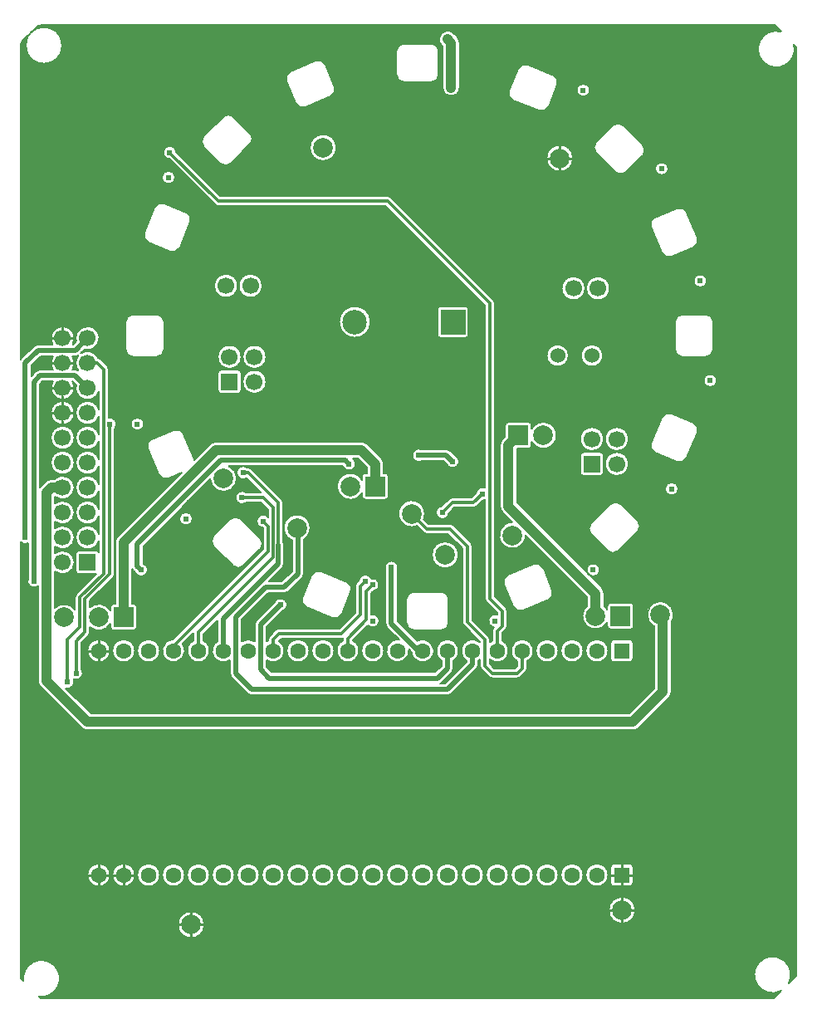
<source format=gbl>
G04 Layer: BottomLayer*
G04 EasyEDA Pro v2.2.45.4, 2026-01-14 12:02:54*
G04 Gerber Generator version 0.3*
G04 Scale: 100 percent, Rotated: No, Reflected: No*
G04 Dimensions in millimeters*
G04 Leading zeros omitted, absolute positions, 4 integers and 5 decimals*
G04 Generated by one-click*
%FSLAX45Y45*%
%MOMM*%
%ADD10C,0.2032*%
%ADD11C,0.254*%
%ADD12C,1.7*%
%ADD13R,1.6X1.6*%
%ADD14C,1.6*%
%ADD15R,2.0X2.0*%
%ADD16C,2.0018*%
%ADD17C,2.0*%
%ADD18R,1.7X1.7*%
%ADD19R,2.49999X2.49999*%
%ADD20C,2.49999*%
%ADD21C,1.524*%
%ADD22C,0.61*%
%ADD23C,1.0*%
%ADD24C,0.5*%
%ADD25C,0.3*%
G75*


G04 Copper Start*
G36*
G01X39650Y255140D02*
G01X39650Y789325D01*
G01X1644232Y789325D01*
G01X1646084Y766971D01*
G01X1651591Y745226D01*
G01X1660601Y724685D01*
G01X1672870Y705906D01*
G01X1688062Y689403D01*
G01X1705763Y675626D01*
G01X1725490Y664950D01*
G01X1746706Y657667D01*
G01X1768831Y653975D01*
G01X1791262Y653975D01*
G01X1813387Y657667D01*
G01X1834602Y664950D01*
G01X1854329Y675626D01*
G01X1872031Y689403D01*
G01X1887223Y705906D01*
G01X1899491Y724685D01*
G01X1908501Y745226D01*
G01X1914008Y766971D01*
G01X1915860Y789325D01*
G01X1914008Y811679D01*
G01X1908501Y833424D01*
G01X1899491Y853965D01*
G01X1887223Y872744D01*
G01X1872031Y889247D01*
G01X1854329Y903024D01*
G01X1834602Y913700D01*
G01X1813387Y920983D01*
G01X1791262Y924675D01*
G01X1768831Y924675D01*
G01X1746706Y920983D01*
G01X1725490Y913700D01*
G01X1705763Y903024D01*
G01X1688062Y889247D01*
G01X1672870Y872744D01*
G01X1660601Y853965D01*
G01X1651591Y833424D01*
G01X1646084Y811679D01*
G01X1644232Y789325D01*
G01X1644232Y789325D01*
G01X39650Y789325D01*
G01X39650Y937240D01*
G01X6038432Y937240D01*
G01X6040284Y914886D01*
G01X6045791Y893141D01*
G01X6054801Y872600D01*
G01X6067070Y853821D01*
G01X6082262Y837318D01*
G01X6099963Y823541D01*
G01X6119690Y812865D01*
G01X6140906Y805582D01*
G01X6163031Y801890D01*
G01X6185462Y801890D01*
G01X6207587Y805582D01*
G01X6228802Y812865D01*
G01X6248529Y823541D01*
G01X6266231Y837318D01*
G01X6281423Y853821D01*
G01X6293691Y872600D01*
G01X6302701Y893141D01*
G01X6308208Y914886D01*
G01X6310060Y937240D01*
G01X6308208Y959594D01*
G01X6302701Y981339D01*
G01X6293691Y1001880D01*
G01X6281423Y1020659D01*
G01X6266231Y1037162D01*
G01X6248529Y1050939D01*
G01X6228802Y1061615D01*
G01X6207587Y1068898D01*
G01X6185462Y1072590D01*
G01X6163031Y1072590D01*
G01X6140906Y1068898D01*
G01X6119690Y1061615D01*
G01X6099963Y1050939D01*
G01X6082262Y1037162D01*
G01X6067070Y1020659D01*
G01X6054801Y1001880D01*
G01X6045791Y981339D01*
G01X6040284Y959594D01*
G01X6038432Y937240D01*
G01X6038432Y937240D01*
G01X39650Y937240D01*
G01X39650Y1295400D01*
G01X722386Y1295400D01*
G01X724358Y1274119D01*
G01X730207Y1253563D01*
G01X739733Y1234432D01*
G01X752613Y1217377D01*
G01X768407Y1202979D01*
G01X786577Y1191728D01*
G01X806506Y1184007D01*
G01X827514Y1180080D01*
G01X848886Y1180080D01*
G01X869894Y1184007D01*
G01X889823Y1191728D01*
G01X907993Y1202979D01*
G01X923787Y1217377D01*
G01X936667Y1234432D01*
G01X946193Y1253563D01*
G01X952042Y1274119D01*
G01X954014Y1295400D01*
G01X954014Y1295400D01*
G01X976386Y1295400D01*
G01X978358Y1274119D01*
G01X984207Y1253563D01*
G01X993733Y1234432D01*
G01X1006613Y1217377D01*
G01X1022407Y1202979D01*
G01X1040577Y1191728D01*
G01X1060506Y1184007D01*
G01X1081514Y1180080D01*
G01X1102886Y1180080D01*
G01X1123894Y1184007D01*
G01X1143823Y1191728D01*
G01X1161993Y1202979D01*
G01X1177787Y1217377D01*
G01X1190667Y1234432D01*
G01X1200193Y1253563D01*
G01X1206042Y1274119D01*
G01X1208014Y1295400D01*
G01X1208014Y1295400D01*
G01X1230386Y1295400D01*
G01X1232358Y1274119D01*
G01X1238207Y1253563D01*
G01X1247733Y1234432D01*
G01X1260613Y1217377D01*
G01X1276407Y1202979D01*
G01X1294577Y1191728D01*
G01X1314506Y1184007D01*
G01X1335514Y1180080D01*
G01X1356886Y1180080D01*
G01X1377894Y1184007D01*
G01X1397823Y1191728D01*
G01X1415993Y1202979D01*
G01X1431787Y1217377D01*
G01X1444667Y1234432D01*
G01X1454193Y1253563D01*
G01X1460042Y1274119D01*
G01X1462014Y1295400D01*
G01X1462014Y1295400D01*
G01X1484386Y1295400D01*
G01X1486358Y1274119D01*
G01X1492207Y1253563D01*
G01X1501733Y1234432D01*
G01X1514613Y1217377D01*
G01X1530407Y1202979D01*
G01X1548577Y1191728D01*
G01X1568506Y1184007D01*
G01X1589514Y1180080D01*
G01X1610886Y1180080D01*
G01X1631894Y1184007D01*
G01X1651823Y1191728D01*
G01X1669993Y1202979D01*
G01X1685787Y1217377D01*
G01X1698667Y1234432D01*
G01X1708193Y1253563D01*
G01X1714042Y1274119D01*
G01X1716014Y1295400D01*
G01X1716014Y1295400D01*
G01X1738386Y1295400D01*
G01X1740358Y1274119D01*
G01X1746207Y1253563D01*
G01X1755733Y1234432D01*
G01X1768613Y1217377D01*
G01X1784407Y1202979D01*
G01X1802577Y1191728D01*
G01X1822506Y1184007D01*
G01X1843514Y1180080D01*
G01X1864886Y1180080D01*
G01X1885894Y1184007D01*
G01X1905823Y1191728D01*
G01X1923993Y1202979D01*
G01X1939787Y1217377D01*
G01X1952667Y1234432D01*
G01X1962193Y1253563D01*
G01X1968042Y1274119D01*
G01X1970014Y1295400D01*
G01X1970014Y1295400D01*
G01X1992386Y1295400D01*
G01X1994358Y1274119D01*
G01X2000207Y1253563D01*
G01X2009733Y1234432D01*
G01X2022613Y1217377D01*
G01X2038407Y1202979D01*
G01X2056577Y1191728D01*
G01X2076506Y1184007D01*
G01X2097514Y1180080D01*
G01X2118886Y1180080D01*
G01X2139894Y1184007D01*
G01X2159823Y1191728D01*
G01X2177993Y1202979D01*
G01X2193787Y1217377D01*
G01X2206667Y1234432D01*
G01X2216193Y1253563D01*
G01X2222042Y1274119D01*
G01X2224014Y1295400D01*
G01X2224014Y1295400D01*
G01X2246386Y1295400D01*
G01X2248358Y1274119D01*
G01X2254207Y1253563D01*
G01X2263733Y1234432D01*
G01X2276613Y1217377D01*
G01X2292407Y1202979D01*
G01X2310577Y1191728D01*
G01X2330506Y1184007D01*
G01X2351514Y1180080D01*
G01X2372886Y1180080D01*
G01X2393894Y1184007D01*
G01X2413823Y1191728D01*
G01X2431993Y1202979D01*
G01X2447787Y1217377D01*
G01X2460667Y1234432D01*
G01X2470193Y1253563D01*
G01X2476042Y1274119D01*
G01X2478014Y1295400D01*
G01X2478014Y1295400D01*
G01X2500386Y1295400D01*
G01X2502358Y1274119D01*
G01X2508207Y1253563D01*
G01X2517733Y1234432D01*
G01X2530613Y1217377D01*
G01X2546407Y1202979D01*
G01X2564577Y1191728D01*
G01X2584506Y1184007D01*
G01X2605514Y1180080D01*
G01X2626886Y1180080D01*
G01X2647894Y1184007D01*
G01X2667823Y1191728D01*
G01X2685993Y1202979D01*
G01X2701787Y1217377D01*
G01X2714667Y1234432D01*
G01X2724193Y1253563D01*
G01X2730042Y1274119D01*
G01X2732014Y1295400D01*
G01X2732014Y1295400D01*
G01X2754386Y1295400D01*
G01X2756358Y1274119D01*
G01X2762207Y1253563D01*
G01X2771733Y1234432D01*
G01X2784613Y1217377D01*
G01X2800407Y1202979D01*
G01X2818577Y1191728D01*
G01X2838506Y1184007D01*
G01X2859514Y1180080D01*
G01X2880886Y1180080D01*
G01X2901894Y1184007D01*
G01X2921823Y1191728D01*
G01X2939993Y1202979D01*
G01X2955787Y1217377D01*
G01X2968667Y1234432D01*
G01X2978193Y1253563D01*
G01X2984042Y1274119D01*
G01X2986014Y1295400D01*
G01X2986014Y1295400D01*
G01X3008386Y1295400D01*
G01X3010358Y1274119D01*
G01X3016207Y1253563D01*
G01X3025733Y1234432D01*
G01X3038613Y1217377D01*
G01X3054407Y1202979D01*
G01X3072577Y1191728D01*
G01X3092506Y1184007D01*
G01X3113514Y1180080D01*
G01X3134886Y1180080D01*
G01X3155894Y1184007D01*
G01X3175823Y1191728D01*
G01X3193993Y1202979D01*
G01X3209787Y1217377D01*
G01X3222667Y1234432D01*
G01X3232193Y1253563D01*
G01X3238042Y1274119D01*
G01X3240014Y1295400D01*
G01X3240014Y1295400D01*
G01X3262386Y1295400D01*
G01X3264358Y1274119D01*
G01X3270207Y1253563D01*
G01X3279733Y1234432D01*
G01X3292613Y1217377D01*
G01X3308407Y1202979D01*
G01X3326577Y1191728D01*
G01X3346506Y1184007D01*
G01X3367514Y1180080D01*
G01X3388886Y1180080D01*
G01X3409894Y1184007D01*
G01X3429823Y1191728D01*
G01X3447993Y1202979D01*
G01X3463787Y1217377D01*
G01X3476667Y1234432D01*
G01X3486193Y1253563D01*
G01X3492042Y1274119D01*
G01X3494014Y1295400D01*
G01X3494014Y1295400D01*
G01X3516386Y1295400D01*
G01X3518358Y1274119D01*
G01X3524207Y1253563D01*
G01X3533733Y1234432D01*
G01X3546613Y1217377D01*
G01X3562407Y1202979D01*
G01X3580577Y1191728D01*
G01X3600506Y1184007D01*
G01X3621514Y1180080D01*
G01X3642886Y1180080D01*
G01X3663894Y1184007D01*
G01X3683823Y1191728D01*
G01X3701993Y1202979D01*
G01X3717787Y1217377D01*
G01X3730667Y1234432D01*
G01X3740193Y1253563D01*
G01X3746042Y1274119D01*
G01X3748014Y1295400D01*
G01X3748014Y1295400D01*
G01X3770386Y1295400D01*
G01X3772358Y1274119D01*
G01X3778207Y1253563D01*
G01X3787733Y1234432D01*
G01X3800613Y1217377D01*
G01X3816407Y1202979D01*
G01X3834577Y1191728D01*
G01X3854506Y1184007D01*
G01X3875514Y1180080D01*
G01X3896886Y1180080D01*
G01X3917894Y1184007D01*
G01X3937823Y1191728D01*
G01X3955993Y1202979D01*
G01X3971787Y1217377D01*
G01X3984667Y1234432D01*
G01X3994193Y1253563D01*
G01X4000042Y1274119D01*
G01X4002014Y1295400D01*
G01X4002014Y1295400D01*
G01X4024386Y1295400D01*
G01X4026358Y1274119D01*
G01X4032207Y1253563D01*
G01X4041733Y1234432D01*
G01X4054613Y1217377D01*
G01X4070407Y1202979D01*
G01X4088577Y1191728D01*
G01X4108506Y1184007D01*
G01X4129514Y1180080D01*
G01X4150886Y1180080D01*
G01X4171894Y1184007D01*
G01X4191823Y1191728D01*
G01X4209993Y1202979D01*
G01X4225787Y1217377D01*
G01X4238667Y1234432D01*
G01X4248193Y1253563D01*
G01X4254042Y1274119D01*
G01X4256014Y1295400D01*
G01X4256014Y1295400D01*
G01X4278386Y1295400D01*
G01X4280358Y1274119D01*
G01X4286207Y1253563D01*
G01X4295733Y1234432D01*
G01X4308613Y1217377D01*
G01X4324407Y1202979D01*
G01X4342577Y1191728D01*
G01X4362506Y1184007D01*
G01X4383514Y1180080D01*
G01X4404886Y1180080D01*
G01X4425894Y1184007D01*
G01X4445823Y1191728D01*
G01X4463993Y1202979D01*
G01X4479787Y1217377D01*
G01X4492667Y1234432D01*
G01X4502193Y1253563D01*
G01X4508042Y1274119D01*
G01X4510014Y1295400D01*
G01X4510014Y1295400D01*
G01X4532386Y1295400D01*
G01X4534358Y1274119D01*
G01X4540207Y1253563D01*
G01X4549733Y1234432D01*
G01X4562613Y1217377D01*
G01X4578407Y1202979D01*
G01X4596577Y1191728D01*
G01X4616506Y1184007D01*
G01X4637514Y1180080D01*
G01X4658886Y1180080D01*
G01X4679894Y1184007D01*
G01X4699823Y1191728D01*
G01X4717993Y1202979D01*
G01X4733787Y1217377D01*
G01X4746667Y1234432D01*
G01X4756193Y1253563D01*
G01X4762042Y1274119D01*
G01X4764014Y1295400D01*
G01X4764014Y1295400D01*
G01X4786386Y1295400D01*
G01X4788358Y1274119D01*
G01X4794207Y1253563D01*
G01X4803733Y1234432D01*
G01X4816613Y1217377D01*
G01X4832407Y1202979D01*
G01X4850577Y1191728D01*
G01X4870506Y1184007D01*
G01X4891514Y1180080D01*
G01X4912886Y1180080D01*
G01X4933894Y1184007D01*
G01X4953823Y1191728D01*
G01X4971993Y1202979D01*
G01X4987787Y1217377D01*
G01X5000667Y1234432D01*
G01X5010193Y1253563D01*
G01X5016042Y1274119D01*
G01X5018014Y1295400D01*
G01X5018014Y1295400D01*
G01X5040386Y1295400D01*
G01X5042358Y1274119D01*
G01X5048207Y1253563D01*
G01X5057733Y1234432D01*
G01X5070613Y1217377D01*
G01X5086407Y1202979D01*
G01X5104577Y1191728D01*
G01X5124506Y1184007D01*
G01X5145514Y1180080D01*
G01X5166886Y1180080D01*
G01X5187894Y1184007D01*
G01X5207823Y1191728D01*
G01X5225993Y1202979D01*
G01X5241787Y1217377D01*
G01X5254667Y1234432D01*
G01X5264193Y1253563D01*
G01X5270042Y1274119D01*
G01X5272014Y1295400D01*
G01X5272014Y1295400D01*
G01X5294386Y1295400D01*
G01X5296358Y1274119D01*
G01X5302207Y1253563D01*
G01X5311733Y1234432D01*
G01X5324613Y1217377D01*
G01X5340407Y1202979D01*
G01X5358577Y1191728D01*
G01X5378506Y1184007D01*
G01X5399514Y1180080D01*
G01X5420886Y1180080D01*
G01X5441894Y1184007D01*
G01X5461823Y1191728D01*
G01X5479993Y1202979D01*
G01X5495787Y1217377D01*
G01X5508667Y1234432D01*
G01X5518193Y1253563D01*
G01X5524042Y1274119D01*
G01X5526014Y1295400D01*
G01X5526014Y1295400D01*
G01X5548386Y1295400D01*
G01X5550358Y1274119D01*
G01X5556207Y1253563D01*
G01X5565733Y1234432D01*
G01X5578613Y1217377D01*
G01X5594407Y1202979D01*
G01X5612577Y1191728D01*
G01X5632506Y1184007D01*
G01X5653514Y1180080D01*
G01X5674886Y1180080D01*
G01X5695894Y1184007D01*
G01X5715823Y1191728D01*
G01X5733993Y1202979D01*
G01X5749787Y1217377D01*
G01X5762667Y1234432D01*
G01X5772193Y1253563D01*
G01X5778042Y1274119D01*
G01X5780014Y1295400D01*
G01X5780014Y1295400D01*
G01X5802386Y1295400D01*
G01X5804358Y1274119D01*
G01X5810207Y1253563D01*
G01X5819733Y1234432D01*
G01X5832613Y1217377D01*
G01X5848407Y1202979D01*
G01X5866577Y1191728D01*
G01X5886506Y1184007D01*
G01X5907514Y1180080D01*
G01X5928886Y1180080D01*
G01X5949894Y1184007D01*
G01X5969823Y1191728D01*
G01X5987993Y1202979D01*
G01X6003787Y1217377D01*
G01X6016667Y1234432D01*
G01X6026193Y1253563D01*
G01X6032042Y1274119D01*
G01X6034014Y1295400D01*
G01X6034014Y1295400D01*
G01X6032042Y1316681D01*
G01X6026193Y1337237D01*
G01X6016667Y1356368D01*
G01X6003787Y1373423D01*
G01X6001619Y1375400D01*
G01X6056386Y1375400D01*
G01X6056386Y1215400D01*
G01X6058139Y1204333D01*
G01X6063226Y1194349D01*
G01X6071149Y1186426D01*
G01X6081133Y1181339D01*
G01X6092200Y1179586D01*
G01X6252200Y1179586D01*
G01X6263267Y1181339D01*
G01X6273251Y1186426D01*
G01X6281174Y1194349D01*
G01X6286261Y1204333D01*
G01X6288014Y1215400D01*
G01X6288014Y1375400D01*
G01X6286261Y1386467D01*
G01X6281174Y1396451D01*
G01X6273251Y1404374D01*
G01X6263267Y1409461D01*
G01X6252200Y1411214D01*
G01X6092200Y1411214D01*
G01X6092200Y1411214D01*
G01X6081133Y1409461D01*
G01X6071149Y1404374D01*
G01X6063226Y1396451D01*
G01X6058139Y1386467D01*
G01X6056386Y1375400D01*
G01X6001619Y1375400D01*
G01X5987993Y1387821D01*
G01X5969823Y1399072D01*
G01X5949894Y1406793D01*
G01X5928886Y1410720D01*
G01X5907514Y1410720D01*
G01X5886506Y1406793D01*
G01X5866577Y1399072D01*
G01X5848407Y1387821D01*
G01X5832613Y1373423D01*
G01X5819733Y1356368D01*
G01X5810207Y1337237D01*
G01X5804358Y1316681D01*
G01X5802386Y1295400D01*
G01X5780014Y1295400D01*
G01X5780014Y1295400D01*
G01X5778042Y1316681D01*
G01X5772193Y1337237D01*
G01X5762667Y1356368D01*
G01X5749787Y1373423D01*
G01X5733993Y1387821D01*
G01X5715823Y1399072D01*
G01X5695894Y1406793D01*
G01X5674886Y1410720D01*
G01X5653514Y1410720D01*
G01X5632506Y1406793D01*
G01X5612577Y1399072D01*
G01X5594407Y1387821D01*
G01X5578613Y1373423D01*
G01X5565733Y1356368D01*
G01X5556207Y1337237D01*
G01X5550358Y1316681D01*
G01X5548386Y1295400D01*
G01X5526014Y1295400D01*
G01X5524042Y1316681D01*
G01X5518193Y1337237D01*
G01X5508667Y1356368D01*
G01X5495787Y1373423D01*
G01X5479993Y1387821D01*
G01X5461823Y1399072D01*
G01X5441894Y1406793D01*
G01X5420886Y1410720D01*
G01X5399514Y1410720D01*
G01X5378506Y1406793D01*
G01X5358577Y1399072D01*
G01X5340407Y1387821D01*
G01X5324613Y1373423D01*
G01X5311733Y1356368D01*
G01X5302207Y1337237D01*
G01X5296358Y1316681D01*
G01X5294386Y1295400D01*
G01X5272014Y1295400D01*
G01X5270042Y1316681D01*
G01X5264193Y1337237D01*
G01X5254667Y1356368D01*
G01X5241787Y1373423D01*
G01X5225993Y1387821D01*
G01X5207823Y1399072D01*
G01X5187894Y1406793D01*
G01X5166886Y1410720D01*
G01X5145514Y1410720D01*
G01X5124506Y1406793D01*
G01X5104577Y1399072D01*
G01X5086407Y1387821D01*
G01X5070613Y1373423D01*
G01X5057733Y1356368D01*
G01X5048207Y1337237D01*
G01X5042358Y1316681D01*
G01X5040386Y1295400D01*
G01X5018014Y1295400D01*
G01X5016042Y1316681D01*
G01X5010193Y1337237D01*
G01X5000667Y1356368D01*
G01X4987787Y1373423D01*
G01X4971993Y1387821D01*
G01X4953823Y1399072D01*
G01X4933894Y1406793D01*
G01X4912886Y1410720D01*
G01X4891514Y1410720D01*
G01X4870506Y1406793D01*
G01X4850577Y1399072D01*
G01X4832407Y1387821D01*
G01X4816613Y1373423D01*
G01X4803733Y1356368D01*
G01X4794207Y1337237D01*
G01X4788358Y1316681D01*
G01X4786386Y1295400D01*
G01X4764014Y1295400D01*
G01X4762042Y1316681D01*
G01X4756193Y1337237D01*
G01X4746667Y1356368D01*
G01X4733787Y1373423D01*
G01X4717993Y1387821D01*
G01X4699823Y1399072D01*
G01X4679894Y1406793D01*
G01X4658886Y1410720D01*
G01X4637514Y1410720D01*
G01X4616506Y1406793D01*
G01X4596577Y1399072D01*
G01X4578407Y1387821D01*
G01X4562613Y1373423D01*
G01X4549733Y1356368D01*
G01X4540207Y1337237D01*
G01X4534358Y1316681D01*
G01X4532386Y1295400D01*
G01X4510014Y1295400D01*
G01X4508042Y1316681D01*
G01X4502193Y1337237D01*
G01X4492667Y1356368D01*
G01X4479787Y1373423D01*
G01X4463993Y1387821D01*
G01X4445823Y1399072D01*
G01X4425894Y1406793D01*
G01X4404886Y1410720D01*
G01X4383514Y1410720D01*
G01X4362506Y1406793D01*
G01X4342577Y1399072D01*
G01X4324407Y1387821D01*
G01X4308613Y1373423D01*
G01X4295733Y1356368D01*
G01X4286207Y1337237D01*
G01X4280358Y1316681D01*
G01X4278386Y1295400D01*
G01X4256014Y1295400D01*
G01X4256014Y1295400D01*
G01X4254042Y1316681D01*
G01X4248193Y1337237D01*
G01X4238667Y1356368D01*
G01X4225787Y1373423D01*
G01X4209993Y1387821D01*
G01X4191823Y1399072D01*
G01X4171894Y1406793D01*
G01X4150886Y1410720D01*
G01X4129514Y1410720D01*
G01X4108506Y1406793D01*
G01X4088577Y1399072D01*
G01X4070407Y1387821D01*
G01X4054613Y1373423D01*
G01X4041733Y1356368D01*
G01X4032207Y1337237D01*
G01X4026358Y1316681D01*
G01X4024386Y1295400D01*
G01X4002014Y1295400D01*
G01X4000042Y1316681D01*
G01X3994193Y1337237D01*
G01X3984667Y1356368D01*
G01X3971787Y1373423D01*
G01X3955993Y1387821D01*
G01X3937823Y1399072D01*
G01X3917894Y1406793D01*
G01X3896886Y1410720D01*
G01X3875514Y1410720D01*
G01X3854506Y1406793D01*
G01X3834577Y1399072D01*
G01X3816407Y1387821D01*
G01X3800613Y1373423D01*
G01X3787733Y1356368D01*
G01X3778207Y1337237D01*
G01X3772358Y1316681D01*
G01X3770386Y1295400D01*
G01X3748014Y1295400D01*
G01X3746042Y1316681D01*
G01X3740193Y1337237D01*
G01X3730667Y1356368D01*
G01X3717787Y1373423D01*
G01X3701993Y1387821D01*
G01X3683823Y1399072D01*
G01X3663894Y1406793D01*
G01X3642886Y1410720D01*
G01X3621514Y1410720D01*
G01X3600506Y1406793D01*
G01X3580577Y1399072D01*
G01X3562407Y1387821D01*
G01X3546613Y1373423D01*
G01X3533733Y1356368D01*
G01X3524207Y1337237D01*
G01X3518358Y1316681D01*
G01X3516386Y1295400D01*
G01X3494014Y1295400D01*
G01X3492042Y1316681D01*
G01X3486193Y1337237D01*
G01X3476667Y1356368D01*
G01X3463787Y1373423D01*
G01X3447993Y1387821D01*
G01X3429823Y1399072D01*
G01X3409894Y1406793D01*
G01X3388886Y1410720D01*
G01X3367514Y1410720D01*
G01X3346506Y1406793D01*
G01X3326577Y1399072D01*
G01X3308407Y1387821D01*
G01X3292613Y1373423D01*
G01X3279733Y1356368D01*
G01X3270207Y1337237D01*
G01X3264358Y1316681D01*
G01X3262386Y1295400D01*
G01X3240014Y1295400D01*
G01X3238042Y1316681D01*
G01X3232193Y1337237D01*
G01X3222667Y1356368D01*
G01X3209787Y1373423D01*
G01X3193993Y1387821D01*
G01X3175823Y1399072D01*
G01X3155894Y1406793D01*
G01X3134886Y1410720D01*
G01X3113514Y1410720D01*
G01X3092506Y1406793D01*
G01X3072577Y1399072D01*
G01X3054407Y1387821D01*
G01X3038613Y1373423D01*
G01X3025733Y1356368D01*
G01X3016207Y1337237D01*
G01X3010358Y1316681D01*
G01X3008386Y1295400D01*
G01X2986014Y1295400D01*
G01X2984042Y1316681D01*
G01X2978193Y1337237D01*
G01X2968667Y1356368D01*
G01X2955787Y1373423D01*
G01X2939993Y1387821D01*
G01X2921823Y1399072D01*
G01X2901894Y1406793D01*
G01X2880886Y1410720D01*
G01X2859514Y1410720D01*
G01X2838506Y1406793D01*
G01X2818577Y1399072D01*
G01X2800407Y1387821D01*
G01X2784613Y1373423D01*
G01X2771733Y1356368D01*
G01X2762207Y1337237D01*
G01X2756358Y1316681D01*
G01X2754386Y1295400D01*
G01X2732014Y1295400D01*
G01X2732014Y1295400D01*
G01X2730042Y1316681D01*
G01X2724193Y1337237D01*
G01X2714667Y1356368D01*
G01X2701787Y1373423D01*
G01X2685993Y1387821D01*
G01X2667823Y1399072D01*
G01X2647894Y1406793D01*
G01X2626886Y1410720D01*
G01X2605514Y1410720D01*
G01X2584506Y1406793D01*
G01X2564577Y1399072D01*
G01X2546407Y1387821D01*
G01X2530613Y1373423D01*
G01X2517733Y1356368D01*
G01X2508207Y1337237D01*
G01X2502358Y1316681D01*
G01X2500386Y1295400D01*
G01X2478014Y1295400D01*
G01X2476042Y1316681D01*
G01X2470193Y1337237D01*
G01X2460667Y1356368D01*
G01X2447787Y1373423D01*
G01X2431993Y1387821D01*
G01X2413823Y1399072D01*
G01X2393894Y1406793D01*
G01X2372886Y1410720D01*
G01X2351514Y1410720D01*
G01X2330506Y1406793D01*
G01X2310577Y1399072D01*
G01X2292407Y1387821D01*
G01X2276613Y1373423D01*
G01X2263733Y1356368D01*
G01X2254207Y1337237D01*
G01X2248358Y1316681D01*
G01X2246386Y1295400D01*
G01X2224014Y1295400D01*
G01X2222042Y1316681D01*
G01X2216193Y1337237D01*
G01X2206667Y1356368D01*
G01X2193787Y1373423D01*
G01X2177993Y1387821D01*
G01X2159823Y1399072D01*
G01X2139894Y1406793D01*
G01X2118886Y1410720D01*
G01X2097514Y1410720D01*
G01X2076506Y1406793D01*
G01X2056577Y1399072D01*
G01X2038407Y1387821D01*
G01X2022613Y1373423D01*
G01X2009733Y1356368D01*
G01X2000207Y1337237D01*
G01X1994358Y1316681D01*
G01X1992386Y1295400D01*
G01X1970014Y1295400D01*
G01X1968042Y1316681D01*
G01X1962193Y1337237D01*
G01X1952667Y1356368D01*
G01X1939787Y1373423D01*
G01X1923993Y1387821D01*
G01X1905823Y1399072D01*
G01X1885894Y1406793D01*
G01X1864886Y1410720D01*
G01X1843514Y1410720D01*
G01X1822506Y1406793D01*
G01X1802577Y1399072D01*
G01X1784407Y1387821D01*
G01X1768613Y1373423D01*
G01X1755733Y1356368D01*
G01X1746207Y1337237D01*
G01X1740358Y1316681D01*
G01X1738386Y1295400D01*
G01X1716014Y1295400D01*
G01X1714042Y1316681D01*
G01X1708193Y1337237D01*
G01X1698667Y1356368D01*
G01X1685787Y1373423D01*
G01X1669993Y1387821D01*
G01X1651823Y1399072D01*
G01X1631894Y1406793D01*
G01X1610886Y1410720D01*
G01X1589514Y1410720D01*
G01X1568506Y1406793D01*
G01X1548577Y1399072D01*
G01X1530407Y1387821D01*
G01X1514613Y1373423D01*
G01X1501733Y1356368D01*
G01X1492207Y1337237D01*
G01X1486358Y1316681D01*
G01X1484386Y1295400D01*
G01X1462014Y1295400D01*
G01X1460042Y1316681D01*
G01X1454193Y1337237D01*
G01X1444667Y1356368D01*
G01X1431787Y1373423D01*
G01X1415993Y1387821D01*
G01X1397823Y1399072D01*
G01X1377894Y1406793D01*
G01X1356886Y1410720D01*
G01X1335514Y1410720D01*
G01X1314506Y1406793D01*
G01X1294577Y1399072D01*
G01X1276407Y1387821D01*
G01X1260613Y1373423D01*
G01X1247733Y1356368D01*
G01X1238207Y1337237D01*
G01X1232358Y1316681D01*
G01X1230386Y1295400D01*
G01X1208014Y1295400D01*
G01X1208014Y1295400D01*
G01X1206042Y1316681D01*
G01X1200193Y1337237D01*
G01X1190667Y1356368D01*
G01X1177787Y1373423D01*
G01X1161993Y1387821D01*
G01X1143823Y1399072D01*
G01X1123894Y1406793D01*
G01X1102886Y1410720D01*
G01X1081514Y1410720D01*
G01X1060506Y1406793D01*
G01X1040577Y1399072D01*
G01X1022407Y1387821D01*
G01X1006613Y1373423D01*
G01X993733Y1356368D01*
G01X984207Y1337237D01*
G01X978358Y1316681D01*
G01X976386Y1295400D01*
G01X954014Y1295400D01*
G01X952042Y1316681D01*
G01X946193Y1337237D01*
G01X936667Y1356368D01*
G01X923787Y1373423D01*
G01X907993Y1387821D01*
G01X889823Y1399072D01*
G01X869894Y1406793D01*
G01X848886Y1410720D01*
G01X827514Y1410720D01*
G01X806506Y1406793D01*
G01X786577Y1399072D01*
G01X768407Y1387821D01*
G01X752613Y1373423D01*
G01X739733Y1356368D01*
G01X730207Y1337237D01*
G01X724358Y1316681D01*
G01X722386Y1295400D01*
G01X39650Y1295400D01*
G01X39650Y4692692D01*
G01X50119Y4683308D01*
G01X62330Y4676342D01*
G01X75735Y4672106D01*
G01X89732Y4670791D01*
G01X103691Y4672457D01*
G01X116986Y4677027D01*
G01X116986Y4319043D01*
G01X112670Y4305074D01*
G01X111519Y4290499D01*
G01X113591Y4276026D01*
G01X118783Y4262359D01*
G01X126844Y4250161D01*
G01X137382Y4240027D01*
G01X149885Y4232448D01*
G01X163744Y4227793D01*
G01X178287Y4226288D01*
G01X192806Y4228006D01*
G01X206596Y4232864D01*
G01X218986Y4240626D01*
G01X218986Y3276600D01*
G01X220635Y3259859D01*
G01X225518Y3243760D01*
G01X233448Y3228924D01*
G01X244120Y3215920D01*
G01X663220Y2796820D01*
G01X676224Y2786148D01*
G01X691060Y2778218D01*
G01X707159Y2773335D01*
G01X723900Y2771686D01*
G01X6286500Y2771686D01*
G01X6303241Y2773335D01*
G01X6319340Y2778218D01*
G01X6334176Y2786148D01*
G01X6347180Y2796820D01*
G01X6651980Y3101620D01*
G01X6662652Y3114624D01*
G01X6670582Y3129460D01*
G01X6675465Y3145559D01*
G01X6677114Y3162300D01*
G01X6677114Y3871746D01*
G01X6688237Y3890715D01*
G01X6696152Y3911232D01*
G01X6700653Y3932757D01*
G01X6701621Y3954725D01*
G01X6699031Y3976563D01*
G01X6692951Y3997696D01*
G01X6683540Y4017570D01*
G01X6671044Y4035666D01*
G01X6655793Y4051507D01*
G01X6638184Y4064680D01*
G01X6618681Y4074838D01*
G01X6597794Y4081716D01*
G01X6576071Y4085133D01*
G01X6554081Y4084999D01*
G01X6532401Y4081318D01*
G01X6511599Y4074186D01*
G01X6492221Y4063791D01*
G01X6474774Y4050405D01*
G01X6459716Y4034379D01*
G01X6447443Y4016133D01*
G01X6438274Y3996145D01*
G01X6432452Y3974939D01*
G01X6430128Y3953072D01*
G01X6431363Y3931117D01*
G01X6436126Y3909648D01*
G01X6444291Y3889230D01*
G01X6455644Y3870397D01*
G01X6469887Y3853643D01*
G01X6486648Y3839407D01*
G01X6505486Y3828063D01*
G01X6505486Y3197845D01*
G01X6250955Y2943314D01*
G01X759445Y2943314D01*
G01X502677Y3200082D01*
G01X517750Y3197652D01*
G01X532978Y3198733D01*
G01X547556Y3203268D01*
G01X560711Y3211016D01*
G01X571745Y3221568D01*
G01X580073Y3234363D01*
G01X585254Y3248724D01*
G01X587014Y3263889D01*
G01X585259Y3279055D01*
G01X580082Y3293418D01*
G01X594236Y3288290D01*
G01X609181Y3286487D01*
G01X624147Y3288101D01*
G01X638364Y3293049D01*
G01X651099Y3301076D01*
G01X661695Y3311768D01*
G01X669607Y3324574D01*
G01X674427Y3338835D01*
G01X675906Y3353816D01*
G01X673969Y3368744D01*
G01X668714Y3382851D01*
G01X660414Y3395409D01*
G01X660414Y3581400D01*
G01X722386Y3581400D01*
G01X724358Y3560119D01*
G01X730207Y3539563D01*
G01X739733Y3520432D01*
G01X752613Y3503377D01*
G01X768407Y3488979D01*
G01X786577Y3477728D01*
G01X806506Y3470007D01*
G01X827514Y3466080D01*
G01X848886Y3466080D01*
G01X869894Y3470007D01*
G01X889823Y3477728D01*
G01X907993Y3488979D01*
G01X923787Y3503377D01*
G01X936667Y3520432D01*
G01X946193Y3539563D01*
G01X952042Y3560119D01*
G01X954014Y3581400D01*
G01X954014Y3581400D01*
G01X976386Y3581400D01*
G01X978358Y3560119D01*
G01X984207Y3539563D01*
G01X993733Y3520432D01*
G01X1006613Y3503377D01*
G01X1022407Y3488979D01*
G01X1040577Y3477728D01*
G01X1060506Y3470007D01*
G01X1081514Y3466080D01*
G01X1102886Y3466080D01*
G01X1123894Y3470007D01*
G01X1143823Y3477728D01*
G01X1161993Y3488979D01*
G01X1177787Y3503377D01*
G01X1190667Y3520432D01*
G01X1200193Y3539563D01*
G01X1206042Y3560119D01*
G01X1208014Y3581400D01*
G01X1208014Y3581400D01*
G01X1230386Y3581400D01*
G01X1232358Y3560119D01*
G01X1238207Y3539563D01*
G01X1247733Y3520432D01*
G01X1260613Y3503377D01*
G01X1276407Y3488979D01*
G01X1294577Y3477728D01*
G01X1314506Y3470007D01*
G01X1335514Y3466080D01*
G01X1356886Y3466080D01*
G01X1377894Y3470007D01*
G01X1397823Y3477728D01*
G01X1415993Y3488979D01*
G01X1431787Y3503377D01*
G01X1444667Y3520432D01*
G01X1454193Y3539563D01*
G01X1460042Y3560119D01*
G01X1462014Y3581400D01*
G01X1462014Y3581400D01*
G01X1460042Y3602681D01*
G01X1454193Y3623237D01*
G01X1444667Y3642368D01*
G01X1431787Y3659423D01*
G01X1415993Y3673821D01*
G01X1397823Y3685072D01*
G01X1377894Y3692793D01*
G01X1356886Y3696720D01*
G01X1335514Y3696720D01*
G01X1314506Y3692793D01*
G01X1294577Y3685072D01*
G01X1276407Y3673821D01*
G01X1260613Y3659423D01*
G01X1247733Y3642368D01*
G01X1238207Y3623237D01*
G01X1232358Y3602681D01*
G01X1230386Y3581400D01*
G01X1208014Y3581400D01*
G01X1206042Y3602681D01*
G01X1200193Y3623237D01*
G01X1190667Y3642368D01*
G01X1177787Y3659423D01*
G01X1161993Y3673821D01*
G01X1143823Y3685072D01*
G01X1123894Y3692793D01*
G01X1102886Y3696720D01*
G01X1081514Y3696720D01*
G01X1060506Y3692793D01*
G01X1040577Y3685072D01*
G01X1022407Y3673821D01*
G01X1006613Y3659423D01*
G01X993733Y3642368D01*
G01X984207Y3623237D01*
G01X978358Y3602681D01*
G01X976386Y3581400D01*
G01X954014Y3581400D01*
G01X952042Y3602681D01*
G01X946193Y3623237D01*
G01X936667Y3642368D01*
G01X923787Y3659423D01*
G01X907993Y3673821D01*
G01X889823Y3685072D01*
G01X869894Y3692793D01*
G01X848886Y3696720D01*
G01X827514Y3696720D01*
G01X806506Y3692793D01*
G01X786577Y3685072D01*
G01X768407Y3673821D01*
G01X752613Y3659423D01*
G01X739733Y3642368D01*
G01X730207Y3623237D01*
G01X724358Y3602681D01*
G01X722386Y3581400D01*
G01X660414Y3581400D01*
G01X660414Y3661952D01*
G01X734431Y3735969D01*
G01X742506Y3746493D01*
G01X747583Y3758748D01*
G01X749314Y3771900D01*
G01X749314Y3821613D01*
G01X766905Y3808704D01*
G01X786336Y3798779D01*
G01X807106Y3792094D01*
G01X828678Y3788820D01*
G01X850496Y3789044D01*
G01X871996Y3792758D01*
G01X892625Y3799868D01*
G01X911848Y3810189D01*
G01X929171Y3823455D01*
G01X944146Y3839324D01*
G01X956386Y3857387D01*
G01X956386Y3824300D01*
G01X958139Y3813233D01*
G01X963226Y3803249D01*
G01X971149Y3795326D01*
G01X981133Y3790239D01*
G01X992200Y3788486D01*
G01X1192200Y3788486D01*
G01X1203267Y3790239D01*
G01X1213251Y3795326D01*
G01X1221174Y3803249D01*
G01X1226261Y3813233D01*
G01X1228014Y3824300D01*
G01X1228014Y4024300D01*
G01X1226261Y4035367D01*
G01X1221174Y4045351D01*
G01X1213251Y4053274D01*
G01X1203267Y4058361D01*
G01X1192200Y4060114D01*
G01X1178014Y4060114D01*
G01X1178014Y4416811D01*
G01X1182893Y4408991D01*
G01X1188898Y4401998D01*
G01X1208300Y4382596D01*
G01X1216139Y4368215D01*
G01X1227263Y4356194D01*
G01X1240995Y4347266D01*
G01X1256496Y4341976D01*
G01X1272820Y4340646D01*
G01X1288973Y4343358D01*
G01X1303968Y4349946D01*
G01X1316891Y4360009D01*
G01X1326954Y4372932D01*
G01X1333542Y4387927D01*
G01X1336254Y4404080D01*
G01X1334924Y4420404D01*
G01X1329634Y4435905D01*
G01X1320706Y4449637D01*
G01X1308685Y4460761D01*
G01X1294304Y4468600D01*
G01X1292714Y4470190D01*
G01X1292714Y4648410D01*
G01X1336242Y4691938D01*
G01X1988701Y4691938D01*
G01X1992478Y4675388D01*
G01X1999843Y4660092D01*
G01X2010426Y4646819D01*
G01X2208433Y4448841D01*
G01X2221705Y4438257D01*
G01X2237000Y4430891D01*
G01X2253551Y4427114D01*
G01X2270527Y4427113D01*
G01X2287077Y4430890D01*
G01X2302372Y4438255D01*
G01X2315645Y4448839D01*
G01X2315645Y4448839D01*
G01X2485376Y4618569D01*
G01X2495869Y4631697D01*
G01X2503213Y4646815D01*
G01X2507045Y4663179D01*
G01X2507178Y4679985D01*
G01X2503605Y4696408D01*
G01X2496501Y4711639D01*
G01X2486217Y4724932D01*
G01X2485406Y4725742D01*
G01X2485021Y4726112D01*
G01X2287385Y4923777D01*
G01X2274111Y4934361D01*
G01X2258816Y4941726D01*
G01X2242265Y4945503D01*
G01X2225289Y4945502D01*
G01X2208738Y4941724D01*
G01X2193443Y4934358D01*
G01X2180171Y4923774D01*
G01X2010430Y4754033D01*
G01X1999845Y4740760D01*
G01X1992479Y4725465D01*
G01X1988701Y4708915D01*
G01X1988701Y4691938D01*
G01X1336242Y4691938D01*
G01X1571904Y4927600D01*
G01X1660886Y4927600D01*
G01X1662813Y4911730D01*
G01X1668482Y4896782D01*
G01X1677563Y4883626D01*
G01X1689529Y4873025D01*
G01X1703685Y4865595D01*
G01X1719207Y4861769D01*
G01X1735193Y4861769D01*
G01X1750715Y4865595D01*
G01X1764871Y4873025D01*
G01X1776837Y4883626D01*
G01X1785918Y4896782D01*
G01X1791587Y4911730D01*
G01X1793514Y4927600D01*
G01X1791587Y4943470D01*
G01X1785918Y4958418D01*
G01X1776837Y4971574D01*
G01X1764871Y4982175D01*
G01X1750715Y4989605D01*
G01X1735193Y4993431D01*
G01X1719207Y4993431D01*
G01X1703685Y4989605D01*
G01X1689529Y4982175D01*
G01X1677563Y4971574D01*
G01X1668482Y4958418D01*
G01X1662813Y4943470D01*
G01X1660886Y4927600D01*
G01X1660886Y4927600D01*
G01X1571904Y4927600D01*
G01X1974704Y5330400D01*
G01X1977898Y5308499D01*
G01X1984607Y5287407D01*
G01X1994653Y5267685D01*
G01X2007768Y5249857D01*
G01X2023606Y5234396D01*
G01X2041744Y5221712D01*
G01X2061701Y5212143D01*
G01X2082948Y5205942D01*
G01X2104920Y5203275D01*
G01X2127033Y5204212D01*
G01X2148700Y5208728D01*
G01X2169346Y5216704D01*
G01X2188423Y5227927D01*
G01X2205423Y5242099D01*
G01X2219896Y5258844D01*
G01X2231456Y5277718D01*
G01X2239798Y5298219D01*
G01X2244699Y5319802D01*
G01X2246029Y5341895D01*
G01X2243753Y5363911D01*
G01X2237932Y5385265D01*
G01X2228719Y5405389D01*
G01X2216361Y5423750D01*
G01X2201184Y5439860D01*
G01X2183592Y5453291D01*
G01X2164052Y5463686D01*
G01X2307281Y5463686D01*
G01X2292466Y5461054D01*
G01X2278626Y5455149D01*
G01X2266473Y5446277D01*
G01X2256634Y5434893D01*
G01X2249614Y5421584D01*
G01X2245775Y5407034D01*
G01X2245315Y5391994D01*
G01X2248257Y5377238D01*
G01X2254451Y5363524D01*
G01X2263576Y5351560D01*
G01X2275164Y5341962D01*
G01X2288618Y5335222D01*
G01X2303244Y5331689D01*
G01X2318290Y5331545D01*
G01X2332982Y5334796D01*
G01X2346562Y5341276D01*
G01X2493524Y5194314D01*
G01X2341309Y5194314D01*
G01X2328788Y5202595D01*
G01X2314725Y5207849D01*
G01X2299842Y5209804D01*
G01X2284899Y5208362D01*
G01X2270664Y5203596D01*
G01X2257866Y5195751D01*
G01X2247160Y5185228D01*
G01X2239095Y5172566D01*
G01X2234085Y5158415D01*
G01X2232386Y5143500D01*
G01X2234085Y5128585D01*
G01X2239095Y5114434D01*
G01X2247160Y5101772D01*
G01X2257866Y5091249D01*
G01X2270664Y5083404D01*
G01X2284899Y5078638D01*
G01X2299842Y5077196D01*
G01X2314725Y5079151D01*
G01X2328788Y5084405D01*
G01X2341309Y5092686D01*
G01X2493552Y5092686D01*
G01X2565386Y5020852D01*
G01X2565386Y4944842D01*
G01X2553505Y4955902D01*
G01X2539293Y4963745D01*
G01X2523601Y4967900D01*
G01X2507371Y4968119D01*
G01X2491573Y4964388D01*
G01X2477155Y4956930D01*
G01X2464980Y4946194D01*
G01X2455779Y4932821D01*
G01X2450102Y4917614D01*
G01X2448290Y4901483D01*
G01X2450451Y4885395D01*
G01X2456455Y4870314D01*
G01X2465943Y4857143D01*
G01X2478347Y4846673D01*
G01X2492923Y4839529D01*
G01X2508798Y4836140D01*
G01X2514586Y4830352D01*
G01X2514586Y4618448D01*
G01X1593136Y3696998D01*
G01X1572901Y3693950D01*
G01X1553517Y3687389D01*
G01X1535592Y3677518D01*
G01X1519683Y3664646D01*
G01X1506288Y3649175D01*
G01X1495826Y3631588D01*
G01X1488622Y3612434D01*
G01X1484901Y3592311D01*
G01X1484781Y3571848D01*
G01X1488264Y3551682D01*
G01X1495242Y3532445D01*
G01X1505497Y3514736D01*
G01X1518708Y3499108D01*
G01X1534464Y3486050D01*
G01X1552272Y3475969D01*
G01X1571577Y3469179D01*
G01X1591775Y3465893D01*
G01X1612237Y3466213D01*
G01X1632322Y3470130D01*
G01X1651405Y3477521D01*
G01X1668889Y3488155D01*
G01X1684228Y3501700D01*
G01X1696944Y3517734D01*
G01X1706640Y3535755D01*
G01X1713012Y3555201D01*
G01X1715862Y3575466D01*
G01X1715101Y3595916D01*
G01X1710752Y3615912D01*
G01X1702952Y3634831D01*
G01X1691944Y3652082D01*
G01X1803386Y3763524D01*
G01X1803386Y3685471D01*
G01X1785654Y3674750D01*
G01X1770116Y3661041D01*
G01X1757269Y3644782D01*
G01X1747526Y3626495D01*
G01X1741198Y3606763D01*
G01X1738487Y3586220D01*
G01X1739480Y3565523D01*
G01X1744145Y3545333D01*
G01X1752334Y3526299D01*
G01X1763784Y3509028D01*
G01X1778128Y3494074D01*
G01X1794907Y3481915D01*
G01X1813584Y3472942D01*
G01X1833562Y3467440D01*
G01X1854200Y3465586D01*
G01X1874838Y3467440D01*
G01X1894816Y3472942D01*
G01X1913493Y3481915D01*
G01X1930272Y3494074D01*
G01X1944616Y3509028D01*
G01X1956066Y3526299D01*
G01X1964255Y3545333D01*
G01X1968920Y3565523D01*
G01X1969913Y3586220D01*
G01X1967202Y3606763D01*
G01X1960874Y3626495D01*
G01X1951131Y3644782D01*
G01X1938284Y3661041D01*
G01X1922746Y3674750D01*
G01X1905014Y3685471D01*
G01X1905014Y3750852D01*
G01X2047386Y3893224D01*
G01X2047386Y3679962D01*
G01X2030929Y3667667D01*
G01X2016902Y3652657D01*
G01X2005749Y3635405D01*
G01X1997819Y3616454D01*
G01X1993362Y3596400D01*
G01X1992518Y3575874D01*
G01X1995314Y3555522D01*
G01X2001662Y3535984D01*
G01X2011363Y3517876D01*
G01X2024110Y3501765D01*
G01X2039503Y3488161D01*
G01X2057057Y3477490D01*
G01X2076221Y3470089D01*
G01X2096391Y3466190D01*
G01X2116932Y3465916D01*
G01X2137199Y3469275D01*
G01X2156553Y3476163D01*
G01X2174386Y3486362D01*
G01X2174386Y3352800D01*
G01X2175555Y3340936D01*
G01X2179015Y3329528D01*
G01X2184635Y3319014D01*
G01X2192198Y3309798D01*
G01X2357298Y3144698D01*
G01X2366514Y3137135D01*
G01X2377028Y3131515D01*
G01X2388436Y3128055D01*
G01X2400300Y3126886D01*
G01X4394200Y3126886D01*
G01X4406064Y3128055D01*
G01X4417472Y3131515D01*
G01X4427986Y3137135D01*
G01X4437202Y3144698D01*
G01X4691202Y3398698D01*
G01X4698765Y3407914D01*
G01X4704385Y3418428D01*
G01X4707845Y3429836D01*
G01X4709014Y3441700D01*
G01X4709014Y3482838D01*
G01X4724386Y3494173D01*
G01X4724386Y3429000D01*
G01X4726117Y3415848D01*
G01X4731194Y3403593D01*
G01X4739269Y3393069D01*
G01X4815469Y3316869D01*
G01X4825993Y3308794D01*
G01X4838248Y3303717D01*
G01X4851400Y3301986D01*
G01X5105400Y3301986D01*
G01X5118552Y3303717D01*
G01X5130807Y3308794D01*
G01X5141331Y3316869D01*
G01X5192131Y3367669D01*
G01X5200206Y3378193D01*
G01X5205283Y3390448D01*
G01X5207014Y3403600D01*
G01X5207014Y3477329D01*
G01X5224746Y3488050D01*
G01X5240284Y3501759D01*
G01X5253131Y3518018D01*
G01X5262874Y3536305D01*
G01X5269202Y3556037D01*
G01X5271913Y3576580D01*
G01X5271682Y3581400D01*
G01X5294386Y3581400D01*
G01X5296358Y3560119D01*
G01X5302207Y3539563D01*
G01X5311733Y3520432D01*
G01X5324613Y3503377D01*
G01X5340407Y3488979D01*
G01X5358577Y3477728D01*
G01X5378506Y3470007D01*
G01X5399514Y3466080D01*
G01X5420886Y3466080D01*
G01X5441894Y3470007D01*
G01X5461823Y3477728D01*
G01X5479993Y3488979D01*
G01X5495787Y3503377D01*
G01X5508667Y3520432D01*
G01X5518193Y3539563D01*
G01X5524042Y3560119D01*
G01X5526014Y3581400D01*
G01X5526014Y3581400D01*
G01X5548386Y3581400D01*
G01X5550358Y3560119D01*
G01X5556207Y3539563D01*
G01X5565733Y3520432D01*
G01X5578613Y3503377D01*
G01X5594407Y3488979D01*
G01X5612577Y3477728D01*
G01X5632506Y3470007D01*
G01X5653514Y3466080D01*
G01X5674886Y3466080D01*
G01X5695894Y3470007D01*
G01X5715823Y3477728D01*
G01X5733993Y3488979D01*
G01X5749787Y3503377D01*
G01X5762667Y3520432D01*
G01X5772193Y3539563D01*
G01X5778042Y3560119D01*
G01X5780014Y3581400D01*
G01X5780014Y3581400D01*
G01X5802386Y3581400D01*
G01X5804358Y3560119D01*
G01X5810207Y3539563D01*
G01X5819733Y3520432D01*
G01X5832613Y3503377D01*
G01X5848407Y3488979D01*
G01X5866577Y3477728D01*
G01X5886506Y3470007D01*
G01X5907514Y3466080D01*
G01X5928886Y3466080D01*
G01X5949894Y3470007D01*
G01X5969823Y3477728D01*
G01X5987993Y3488979D01*
G01X6003787Y3503377D01*
G01X6016667Y3520432D01*
G01X6026193Y3539563D01*
G01X6032042Y3560119D01*
G01X6034014Y3581400D01*
G01X6034014Y3581400D01*
G01X6032042Y3602681D01*
G01X6026193Y3623237D01*
G01X6016667Y3642368D01*
G01X6003787Y3659423D01*
G01X6001619Y3661400D01*
G01X6056386Y3661400D01*
G01X6056386Y3501400D01*
G01X6058139Y3490333D01*
G01X6063226Y3480349D01*
G01X6071149Y3472426D01*
G01X6081133Y3467339D01*
G01X6092200Y3465586D01*
G01X6252200Y3465586D01*
G01X6263267Y3467339D01*
G01X6273251Y3472426D01*
G01X6281174Y3480349D01*
G01X6286261Y3490333D01*
G01X6288014Y3501400D01*
G01X6288014Y3661400D01*
G01X6286261Y3672467D01*
G01X6281174Y3682451D01*
G01X6273251Y3690374D01*
G01X6263267Y3695461D01*
G01X6252200Y3697214D01*
G01X6092200Y3697214D01*
G01X6092200Y3697214D01*
G01X6081133Y3695461D01*
G01X6071149Y3690374D01*
G01X6063226Y3682451D01*
G01X6058139Y3672467D01*
G01X6056386Y3661400D01*
G01X6001619Y3661400D01*
G01X5987993Y3673821D01*
G01X5969823Y3685072D01*
G01X5949894Y3692793D01*
G01X5928886Y3696720D01*
G01X5907514Y3696720D01*
G01X5886506Y3692793D01*
G01X5866577Y3685072D01*
G01X5848407Y3673821D01*
G01X5832613Y3659423D01*
G01X5819733Y3642368D01*
G01X5810207Y3623237D01*
G01X5804358Y3602681D01*
G01X5802386Y3581400D01*
G01X5780014Y3581400D01*
G01X5778042Y3602681D01*
G01X5772193Y3623237D01*
G01X5762667Y3642368D01*
G01X5749787Y3659423D01*
G01X5733993Y3673821D01*
G01X5715823Y3685072D01*
G01X5695894Y3692793D01*
G01X5674886Y3696720D01*
G01X5653514Y3696720D01*
G01X5632506Y3692793D01*
G01X5612577Y3685072D01*
G01X5594407Y3673821D01*
G01X5578613Y3659423D01*
G01X5565733Y3642368D01*
G01X5556207Y3623237D01*
G01X5550358Y3602681D01*
G01X5548386Y3581400D01*
G01X5526014Y3581400D01*
G01X5524042Y3602681D01*
G01X5518193Y3623237D01*
G01X5508667Y3642368D01*
G01X5495787Y3659423D01*
G01X5479993Y3673821D01*
G01X5461823Y3685072D01*
G01X5441894Y3692793D01*
G01X5420886Y3696720D01*
G01X5399514Y3696720D01*
G01X5378506Y3692793D01*
G01X5358577Y3685072D01*
G01X5340407Y3673821D01*
G01X5324613Y3659423D01*
G01X5311733Y3642368D01*
G01X5302207Y3623237D01*
G01X5296358Y3602681D01*
G01X5294386Y3581400D01*
G01X5271682Y3581400D01*
G01X5270920Y3597277D01*
G01X5266255Y3617467D01*
G01X5258066Y3636501D01*
G01X5246616Y3653772D01*
G01X5232272Y3668726D01*
G01X5215493Y3680885D01*
G01X5196816Y3689858D01*
G01X5176838Y3695360D01*
G01X5156200Y3697214D01*
G01X5135562Y3695360D01*
G01X5115584Y3689858D01*
G01X5096907Y3680885D01*
G01X5080128Y3668726D01*
G01X5065784Y3653772D01*
G01X5054334Y3636501D01*
G01X5046145Y3617467D01*
G01X5041480Y3597277D01*
G01X5040487Y3576580D01*
G01X5043198Y3556037D01*
G01X5049526Y3536305D01*
G01X5059269Y3518018D01*
G01X5072116Y3501759D01*
G01X5087654Y3488050D01*
G01X5105386Y3477329D01*
G01X5105386Y3424648D01*
G01X5084352Y3403614D01*
G01X4872448Y3403614D01*
G01X4826014Y3450048D01*
G01X4826014Y3494173D01*
G01X4841896Y3482525D01*
G01X4859522Y3473737D01*
G01X4878382Y3468062D01*
G01X4897931Y3465665D01*
G01X4917603Y3466615D01*
G01X4936830Y3470885D01*
G01X4955055Y3478351D01*
G01X4971752Y3488797D01*
G01X4986437Y3501921D01*
G01X4998687Y3517344D01*
G01X5008145Y3534619D01*
G01X5014540Y3553248D01*
G01X5017686Y3572690D01*
G01X5017492Y3592384D01*
G01X5013963Y3611761D01*
G01X5007203Y3630260D01*
G01X4997405Y3647345D01*
G01X4984855Y3662524D01*
G01X4969913Y3675356D01*
G01X4953014Y3685471D01*
G01X4953014Y3763552D01*
G01X4988931Y3799469D01*
G01X4997006Y3809993D01*
G01X5002083Y3822248D01*
G01X5003814Y3835400D01*
G01X5003814Y3987800D01*
G01X5002083Y4000952D01*
G01X4997006Y4013207D01*
G01X4988931Y4023731D01*
G01X4876814Y4135848D01*
G01X4876814Y4290666D01*
G01X4968732Y4290666D01*
G01X4969684Y4273717D01*
G01X4974384Y4257404D01*
G01X5066247Y4035626D01*
G01X5074459Y4020768D01*
G01X5085771Y4008110D01*
G01X5099616Y3998286D01*
G01X5115300Y3991789D01*
G01X5132036Y3988944D01*
G01X5148985Y3989896D01*
G01X5165298Y3994594D01*
G01X5423980Y4101766D01*
G01X5438838Y4109977D01*
G01X5451496Y4121289D01*
G01X5461319Y4135134D01*
G01X5467816Y4150818D01*
G01X5470660Y4167554D01*
G01X5469709Y4184503D01*
G01X5465011Y4200816D01*
G01X5465011Y4200816D01*
G01X5373153Y4422580D01*
G01X5365040Y4437298D01*
G01X5353883Y4449868D01*
G01X5340232Y4459671D01*
G01X5324756Y4466225D01*
G01X5308216Y4469208D01*
G01X5291425Y4468475D01*
G01X5275209Y4464060D01*
G01X5274150Y4463621D01*
G01X5273661Y4463407D01*
G01X5015410Y4356458D01*
G01X5000552Y4348245D01*
G01X4987895Y4336932D01*
G01X4978071Y4323087D01*
G01X4971575Y4307403D01*
G01X4968732Y4290666D01*
G01X4876814Y4290666D01*
G01X4876814Y4765637D01*
G01X4921024Y4765637D01*
G01X4921723Y4742899D01*
G01X4926208Y4720596D01*
G01X4934353Y4699355D01*
G01X4945929Y4679772D01*
G01X4960611Y4662395D01*
G01X4977988Y4647713D01*
G01X4997571Y4636137D01*
G01X5018812Y4627992D01*
G01X5041115Y4623507D01*
G01X5063853Y4622807D01*
G01X5086389Y4625913D01*
G01X5108091Y4632736D01*
G01X5128349Y4643086D01*
G01X5146595Y4656672D01*
G01X5162318Y4673114D01*
G01X5175076Y4691948D01*
G01X5184511Y4712648D01*
G01X5190359Y4734633D01*
G01X5192455Y4757285D01*
G01X5819686Y4130055D01*
G01X5819686Y4042268D01*
G01X5804039Y4027283D01*
G01X5790973Y4010000D01*
G01X5780822Y3990859D01*
G01X5773844Y3970348D01*
G01X5770216Y3948988D01*
G01X5770031Y3927323D01*
G01X5773294Y3905905D01*
G01X5779921Y3885278D01*
G01X5789743Y3865966D01*
G01X5802512Y3848463D01*
G01X5817901Y3833213D01*
G01X5835519Y3820604D01*
G01X5854919Y3810957D01*
G01X5875605Y3804517D01*
G01X5897053Y3801449D01*
G01X5918715Y3801831D01*
G01X5940041Y3805652D01*
G01X5960488Y3812816D01*
G01X5979536Y3823140D01*
G01X5996699Y3836362D01*
G01X6011542Y3852144D01*
G01X6023686Y3870087D01*
G01X6023686Y3837000D01*
G01X6025439Y3825933D01*
G01X6030526Y3815949D01*
G01X6038449Y3808026D01*
G01X6048433Y3802939D01*
G01X6059500Y3801186D01*
G01X6259500Y3801186D01*
G01X6270567Y3802939D01*
G01X6280551Y3808026D01*
G01X6288474Y3815949D01*
G01X6293561Y3825933D01*
G01X6295314Y3837000D01*
G01X6295314Y4037000D01*
G01X6293561Y4048067D01*
G01X6288474Y4058051D01*
G01X6280551Y4065974D01*
G01X6270567Y4071061D01*
G01X6259500Y4072814D01*
G01X6059500Y4072814D01*
G01X6048433Y4071061D01*
G01X6038449Y4065974D01*
G01X6030526Y4058051D01*
G01X6025439Y4048067D01*
G01X6023686Y4037000D01*
G01X6023686Y4003913D01*
G01X6014511Y4018006D01*
G01X6003665Y4030856D01*
G01X5991314Y4042268D01*
G01X5991314Y4165600D01*
G01X5989665Y4182341D01*
G01X5984782Y4198440D01*
G01X5976852Y4213276D01*
G01X5966180Y4226280D01*
G01X5785559Y4406900D01*
G01X5813786Y4406900D01*
G01X5815713Y4391030D01*
G01X5821382Y4376082D01*
G01X5830463Y4362926D01*
G01X5842429Y4352325D01*
G01X5856585Y4344895D01*
G01X5872107Y4341069D01*
G01X5888093Y4341069D01*
G01X5903615Y4344895D01*
G01X5917771Y4352325D01*
G01X5929737Y4362926D01*
G01X5938818Y4376082D01*
G01X5944487Y4391030D01*
G01X5946414Y4406900D01*
G01X5944487Y4422770D01*
G01X5938818Y4437718D01*
G01X5929737Y4450874D01*
G01X5917771Y4461475D01*
G01X5903615Y4468905D01*
G01X5888093Y4472731D01*
G01X5872107Y4472731D01*
G01X5856585Y4468905D01*
G01X5842429Y4461475D01*
G01X5830463Y4450874D01*
G01X5821382Y4437718D01*
G01X5815713Y4422770D01*
G01X5813786Y4406900D01*
G01X5813786Y4406900D01*
G01X5785559Y4406900D01*
G01X5359394Y4833065D01*
G01X5836797Y4833065D01*
G01X5836798Y4816089D01*
G01X5840576Y4799538D01*
G01X5847942Y4784243D01*
G01X5858526Y4770971D01*
G01X6028267Y4601230D01*
G01X6041540Y4590645D01*
G01X6056835Y4583279D01*
G01X6073385Y4579501D01*
G01X6090362Y4579501D01*
G01X6106912Y4583278D01*
G01X6122208Y4590643D01*
G01X6135481Y4601226D01*
G01X6333459Y4799233D01*
G01X6344043Y4812505D01*
G01X6351409Y4827800D01*
G01X6355186Y4844351D01*
G01X6355187Y4861327D01*
G01X6351410Y4877877D01*
G01X6344045Y4893172D01*
G01X6333461Y4906445D01*
G01X6333461Y4906445D01*
G01X6163731Y5076176D01*
G01X6150603Y5086669D01*
G01X6135485Y5094013D01*
G01X6119121Y5097845D01*
G01X6102315Y5097978D01*
G01X6085892Y5094405D01*
G01X6070661Y5087301D01*
G01X6057368Y5077017D01*
G01X6056558Y5076206D01*
G01X6056188Y5075821D01*
G01X5858523Y4878185D01*
G01X5847939Y4864911D01*
G01X5840574Y4849616D01*
G01X5836797Y4833065D01*
G01X5359394Y4833065D01*
G01X5102314Y5090145D01*
G01X5102314Y5232400D01*
G01X6613886Y5232400D01*
G01X6615813Y5216530D01*
G01X6621482Y5201582D01*
G01X6630563Y5188426D01*
G01X6642529Y5177825D01*
G01X6656685Y5170395D01*
G01X6672207Y5166569D01*
G01X6688193Y5166569D01*
G01X6703715Y5170395D01*
G01X6717871Y5177825D01*
G01X6729837Y5188426D01*
G01X6738918Y5201582D01*
G01X6744587Y5216530D01*
G01X6746514Y5232400D01*
G01X6744587Y5248270D01*
G01X6738918Y5263218D01*
G01X6729837Y5276374D01*
G01X6717871Y5286975D01*
G01X6703715Y5294405D01*
G01X6688193Y5298231D01*
G01X6672207Y5298231D01*
G01X6656685Y5294405D01*
G01X6642529Y5286975D01*
G01X6630563Y5276374D01*
G01X6621482Y5263218D01*
G01X6615813Y5248270D01*
G01X6613886Y5232400D01*
G01X6613886Y5232400D01*
G01X5102314Y5232400D01*
G01X5102314Y5571400D01*
G01X5746586Y5571400D01*
G01X5746586Y5401400D01*
G01X5748339Y5390333D01*
G01X5753426Y5380349D01*
G01X5761349Y5372426D01*
G01X5771333Y5367339D01*
G01X5782400Y5365586D01*
G01X5952400Y5365586D01*
G01X5952400Y5365586D01*
G01X5963467Y5367339D01*
G01X5973451Y5372426D01*
G01X5981374Y5380349D01*
G01X5986461Y5390333D01*
G01X5988214Y5401400D01*
G01X5988214Y5486400D01*
G01X6000586Y5486400D01*
G01X6002422Y5465421D01*
G01X6007872Y5445079D01*
G01X6016772Y5425993D01*
G01X6028851Y5408742D01*
G01X6043742Y5393851D01*
G01X6060993Y5381772D01*
G01X6080079Y5372872D01*
G01X6100421Y5367422D01*
G01X6121400Y5365586D01*
G01X6142379Y5367422D01*
G01X6162721Y5372872D01*
G01X6181807Y5381772D01*
G01X6199058Y5393851D01*
G01X6213949Y5408742D01*
G01X6226028Y5425993D01*
G01X6234928Y5445079D01*
G01X6240378Y5465421D01*
G01X6242214Y5486400D01*
G01X6240378Y5507379D01*
G01X6234928Y5527721D01*
G01X6226028Y5546807D01*
G01X6213949Y5564058D01*
G01X6199058Y5578949D01*
G01X6181807Y5591028D01*
G01X6162721Y5599928D01*
G01X6142379Y5605378D01*
G01X6121400Y5607214D01*
G01X6100421Y5605378D01*
G01X6080079Y5599928D01*
G01X6060993Y5591028D01*
G01X6043742Y5578949D01*
G01X6028851Y5564058D01*
G01X6016772Y5546807D01*
G01X6007872Y5527721D01*
G01X6002422Y5507379D01*
G01X6000586Y5486400D01*
G01X6000586Y5486400D01*
G01X5988214Y5486400D01*
G01X5988214Y5571400D01*
G01X5986461Y5582467D01*
G01X5981374Y5592451D01*
G01X5973451Y5600374D01*
G01X5963467Y5605461D01*
G01X5952400Y5607214D01*
G01X5782400Y5607214D01*
G01X5771333Y5605461D01*
G01X5761349Y5600374D01*
G01X5753426Y5592451D01*
G01X5748339Y5582467D01*
G01X5746586Y5571400D01*
G01X5102314Y5571400D01*
G01X5102314Y5641355D01*
G01X5103646Y5642686D01*
G01X5218100Y5642686D01*
G01X5229167Y5644439D01*
G01X5239151Y5649526D01*
G01X5247074Y5657449D01*
G01X5252161Y5667433D01*
G01X5253914Y5678500D01*
G01X5253914Y5711587D01*
G01X5266437Y5693173D01*
G01X5281801Y5677053D01*
G01X5299593Y5663660D01*
G01X5319334Y5653355D01*
G01X5340494Y5646415D01*
G01X5362504Y5643026D01*
G01X5384771Y5643279D01*
G01X5406698Y5647167D01*
G01X5427695Y5654586D01*
G01X5447197Y5665337D01*
G01X5464680Y5679130D01*
G01X5479674Y5695595D01*
G01X5491776Y5714289D01*
G01X5500660Y5734709D01*
G01X5502091Y5740400D01*
G01X5746586Y5740400D01*
G01X5748422Y5719421D01*
G01X5753872Y5699079D01*
G01X5762772Y5679993D01*
G01X5774851Y5662742D01*
G01X5789742Y5647851D01*
G01X5806993Y5635772D01*
G01X5826079Y5626872D01*
G01X5846421Y5621422D01*
G01X5867400Y5619586D01*
G01X5888379Y5621422D01*
G01X5908721Y5626872D01*
G01X5927807Y5635772D01*
G01X5945058Y5647851D01*
G01X5959949Y5662742D01*
G01X5972028Y5679993D01*
G01X5980928Y5699079D01*
G01X5986378Y5719421D01*
G01X5988214Y5740400D01*
G01X6000586Y5740400D01*
G01X6002422Y5719421D01*
G01X6007872Y5699079D01*
G01X6016772Y5679993D01*
G01X6028851Y5662742D01*
G01X6043742Y5647851D01*
G01X6060993Y5635772D01*
G01X6080079Y5626872D01*
G01X6100421Y5621422D01*
G01X6121400Y5619586D01*
G01X6142379Y5621422D01*
G01X6162721Y5626872D01*
G01X6181807Y5635772D01*
G01X6199058Y5647851D01*
G01X6213949Y5662742D01*
G01X6215836Y5665438D01*
G01X6465440Y5665438D01*
G01X6468284Y5648701D01*
G01X6474781Y5633018D01*
G01X6484605Y5619173D01*
G01X6497263Y5607861D01*
G01X6512122Y5599649D01*
G01X6733899Y5507786D01*
G01X6750212Y5503086D01*
G01X6767161Y5502134D01*
G01X6783898Y5504977D01*
G01X6799582Y5511473D01*
G01X6813428Y5521296D01*
G01X6824740Y5533954D01*
G01X6832953Y5548812D01*
G01X6940087Y5807509D01*
G01X6944786Y5823821D01*
G01X6945738Y5840771D01*
G01X6942894Y5857507D01*
G01X6936398Y5873191D01*
G01X6926575Y5887036D01*
G01X6913918Y5898349D01*
G01X6899060Y5906561D01*
G01X6899060Y5906561D01*
G01X6677297Y5998418D01*
G01X6661152Y6003089D01*
G01X6644375Y6004089D01*
G01X6627791Y6001367D01*
G01X6612213Y5995058D01*
G01X6598408Y5985472D01*
G01X6587054Y5973081D01*
G01X6578709Y5958492D01*
G01X6578271Y5957433D01*
G01X6578076Y5956936D01*
G01X6471089Y5698700D01*
G01X6466391Y5682387D01*
G01X6465440Y5665438D01*
G01X6215836Y5665438D01*
G01X6226028Y5679993D01*
G01X6234928Y5699079D01*
G01X6240378Y5719421D01*
G01X6242214Y5740400D01*
G01X6240378Y5761379D01*
G01X6234928Y5781721D01*
G01X6226028Y5800807D01*
G01X6213949Y5818058D01*
G01X6199058Y5832949D01*
G01X6181807Y5845028D01*
G01X6162721Y5853928D01*
G01X6142379Y5859378D01*
G01X6121400Y5861214D01*
G01X6100421Y5859378D01*
G01X6080079Y5853928D01*
G01X6060993Y5845028D01*
G01X6043742Y5832949D01*
G01X6028851Y5818058D01*
G01X6016772Y5800807D01*
G01X6007872Y5781721D01*
G01X6002422Y5761379D01*
G01X6000586Y5740400D01*
G01X6000586Y5740400D01*
G01X5988214Y5740400D01*
G01X5986378Y5761379D01*
G01X5980928Y5781721D01*
G01X5972028Y5800807D01*
G01X5959949Y5818058D01*
G01X5945058Y5832949D01*
G01X5927807Y5845028D01*
G01X5908721Y5853928D01*
G01X5888379Y5859378D01*
G01X5867400Y5861214D01*
G01X5846421Y5859378D01*
G01X5826079Y5853928D01*
G01X5806993Y5845028D01*
G01X5789742Y5832949D01*
G01X5774851Y5818058D01*
G01X5762772Y5800807D01*
G01X5753872Y5781721D01*
G01X5748422Y5761379D01*
G01X5746586Y5740400D01*
G01X5746586Y5740400D01*
G01X5502091Y5740400D01*
G01X5506088Y5756306D01*
G01X5507914Y5778500D01*
G01X5506088Y5800694D01*
G01X5500660Y5822291D01*
G01X5491776Y5842711D01*
G01X5479674Y5861405D01*
G01X5464680Y5877870D01*
G01X5447197Y5891663D01*
G01X5427695Y5902414D01*
G01X5406698Y5909833D01*
G01X5384771Y5913721D01*
G01X5362504Y5913974D01*
G01X5340494Y5910585D01*
G01X5319334Y5903645D01*
G01X5299593Y5893340D01*
G01X5281801Y5879947D01*
G01X5266437Y5863827D01*
G01X5253914Y5845413D01*
G01X5253914Y5878500D01*
G01X5252161Y5889567D01*
G01X5247074Y5899551D01*
G01X5239151Y5907474D01*
G01X5229167Y5912561D01*
G01X5218100Y5914314D01*
G01X5018100Y5914314D01*
G01X5007033Y5912561D01*
G01X4997049Y5907474D01*
G01X4989126Y5899551D01*
G01X4984039Y5889567D01*
G01X4982286Y5878500D01*
G01X4982286Y5764046D01*
G01X4955820Y5737580D01*
G01X4945148Y5724576D01*
G01X4937218Y5709740D01*
G01X4932335Y5693641D01*
G01X4930686Y5676900D01*
G01X4930686Y5054600D01*
G01X4932335Y5037859D01*
G01X4937218Y5021760D01*
G01X4945148Y5006924D01*
G01X4955820Y4993920D01*
G01X5055501Y4894239D01*
G01X5055501Y4894239D01*
G01X5032849Y4892143D01*
G01X5010865Y4886295D01*
G01X4990164Y4876860D01*
G01X4971330Y4864102D01*
G01X4954889Y4848379D01*
G01X4941302Y4830133D01*
G01X4930952Y4809875D01*
G01X4924129Y4788173D01*
G01X4921024Y4765637D01*
G01X4876814Y4765637D01*
G01X4876814Y6337300D01*
G01X7007586Y6337300D01*
G01X7009513Y6321430D01*
G01X7015182Y6306482D01*
G01X7024263Y6293326D01*
G01X7036229Y6282725D01*
G01X7050385Y6275295D01*
G01X7065907Y6271469D01*
G01X7081893Y6271469D01*
G01X7097415Y6275295D01*
G01X7111571Y6282725D01*
G01X7123537Y6293326D01*
G01X7132618Y6306482D01*
G01X7138287Y6321430D01*
G01X7140214Y6337300D01*
G01X7138287Y6353170D01*
G01X7132618Y6368118D01*
G01X7123537Y6381274D01*
G01X7111571Y6391875D01*
G01X7097415Y6399305D01*
G01X7081893Y6403131D01*
G01X7065907Y6403131D01*
G01X7050385Y6399305D01*
G01X7036229Y6391875D01*
G01X7024263Y6381274D01*
G01X7015182Y6368118D01*
G01X7009513Y6353170D01*
G01X7007586Y6337300D01*
G01X7007586Y6337300D01*
G01X4876814Y6337300D01*
G01X4876814Y6591300D01*
G01X5405386Y6591300D01*
G01X5407293Y6570717D01*
G01X5412950Y6550836D01*
G01X5422164Y6532332D01*
G01X5434621Y6515837D01*
G01X5449896Y6501911D01*
G01X5467471Y6491029D01*
G01X5486746Y6483562D01*
G01X5507065Y6479764D01*
G01X5527735Y6479764D01*
G01X5548054Y6483562D01*
G01X5567329Y6491029D01*
G01X5584903Y6501911D01*
G01X5600179Y6515837D01*
G01X5612636Y6532332D01*
G01X5621850Y6550836D01*
G01X5627507Y6570717D01*
G01X5629414Y6591300D01*
G01X5629414Y6591300D01*
G01X5755386Y6591300D01*
G01X5757293Y6570717D01*
G01X5762950Y6550836D01*
G01X5772164Y6532332D01*
G01X5784621Y6515837D01*
G01X5799896Y6501911D01*
G01X5817471Y6491029D01*
G01X5836746Y6483562D01*
G01X5857065Y6479764D01*
G01X5877735Y6479764D01*
G01X5898054Y6483562D01*
G01X5917329Y6491029D01*
G01X5934904Y6501911D01*
G01X5950179Y6515837D01*
G01X5962636Y6532332D01*
G01X5971850Y6550836D01*
G01X5977507Y6570717D01*
G01X5979414Y6591300D01*
G01X5979414Y6591300D01*
G01X5977507Y6611883D01*
G01X5971850Y6631764D01*
G01X5962636Y6650268D01*
G01X5959442Y6654498D01*
G01X6712958Y6654498D01*
G01X6714860Y6637629D01*
G01X6720468Y6621605D01*
G01X6729500Y6607231D01*
G01X6741505Y6595228D01*
G01X6755879Y6586196D01*
G01X6771903Y6580590D01*
G01X6788772Y6578689D01*
G01X7028823Y6578689D01*
G01X7045692Y6580590D01*
G01X7061716Y6586196D01*
G01X7076090Y6595228D01*
G01X7088095Y6607231D01*
G01X7097127Y6621605D01*
G01X7102735Y6637629D01*
G01X7104637Y6654498D01*
G01X7104616Y6934501D01*
G01X7102715Y6951370D01*
G01X7097108Y6967394D01*
G01X7088077Y6981768D01*
G01X7076073Y6993772D01*
G01X7061699Y7002804D01*
G01X7045676Y7008412D01*
G01X7028807Y7010314D01*
G01X7028807Y7010314D01*
G01X6788772Y7010314D01*
G01X6772069Y7008451D01*
G01X6756187Y7002954D01*
G01X6741906Y6994092D01*
G01X6729928Y6982303D01*
G01X6720842Y6968163D01*
G01X6715095Y6952370D01*
G01X6712968Y6935698D01*
G01X6712968Y6934553D01*
G01X6712979Y6934019D01*
G01X6712958Y6654498D01*
G01X5959442Y6654498D01*
G01X5950179Y6666763D01*
G01X5934904Y6680689D01*
G01X5917329Y6691571D01*
G01X5898054Y6699038D01*
G01X5877735Y6702836D01*
G01X5857065Y6702836D01*
G01X5836746Y6699038D01*
G01X5817471Y6691571D01*
G01X5799896Y6680689D01*
G01X5784621Y6666763D01*
G01X5772164Y6650268D01*
G01X5762950Y6631764D01*
G01X5757293Y6611883D01*
G01X5755386Y6591300D01*
G01X5629414Y6591300D01*
G01X5627507Y6611883D01*
G01X5621850Y6631764D01*
G01X5612636Y6650268D01*
G01X5600179Y6666763D01*
G01X5584903Y6680689D01*
G01X5567329Y6691571D01*
G01X5548054Y6699038D01*
G01X5527735Y6702836D01*
G01X5507065Y6702836D01*
G01X5486746Y6699038D01*
G01X5467471Y6691571D01*
G01X5449896Y6680689D01*
G01X5434621Y6666763D01*
G01X5422164Y6650268D01*
G01X5412950Y6631764D01*
G01X5407293Y6611883D01*
G01X5405386Y6591300D01*
G01X4876814Y6591300D01*
G01X4876814Y7124700D01*
G01X4875083Y7137852D01*
G01X4870006Y7150107D01*
G01X4861931Y7160631D01*
G01X4745462Y7277100D01*
G01X5558085Y7277100D01*
G01X5559921Y7256121D01*
G01X5565371Y7235779D01*
G01X5574271Y7216693D01*
G01X5586350Y7199442D01*
G01X5601241Y7184551D01*
G01X5618492Y7172472D01*
G01X5637578Y7163572D01*
G01X5657920Y7158122D01*
G01X5678899Y7156286D01*
G01X5699878Y7158122D01*
G01X5720220Y7163572D01*
G01X5739306Y7172472D01*
G01X5756557Y7184551D01*
G01X5771448Y7199442D01*
G01X5783527Y7216693D01*
G01X5792427Y7235779D01*
G01X5797877Y7256121D01*
G01X5799713Y7277100D01*
G01X5799713Y7277100D01*
G01X5808085Y7277100D01*
G01X5809920Y7256121D01*
G01X5815371Y7235779D01*
G01X5824271Y7216693D01*
G01X5836350Y7199442D01*
G01X5851241Y7184551D01*
G01X5868492Y7172472D01*
G01X5887578Y7163572D01*
G01X5907919Y7158122D01*
G01X5928898Y7156286D01*
G01X5949878Y7158122D01*
G01X5970219Y7163572D01*
G01X5989305Y7172472D01*
G01X6006556Y7184551D01*
G01X6021447Y7199442D01*
G01X6033526Y7216693D01*
G01X6042426Y7235779D01*
G01X6047877Y7256121D01*
G01X6049712Y7277100D01*
G01X6047877Y7298079D01*
G01X6042426Y7318421D01*
G01X6033526Y7337507D01*
G01X6022468Y7353300D01*
G01X6905986Y7353300D01*
G01X6907913Y7337430D01*
G01X6913582Y7322482D01*
G01X6922663Y7309326D01*
G01X6934629Y7298725D01*
G01X6948785Y7291295D01*
G01X6964307Y7287469D01*
G01X6980293Y7287469D01*
G01X6995815Y7291295D01*
G01X7009971Y7298725D01*
G01X7021937Y7309326D01*
G01X7031018Y7322482D01*
G01X7036687Y7337430D01*
G01X7038614Y7353300D01*
G01X7036687Y7369170D01*
G01X7031018Y7384118D01*
G01X7021937Y7397274D01*
G01X7009971Y7407875D01*
G01X6995815Y7415305D01*
G01X6980293Y7419131D01*
G01X6964307Y7419131D01*
G01X6948785Y7415305D01*
G01X6934629Y7407875D01*
G01X6922663Y7397274D01*
G01X6913582Y7384118D01*
G01X6907913Y7369170D01*
G01X6905986Y7353300D01*
G01X6905986Y7353300D01*
G01X6022468Y7353300D01*
G01X6021447Y7354758D01*
G01X6006556Y7369649D01*
G01X5989305Y7381728D01*
G01X5970219Y7390628D01*
G01X5949878Y7396078D01*
G01X5928898Y7397914D01*
G01X5907919Y7396078D01*
G01X5887578Y7390628D01*
G01X5868492Y7381728D01*
G01X5851241Y7369649D01*
G01X5836350Y7354758D01*
G01X5824271Y7337507D01*
G01X5815371Y7318421D01*
G01X5809920Y7298079D01*
G01X5808085Y7277100D01*
G01X5808085Y7277100D01*
G01X5799713Y7277100D01*
G01X5797877Y7298079D01*
G01X5792427Y7318421D01*
G01X5783527Y7337507D01*
G01X5771448Y7354758D01*
G01X5756557Y7369649D01*
G01X5739306Y7381728D01*
G01X5720220Y7390628D01*
G01X5699878Y7396078D01*
G01X5678899Y7397914D01*
G01X5657920Y7396078D01*
G01X5637578Y7390628D01*
G01X5618492Y7381728D01*
G01X5601241Y7369649D01*
G01X5586350Y7354758D01*
G01X5574271Y7337507D01*
G01X5565371Y7318421D01*
G01X5559921Y7298079D01*
G01X5558085Y7277100D01*
G01X5558085Y7277100D01*
G01X4745462Y7277100D01*
G01X4085446Y7937116D01*
G01X6465492Y7937116D01*
G01X6466225Y7920325D01*
G01X6470640Y7904109D01*
G01X6471079Y7903050D01*
G01X6471293Y7902561D01*
G01X6578242Y7644310D01*
G01X6586455Y7629452D01*
G01X6597768Y7616795D01*
G01X6611613Y7606971D01*
G01X6627297Y7600475D01*
G01X6644034Y7597632D01*
G01X6660983Y7598584D01*
G01X6677296Y7603284D01*
G01X6899074Y7695147D01*
G01X6913932Y7703359D01*
G01X6926590Y7714671D01*
G01X6936414Y7728516D01*
G01X6942911Y7744200D01*
G01X6945756Y7760936D01*
G01X6944804Y7777885D01*
G01X6940106Y7794198D01*
G01X6832934Y8052880D01*
G01X6824723Y8067738D01*
G01X6813411Y8080396D01*
G01X6799566Y8090219D01*
G01X6783882Y8096716D01*
G01X6767146Y8099560D01*
G01X6750197Y8098609D01*
G01X6733884Y8093911D01*
G01X6733884Y8093911D01*
G01X6512120Y8002053D01*
G01X6497402Y7993940D01*
G01X6484832Y7982783D01*
G01X6475029Y7969132D01*
G01X6468475Y7953656D01*
G01X6465492Y7937116D01*
G01X4085446Y7937116D01*
G01X3820531Y8202031D01*
G01X3810007Y8210106D01*
G01X3797752Y8215183D01*
G01X3784600Y8216914D01*
G01X2078448Y8216914D01*
G01X1628160Y8667202D01*
G01X1625162Y8681911D01*
G01X1618933Y8695570D01*
G01X1609791Y8707477D01*
G01X1598206Y8717023D01*
G01X1584770Y8723719D01*
G01X1570173Y8727221D01*
G01X1555162Y8727350D01*
G01X1540506Y8724100D01*
G01X1526957Y8717636D01*
G01X1515209Y8708291D01*
G01X1505864Y8696543D01*
G01X1499400Y8682994D01*
G01X1496150Y8668338D01*
G01X1496279Y8653327D01*
G01X1499781Y8638730D01*
G01X1506477Y8625294D01*
G01X1516023Y8613709D01*
G01X1527930Y8604567D01*
G01X1541589Y8598338D01*
G01X1556298Y8595340D01*
G01X2021469Y8130169D01*
G01X2031993Y8122094D01*
G01X2044248Y8117017D01*
G01X2057400Y8115286D01*
G01X3763552Y8115286D01*
G01X4775186Y7103652D01*
G01X4775186Y5242863D01*
G01X4760256Y5247085D01*
G01X4744754Y5247722D01*
G01X4729528Y5244740D01*
G01X4715412Y5238301D01*
G01X4703178Y5228759D01*
G01X4693496Y5216635D01*
G01X4686896Y5202593D01*
G01X4683740Y5187402D01*
G01X4639852Y5143514D01*
G01X4445000Y5143514D01*
G01X4431848Y5141783D01*
G01X4419593Y5136706D01*
G01X4409069Y5128631D01*
G01X4337598Y5057160D01*
G01X4322889Y5054162D01*
G01X4309230Y5047933D01*
G01X4297323Y5038791D01*
G01X4287777Y5027206D01*
G01X4281081Y5013770D01*
G01X4277579Y4999173D01*
G01X4277450Y4984162D01*
G01X4280700Y4969506D01*
G01X4287164Y4955957D01*
G01X4296509Y4944209D01*
G01X4308257Y4934864D01*
G01X4321806Y4928400D01*
G01X4336462Y4925150D01*
G01X4351473Y4925279D01*
G01X4366070Y4928781D01*
G01X4379506Y4935477D01*
G01X4391091Y4945023D01*
G01X4400233Y4956930D01*
G01X4406462Y4970589D01*
G01X4409460Y4985298D01*
G01X4466048Y5041886D01*
G01X4660900Y5041886D01*
G01X4674052Y5043617D01*
G01X4686307Y5048694D01*
G01X4696831Y5056769D01*
G01X4755602Y5115540D01*
G01X4765577Y5117190D01*
G01X4775186Y5120337D01*
G01X4775186Y4114800D01*
G01X4776917Y4101648D01*
G01X4781994Y4089393D01*
G01X4790069Y4078869D01*
G01X4902186Y3966752D01*
G01X4902186Y3947463D01*
G01X4886814Y3951754D01*
G01X4870862Y3952248D01*
G01X4855254Y3948916D01*
G01X4840894Y3941952D01*
G01X4828613Y3931759D01*
G01X4819124Y3918927D01*
G01X4812975Y3904199D01*
G01X4810523Y3888429D01*
G01X4811910Y3872529D01*
G01X4817056Y3857422D01*
G01X4825662Y3843981D01*
G01X4837230Y3832986D01*
G01X4851090Y3825073D01*
G01X4866439Y3820700D01*
G01X4866259Y3820521D01*
G01X4858188Y3809999D01*
G01X4853115Y3797747D01*
G01X4851386Y3784600D01*
G01X4851386Y3685471D01*
G01X4838144Y3677887D01*
G01X4826014Y3668627D01*
G01X4826014Y3695700D01*
G01X4824283Y3708852D01*
G01X4819206Y3721107D01*
G01X4811131Y3731631D01*
G01X4648214Y3894548D01*
G01X4648214Y4648200D01*
G01X4646483Y4661352D01*
G01X4641406Y4673607D01*
G01X4633331Y4684131D01*
G01X4455531Y4861931D01*
G01X4445007Y4870006D01*
G01X4432752Y4875083D01*
G01X4419600Y4876814D01*
G01X4202479Y4876814D01*
G01X4152937Y4926356D01*
G01X4160198Y4948583D01*
G01X4163538Y4971726D01*
G01X4162860Y4995100D01*
G01X4158182Y5018010D01*
G01X4149644Y5039778D01*
G01X4137498Y5059759D01*
G01X4122105Y5077361D01*
G01X4103921Y5092061D01*
G01X4083484Y5103425D01*
G01X4061402Y5111114D01*
G01X4038328Y5114902D01*
G01X4014946Y5114676D01*
G01X3991949Y5110442D01*
G01X3970020Y5102327D01*
G01X3949807Y5090570D01*
G01X3931911Y5075520D01*
G01X3916862Y5057624D01*
G01X3905105Y5037412D01*
G01X3896989Y5015482D01*
G01X3892756Y4992486D01*
G01X3892530Y4969104D01*
G01X3896317Y4946030D01*
G01X3904007Y4923947D01*
G01X3915370Y4903511D01*
G01X3930071Y4885327D01*
G01X3947672Y4869934D01*
G01X3967653Y4857788D01*
G01X3989422Y4849250D01*
G01X4012332Y4844572D01*
G01X4035705Y4843893D01*
G01X4058848Y4847234D01*
G01X4081075Y4854494D01*
G01X4145501Y4790069D01*
G01X4156025Y4781994D01*
G01X4168280Y4776917D01*
G01X4181432Y4775186D01*
G01X4398552Y4775186D01*
G01X4546586Y4627152D01*
G01X4546586Y3873500D01*
G01X4548317Y3860348D01*
G01X4553394Y3848093D01*
G01X4561469Y3837569D01*
G01X4724386Y3674652D01*
G01X4724386Y3668627D01*
G01X4707170Y3681076D01*
G01X4687970Y3690171D01*
G01X4667431Y3695606D01*
G01X4646245Y3697197D01*
G01X4625124Y3694892D01*
G01X4604781Y3688767D01*
G01X4585898Y3679029D01*
G01X4569112Y3666005D01*
G01X4554988Y3650134D01*
G01X4544001Y3631950D01*
G01X4536520Y3612065D01*
G01X4532797Y3591148D01*
G01X4532958Y3569903D01*
G01X4536998Y3549045D01*
G01X4544779Y3529275D01*
G01X4556041Y3511260D01*
G01X4570405Y3495605D01*
G01X4587386Y3482838D01*
G01X4587386Y3466890D01*
G01X4369010Y3248514D01*
G01X4321541Y3248514D01*
G01X4328951Y3253246D01*
G01X4335602Y3258998D01*
G01X4437202Y3360598D01*
G01X4444765Y3369814D01*
G01X4450385Y3380328D01*
G01X4453845Y3391736D01*
G01X4455014Y3403600D01*
G01X4455014Y3482838D01*
G01X4472099Y3495699D01*
G01X4486528Y3511483D01*
G01X4497809Y3529650D01*
G01X4505557Y3549582D01*
G01X4509509Y3570598D01*
G01X4509529Y3591983D01*
G01X4505617Y3613007D01*
G01X4497907Y3632953D01*
G01X4486660Y3651142D01*
G01X4472262Y3666953D01*
G01X4455201Y3679846D01*
G01X4436061Y3689384D01*
G01X4415493Y3695240D01*
G01X4394200Y3697214D01*
G01X4372907Y3695240D01*
G01X4352339Y3689384D01*
G01X4333199Y3679846D01*
G01X4316138Y3666953D01*
G01X4301740Y3651142D01*
G01X4290493Y3632953D01*
G01X4282783Y3613007D01*
G01X4278871Y3591983D01*
G01X4278891Y3570598D01*
G01X4282843Y3549582D01*
G01X4290591Y3529650D01*
G01X4301872Y3511483D01*
G01X4316301Y3495699D01*
G01X4333386Y3482838D01*
G01X4333386Y3428790D01*
G01X4267410Y3362814D01*
G01X2603290Y3362814D01*
G01X2550014Y3416090D01*
G01X2550014Y3486362D01*
G01X2568020Y3476084D01*
G01X2587569Y3469181D01*
G01X2608036Y3465874D01*
G01X2628765Y3466270D01*
G01X2649091Y3470355D01*
G01X2668363Y3477999D01*
G01X2685964Y3488956D01*
G01X2701328Y3502876D01*
G01X2713965Y3519312D01*
G01X2723468Y3537739D01*
G01X2729534Y3557564D01*
G01X2731968Y3578153D01*
G01X2731768Y3581400D01*
G01X2754386Y3581400D01*
G01X2756358Y3560119D01*
G01X2762207Y3539563D01*
G01X2771733Y3520432D01*
G01X2784613Y3503377D01*
G01X2800407Y3488979D01*
G01X2818577Y3477728D01*
G01X2838506Y3470007D01*
G01X2859514Y3466080D01*
G01X2880886Y3466080D01*
G01X2901894Y3470007D01*
G01X2921823Y3477728D01*
G01X2939993Y3488979D01*
G01X2955787Y3503377D01*
G01X2968667Y3520432D01*
G01X2978193Y3539563D01*
G01X2984042Y3560119D01*
G01X2986014Y3581400D01*
G01X2986014Y3581400D01*
G01X2986014Y3581400D01*
G01X3008386Y3581400D01*
G01X3010358Y3560119D01*
G01X3016207Y3539563D01*
G01X3025733Y3520432D01*
G01X3038613Y3503377D01*
G01X3054407Y3488979D01*
G01X3072577Y3477728D01*
G01X3092506Y3470007D01*
G01X3113514Y3466080D01*
G01X3134886Y3466080D01*
G01X3155894Y3470007D01*
G01X3175823Y3477728D01*
G01X3193993Y3488979D01*
G01X3209787Y3503377D01*
G01X3222667Y3520432D01*
G01X3232193Y3539563D01*
G01X3238042Y3560119D01*
G01X3240014Y3581400D01*
G01X3240014Y3581400D01*
G01X3238042Y3602681D01*
G01X3232193Y3623237D01*
G01X3222667Y3642368D01*
G01X3209787Y3659423D01*
G01X3193993Y3673821D01*
G01X3175823Y3685072D01*
G01X3155894Y3692793D01*
G01X3134886Y3696720D01*
G01X3113514Y3696720D01*
G01X3092506Y3692793D01*
G01X3072577Y3685072D01*
G01X3054407Y3673821D01*
G01X3038613Y3659423D01*
G01X3025733Y3642368D01*
G01X3016207Y3623237D01*
G01X3010358Y3602681D01*
G01X3008386Y3581400D01*
G01X2986014Y3581400D01*
G01X2984042Y3602681D01*
G01X2978193Y3623237D01*
G01X2968667Y3642368D01*
G01X2955787Y3659423D01*
G01X2939993Y3673821D01*
G01X2921823Y3685072D01*
G01X2901894Y3692793D01*
G01X2880886Y3696720D01*
G01X2859514Y3696720D01*
G01X2838506Y3692793D01*
G01X2818577Y3685072D01*
G01X2800407Y3673821D01*
G01X2784613Y3659423D01*
G01X2771733Y3642368D01*
G01X2762207Y3623237D01*
G01X2756358Y3602681D01*
G01X2754386Y3581400D01*
G01X2731768Y3581400D01*
G01X2730692Y3598846D01*
G01X2725747Y3618980D01*
G01X2717291Y3637910D01*
G01X2705596Y3655029D01*
G01X2691035Y3669788D01*
G01X2674077Y3681715D01*
G01X2700748Y3708386D01*
G01X3314700Y3708386D01*
G01X3327411Y3710002D01*
G01X3327386Y3708400D01*
G01X3327386Y3685471D01*
G01X3309654Y3674750D01*
G01X3294116Y3661041D01*
G01X3281269Y3644782D01*
G01X3271526Y3626495D01*
G01X3265198Y3606763D01*
G01X3262487Y3586220D01*
G01X3263480Y3565523D01*
G01X3268145Y3545333D01*
G01X3276334Y3526299D01*
G01X3287784Y3509028D01*
G01X3302128Y3494074D01*
G01X3318907Y3481915D01*
G01X3337584Y3472942D01*
G01X3357562Y3467440D01*
G01X3378200Y3465586D01*
G01X3398838Y3467440D01*
G01X3418816Y3472942D01*
G01X3437493Y3481915D01*
G01X3454272Y3494074D01*
G01X3468616Y3509028D01*
G01X3480066Y3526299D01*
G01X3488255Y3545333D01*
G01X3492920Y3565523D01*
G01X3493682Y3581400D01*
G01X3516386Y3581400D01*
G01X3518358Y3560119D01*
G01X3524207Y3539563D01*
G01X3533733Y3520432D01*
G01X3546613Y3503377D01*
G01X3562407Y3488979D01*
G01X3580577Y3477728D01*
G01X3600506Y3470007D01*
G01X3621514Y3466080D01*
G01X3642886Y3466080D01*
G01X3663894Y3470007D01*
G01X3683823Y3477728D01*
G01X3701993Y3488979D01*
G01X3717787Y3503377D01*
G01X3730667Y3520432D01*
G01X3740193Y3539563D01*
G01X3746042Y3560119D01*
G01X3748014Y3581400D01*
G01X3748014Y3581400D01*
G01X3746042Y3602681D01*
G01X3740193Y3623237D01*
G01X3730667Y3642368D01*
G01X3717787Y3659423D01*
G01X3701993Y3673821D01*
G01X3683823Y3685072D01*
G01X3663894Y3692793D01*
G01X3642886Y3696720D01*
G01X3621514Y3696720D01*
G01X3600506Y3692793D01*
G01X3580577Y3685072D01*
G01X3562407Y3673821D01*
G01X3546613Y3659423D01*
G01X3533733Y3642368D01*
G01X3524207Y3623237D01*
G01X3518358Y3602681D01*
G01X3516386Y3581400D01*
G01X3493682Y3581400D01*
G01X3493913Y3586220D01*
G01X3491202Y3606763D01*
G01X3484874Y3626495D01*
G01X3475131Y3644782D01*
G01X3462284Y3661041D01*
G01X3446746Y3674750D01*
G01X3429014Y3685471D01*
G01X3429014Y3687352D01*
G01X3583190Y3841528D01*
G01X3594743Y3831478D01*
G01X3608293Y3824345D01*
G01X3623118Y3820511D01*
G01X3638428Y3820179D01*
G01X3653405Y3823368D01*
G01X3667251Y3829907D01*
G01X3679229Y3839447D01*
G01X3688699Y3851481D01*
G01X3695156Y3865365D01*
G01X3698257Y3880361D01*
G01X3697835Y3895668D01*
G01X3693913Y3910471D01*
G01X3686701Y3923979D01*
G01X3676582Y3935472D01*
G01X3664098Y3944339D01*
G01X3649912Y3950105D01*
G01X3634782Y3952464D01*
G01X3619514Y3951289D01*
G01X3619514Y4169952D01*
G01X3638002Y4188440D01*
G01X3653215Y4191604D01*
G01X3667274Y4198220D01*
G01X3679407Y4207927D01*
G01X3688949Y4220190D01*
G01X3695375Y4234337D01*
G01X3698332Y4249591D01*
G01X3697659Y4265115D01*
G01X3693392Y4280056D01*
G01X3685766Y4293593D01*
G01X3675198Y4304985D01*
G01X3662270Y4313604D01*
G01X3647691Y4318979D01*
G01X3632262Y4320814D01*
G01X3616829Y4319008D01*
G01X3609586Y4331666D01*
G01X3599750Y4342434D01*
G01X3587799Y4350793D01*
G01X3574310Y4356336D01*
G01X3559935Y4358797D01*
G01X3545370Y4358057D01*
G01X3531319Y4354150D01*
G01X3518462Y4347267D01*
G01X3507420Y4337739D01*
G01X3498728Y4326029D01*
G01X3492806Y4312702D01*
G01X3489940Y4298402D01*
G01X3469269Y4277731D01*
G01X3461194Y4267207D01*
G01X3456117Y4254952D01*
G01X3454386Y4241800D01*
G01X3454386Y3970748D01*
G01X3293652Y3810014D01*
G01X2679700Y3810014D01*
G01X2666548Y3808283D01*
G01X2654293Y3803206D01*
G01X2643769Y3795131D01*
G01X2580269Y3731631D01*
G01X2572194Y3721107D01*
G01X2567117Y3708852D01*
G01X2565386Y3695700D01*
G01X2565386Y3685471D01*
G01X2550014Y3676438D01*
G01X2550014Y3822910D01*
G01X2716704Y3989600D01*
G01X2731085Y3997439D01*
G01X2743106Y4008563D01*
G01X2752034Y4022295D01*
G01X2757324Y4037796D01*
G01X2758654Y4054120D01*
G01X2755942Y4070273D01*
G01X2749354Y4085268D01*
G01X2744627Y4091339D01*
G01X2911334Y4091339D01*
G01X2914177Y4074602D01*
G01X2920673Y4058918D01*
G01X2930496Y4045072D01*
G01X2943154Y4033760D01*
G01X2958012Y4025547D01*
G01X3216709Y3918413D01*
G01X3233021Y3913714D01*
G01X3249971Y3912762D01*
G01X3266707Y3915606D01*
G01X3282391Y3922102D01*
G01X3296236Y3931925D01*
G01X3307549Y3944582D01*
G01X3315761Y3959440D01*
G01X3315761Y3959440D01*
G01X3407618Y4181203D01*
G01X3412289Y4197348D01*
G01X3413289Y4214125D01*
G01X3410567Y4230709D01*
G01X3404258Y4246287D01*
G01X3394672Y4260092D01*
G01X3382281Y4271446D01*
G01X3367692Y4279791D01*
G01X3366633Y4280229D01*
G01X3366136Y4280424D01*
G01X3107900Y4387411D01*
G01X3091587Y4392109D01*
G01X3074638Y4393060D01*
G01X3057901Y4390216D01*
G01X3042218Y4383719D01*
G01X3028373Y4373895D01*
G01X3017061Y4361237D01*
G01X3008849Y4346378D01*
G01X2916986Y4124601D01*
G01X2912286Y4108288D01*
G01X2911334Y4091339D01*
G01X2744627Y4091339D01*
G01X2739291Y4098191D01*
G01X2726368Y4108254D01*
G01X2711373Y4114842D01*
G01X2695220Y4117554D01*
G01X2678896Y4116224D01*
G01X2663395Y4110934D01*
G01X2649663Y4102006D01*
G01X2638539Y4089985D01*
G01X2630700Y4075604D01*
G01X2446198Y3891102D01*
G01X2438635Y3881886D01*
G01X2433015Y3871372D01*
G01X2429555Y3859964D01*
G01X2428386Y3848100D01*
G01X2428386Y3676438D01*
G01X2410954Y3686452D01*
G01X2392053Y3693300D01*
G01X2372252Y3696777D01*
G01X2352148Y3696777D01*
G01X2332347Y3693300D01*
G01X2313446Y3686452D01*
G01X2296014Y3676438D01*
G01X2296014Y3899110D01*
G01X2565190Y4168286D01*
G01X2730500Y4168286D01*
G01X2742364Y4169455D01*
G01X2753772Y4172915D01*
G01X2764286Y4178535D01*
G01X2773502Y4186098D01*
G01X2913202Y4325798D01*
G01X2920765Y4335014D01*
G01X2926385Y4345528D01*
G01X2929845Y4356936D01*
G01X2931014Y4368800D01*
G01X2931014Y4437935D01*
G01X3756626Y4437935D01*
G01X3757260Y4421569D01*
G01X3761886Y4405857D01*
G01X3761886Y3860800D01*
G01X3763055Y3848936D01*
G01X3766515Y3837528D01*
G01X3772135Y3827014D01*
G01X3779698Y3817798D01*
G01X3901266Y3696230D01*
G01X3880741Y3697085D01*
G01X3860387Y3694300D01*
G01X3840845Y3687963D01*
G01X3822730Y3678273D01*
G01X3806613Y3665535D01*
G01X3792999Y3650149D01*
G01X3782319Y3632600D01*
G01X3774906Y3613440D01*
G01X3770996Y3593272D01*
G01X3770711Y3572731D01*
G01X3774060Y3552462D01*
G01X3780937Y3533104D01*
G01X3791126Y3515265D01*
G01X3804307Y3499507D01*
G01X3820065Y3486326D01*
G01X3837904Y3476137D01*
G01X3857262Y3469260D01*
G01X3877531Y3465911D01*
G01X3898072Y3466196D01*
G01X3918240Y3470106D01*
G01X3937400Y3477519D01*
G01X3954949Y3488199D01*
G01X3970335Y3501813D01*
G01X3983073Y3517930D01*
G01X3992763Y3536045D01*
G01X3999100Y3555587D01*
G01X4001885Y3575941D01*
G01X4001030Y3596466D01*
G01X4024707Y3572789D01*
G01X4028205Y3551905D01*
G01X4035447Y3532007D01*
G01X4046191Y3513761D01*
G01X4060077Y3497775D01*
G01X4076642Y3484585D01*
G01X4095331Y3474631D01*
G01X4115521Y3468246D01*
G01X4136535Y3465644D01*
G01X4157672Y3466912D01*
G01X4178225Y3472006D01*
G01X4197507Y3480758D01*
G01X4214873Y3492874D01*
G01X4229742Y3507949D01*
G01X4241619Y3525480D01*
G01X4250105Y3544880D01*
G01X4254917Y3565501D01*
G01X4255895Y3586653D01*
G01X4253004Y3607630D01*
G01X4246343Y3627730D01*
G01X4236134Y3646281D01*
G01X4222718Y3662663D01*
G01X4206543Y3676329D01*
G01X4188150Y3686821D01*
G01X4168155Y3693789D01*
G01X4147225Y3697001D01*
G01X4126060Y3696347D01*
G01X4105368Y3691852D01*
G01X4085840Y3683664D01*
G01X3883514Y3885990D01*
G01X3883514Y3885990D01*
G01X3883514Y4107828D01*
G01X3975189Y4107828D01*
G01X3975189Y3867777D01*
G01X3977090Y3850908D01*
G01X3982696Y3834884D01*
G01X3991728Y3820510D01*
G01X4003731Y3808505D01*
G01X4018105Y3799473D01*
G01X4034129Y3793865D01*
G01X4050998Y3791963D01*
G01X4331001Y3791984D01*
G01X4347870Y3793885D01*
G01X4363894Y3799492D01*
G01X4378268Y3808523D01*
G01X4390272Y3820527D01*
G01X4399304Y3834901D01*
G01X4404912Y3850924D01*
G01X4406814Y3867793D01*
G01X4406814Y3867793D01*
G01X4406814Y4107828D01*
G01X4404951Y4124531D01*
G01X4399454Y4140413D01*
G01X4390592Y4154694D01*
G01X4378803Y4166672D01*
G01X4364663Y4175758D01*
G01X4348870Y4181505D01*
G01X4332198Y4183632D01*
G01X4331053Y4183632D01*
G01X4330519Y4183621D01*
G01X4050998Y4183642D01*
G01X4034129Y4181740D01*
G01X4018105Y4176132D01*
G01X4003731Y4167100D01*
G01X3991728Y4155095D01*
G01X3982696Y4140721D01*
G01X3977090Y4124697D01*
G01X3975189Y4107828D01*
G01X3883514Y4107828D01*
G01X3883514Y4405857D01*
G01X3888140Y4421569D01*
G01X3888774Y4437935D01*
G01X3885378Y4453958D01*
G01X3878158Y4468660D01*
G01X3867554Y4481143D01*
G01X3854215Y4490647D01*
G01X3838953Y4496591D01*
G01X3822700Y4498614D01*
G01X3806447Y4496591D01*
G01X3791185Y4490647D01*
G01X3777846Y4481143D01*
G01X3767242Y4468660D01*
G01X3760022Y4453958D01*
G01X3756626Y4437935D01*
G01X2931014Y4437935D01*
G01X2931014Y4559185D01*
G01X4235032Y4559185D01*
G01X4236884Y4536830D01*
G01X4242391Y4515086D01*
G01X4251401Y4494544D01*
G01X4263670Y4475766D01*
G01X4278862Y4459263D01*
G01X4296563Y4445486D01*
G01X4316290Y4434810D01*
G01X4337506Y4427527D01*
G01X4359631Y4423835D01*
G01X4382062Y4423835D01*
G01X4404187Y4427527D01*
G01X4425402Y4434810D01*
G01X4445129Y4445486D01*
G01X4462831Y4459263D01*
G01X4478023Y4475766D01*
G01X4490291Y4494544D01*
G01X4499301Y4515086D01*
G01X4504808Y4536830D01*
G01X4506660Y4559185D01*
G01X4504808Y4581539D01*
G01X4499301Y4603283D01*
G01X4490291Y4623825D01*
G01X4478023Y4642603D01*
G01X4462831Y4659106D01*
G01X4445129Y4672884D01*
G01X4425402Y4683560D01*
G01X4404187Y4690843D01*
G01X4382062Y4694535D01*
G01X4359631Y4694535D01*
G01X4337506Y4690843D01*
G01X4316290Y4683560D01*
G01X4296563Y4672884D01*
G01X4278862Y4659106D01*
G01X4263670Y4642603D01*
G01X4251401Y4623825D01*
G01X4242391Y4603283D01*
G01X4236884Y4581539D01*
G01X4235032Y4559185D01*
G01X4235032Y4559185D01*
G01X2931014Y4559185D01*
G01X2931014Y4719450D01*
G01X2949238Y4732955D01*
G01X2964961Y4749305D01*
G01X2977743Y4768044D01*
G01X2987228Y4788649D01*
G01X2993152Y4810545D01*
G01X2995348Y4833122D01*
G01X2993757Y4855749D01*
G01X2988421Y4877796D01*
G01X2979491Y4898647D01*
G01X2967215Y4917721D01*
G01X2951936Y4934486D01*
G01X2934079Y4948475D01*
G01X2914144Y4959296D01*
G01X2892685Y4966648D01*
G01X2870303Y4970327D01*
G01X2847620Y4970229D01*
G01X2825269Y4966357D01*
G01X2803875Y4958819D01*
G01X2784034Y4947826D01*
G01X2766299Y4933684D01*
G01X2751165Y4916787D01*
G01X2739055Y4897607D01*
G01X2730305Y4876680D01*
G01X2725161Y4854587D01*
G01X2723765Y4831947D01*
G01X2726157Y4809391D01*
G01X2732269Y4787547D01*
G01X2741932Y4767024D01*
G01X2754876Y4748397D01*
G01X2770739Y4732183D01*
G01X2789080Y4718836D01*
G01X2809386Y4708727D01*
G01X2809386Y4393990D01*
G01X2705310Y4289914D01*
G01X2572518Y4289914D01*
G01X2710002Y4427398D01*
G01X2717565Y4436614D01*
G01X2723185Y4447128D01*
G01X2726645Y4458536D01*
G01X2727814Y4470400D01*
G01X2727814Y4660900D01*
G01X2726675Y4672617D01*
G01X2723299Y4683895D01*
G01X2717814Y4694311D01*
G01X2717814Y5092700D01*
G01X2716083Y5105852D01*
G01X2711006Y5118107D01*
G01X2702931Y5128631D01*
G01X2398131Y5433431D01*
G01X2387607Y5441506D01*
G01X2375352Y5446583D01*
G01X2362200Y5448314D01*
G01X2354009Y5448314D01*
G01X2342370Y5456138D01*
G01X2329345Y5461340D01*
G01X2315519Y5463686D01*
G01X3327610Y5463686D01*
G01X3329200Y5462096D01*
G01X3336448Y5448551D01*
G01X3346619Y5437037D01*
G01X3359165Y5428172D01*
G01X3373415Y5422433D01*
G01X3388604Y5420126D01*
G01X3403915Y5421376D01*
G01X3418528Y5426115D01*
G01X3431658Y5434090D01*
G01X3442601Y5444872D01*
G01X3450769Y5457883D01*
G01X3455725Y5472425D01*
G01X3457201Y5487716D01*
G01X3455119Y5502937D01*
G01X3449591Y5517270D01*
G01X3440913Y5529946D01*
G01X3429550Y5540286D01*
G01X3482355Y5540286D01*
G01X3571786Y5450855D01*
G01X3571786Y5393614D01*
G01X3557600Y5393614D01*
G01X3546533Y5391861D01*
G01X3536549Y5386774D01*
G01X3528626Y5378851D01*
G01X3523539Y5368867D01*
G01X3521786Y5357800D01*
G01X3521786Y5324713D01*
G01X3509263Y5343127D01*
G01X3493899Y5359247D01*
G01X3476107Y5372640D01*
G01X3456366Y5382945D01*
G01X3435206Y5389885D01*
G01X3413196Y5393274D01*
G01X3390929Y5393021D01*
G01X3369002Y5389133D01*
G01X3348005Y5381714D01*
G01X3328503Y5370963D01*
G01X3311020Y5357170D01*
G01X3296026Y5340705D01*
G01X3283924Y5322011D01*
G01X3275040Y5301591D01*
G01X3269612Y5279994D01*
G01X3267786Y5257800D01*
G01X3269612Y5235606D01*
G01X3275040Y5214009D01*
G01X3283924Y5193589D01*
G01X3296026Y5174895D01*
G01X3311020Y5158430D01*
G01X3328503Y5144637D01*
G01X3348005Y5133886D01*
G01X3369002Y5126467D01*
G01X3390929Y5122579D01*
G01X3413196Y5122326D01*
G01X3435206Y5125715D01*
G01X3456366Y5132655D01*
G01X3476107Y5142960D01*
G01X3493899Y5156353D01*
G01X3509263Y5172473D01*
G01X3521786Y5190887D01*
G01X3521786Y5157800D01*
G01X3523539Y5146733D01*
G01X3528626Y5136749D01*
G01X3536549Y5128826D01*
G01X3546533Y5123739D01*
G01X3557600Y5121986D01*
G01X3757600Y5121986D01*
G01X3768667Y5123739D01*
G01X3778651Y5128826D01*
G01X3786574Y5136749D01*
G01X3791661Y5146733D01*
G01X3793414Y5157800D01*
G01X3793414Y5357800D01*
G01X3791661Y5368867D01*
G01X3786574Y5378851D01*
G01X3778651Y5386774D01*
G01X3768667Y5391861D01*
G01X3757600Y5393614D01*
G01X3743414Y5393614D01*
G01X3743414Y5486400D01*
G01X3741765Y5503141D01*
G01X3736882Y5519240D01*
G01X3728952Y5534076D01*
G01X3718280Y5547080D01*
G01X3690059Y5575300D01*
G01X4035786Y5575300D01*
G01X4037809Y5559047D01*
G01X4043753Y5543785D01*
G01X4053257Y5530446D01*
G01X4065740Y5519842D01*
G01X4080442Y5512622D01*
G01X4096465Y5509226D01*
G01X4112831Y5509860D01*
G01X4128543Y5514486D01*
G01X4356310Y5514486D01*
G01X4383300Y5487496D01*
G01X4391139Y5473115D01*
G01X4402263Y5461094D01*
G01X4415995Y5452166D01*
G01X4431496Y5446876D01*
G01X4447820Y5445546D01*
G01X4463973Y5448258D01*
G01X4478968Y5454846D01*
G01X4491891Y5464909D01*
G01X4501954Y5477832D01*
G01X4508542Y5492827D01*
G01X4511254Y5508980D01*
G01X4509924Y5525304D01*
G01X4504634Y5540805D01*
G01X4495706Y5554537D01*
G01X4483685Y5565661D01*
G01X4469304Y5573500D01*
G01X4424502Y5618302D01*
G01X4415286Y5625865D01*
G01X4404772Y5631485D01*
G01X4393364Y5634945D01*
G01X4381500Y5636114D01*
G01X4128543Y5636114D01*
G01X4128543Y5636114D01*
G01X4112831Y5640740D01*
G01X4096465Y5641374D01*
G01X4080442Y5637978D01*
G01X4065740Y5630758D01*
G01X4053257Y5620154D01*
G01X4043753Y5606815D01*
G01X4037809Y5591553D01*
G01X4035786Y5575300D01*
G01X3690059Y5575300D01*
G01X3578580Y5686780D01*
G01X3565576Y5697452D01*
G01X3550740Y5705382D01*
G01X3534641Y5710265D01*
G01X3517900Y5711914D01*
G01X3263900Y5711914D01*
G01X3251200Y5710969D01*
G01X3238500Y5711914D01*
G01X2032000Y5711914D01*
G01X2015259Y5710265D01*
G01X1999160Y5705382D01*
G01X1984324Y5697452D01*
G01X1971320Y5686780D01*
G01X1811657Y5527116D01*
G01X1809760Y5532491D01*
G01X1809321Y5533550D01*
G01X1809107Y5534039D01*
G01X1702158Y5792290D01*
G01X1693945Y5807148D01*
G01X1682632Y5819805D01*
G01X1668787Y5829629D01*
G01X1653103Y5836125D01*
G01X1636366Y5838968D01*
G01X1619417Y5838016D01*
G01X1603104Y5833316D01*
G01X1381326Y5741453D01*
G01X1366468Y5733241D01*
G01X1353810Y5721929D01*
G01X1343986Y5708084D01*
G01X1337489Y5692400D01*
G01X1334644Y5675664D01*
G01X1335596Y5658715D01*
G01X1340294Y5642402D01*
G01X1447466Y5383720D01*
G01X1455677Y5368862D01*
G01X1466989Y5356204D01*
G01X1480834Y5346381D01*
G01X1496518Y5339884D01*
G01X1513254Y5337040D01*
G01X1530203Y5337991D01*
G01X1546516Y5342689D01*
G01X1684303Y5399763D01*
G01X1031520Y4746980D01*
G01X1020848Y4733976D01*
G01X1012918Y4719140D01*
G01X1008035Y4703041D01*
G01X1006386Y4686300D01*
G01X1006386Y4060114D01*
G01X992200Y4060114D01*
G01X981133Y4058361D01*
G01X971149Y4053274D01*
G01X963226Y4045351D01*
G01X958139Y4035367D01*
G01X956386Y4024300D01*
G01X956386Y3991213D01*
G01X944146Y4009276D01*
G01X929171Y4025145D01*
G01X911848Y4038411D01*
G01X892625Y4048732D01*
G01X871996Y4055842D01*
G01X850496Y4059556D01*
G01X828678Y4059780D01*
G01X807106Y4056506D01*
G01X786336Y4049821D01*
G01X766905Y4039896D01*
G01X749314Y4026987D01*
G01X749314Y4093752D01*
G01X988431Y4332869D01*
G01X996506Y4343393D01*
G01X1001583Y4355648D01*
G01X1003314Y4368800D01*
G01X1003314Y5850191D01*
G01X1012164Y5863855D01*
G01X1017418Y5879263D01*
G01X1018537Y5892800D01*
G01X1165586Y5892800D01*
G01X1167513Y5876930D01*
G01X1173182Y5861982D01*
G01X1182263Y5848826D01*
G01X1194229Y5838225D01*
G01X1208385Y5830795D01*
G01X1223907Y5826969D01*
G01X1239893Y5826969D01*
G01X1255415Y5830795D01*
G01X1269571Y5838225D01*
G01X1281537Y5848826D01*
G01X1290618Y5861982D01*
G01X1296287Y5876930D01*
G01X1298214Y5892800D01*
G01X1296287Y5908670D01*
G01X1290618Y5923618D01*
G01X1281537Y5936774D01*
G01X1269571Y5947375D01*
G01X1255415Y5954805D01*
G01X1239893Y5958631D01*
G01X1223907Y5958631D01*
G01X1208385Y5954805D01*
G01X1194229Y5947375D01*
G01X1182263Y5936774D01*
G01X1173182Y5923618D01*
G01X1167513Y5908670D01*
G01X1165586Y5892800D01*
G01X1165586Y5892800D01*
G01X1018537Y5892800D01*
G01X1018760Y5895487D01*
G01X1016108Y5911549D01*
G01X1009624Y5926481D01*
G01X999697Y5939383D01*
G01X986926Y5949478D01*
G01X972080Y5956158D01*
G01X956054Y5959019D01*
G01X939814Y5957889D01*
G01X939814Y6409600D01*
G01X2050886Y6409600D01*
G01X2050886Y6239600D01*
G01X2052639Y6228533D01*
G01X2057726Y6218549D01*
G01X2065649Y6210626D01*
G01X2075633Y6205539D01*
G01X2086700Y6203786D01*
G01X2256700Y6203786D01*
G01X2256700Y6203786D01*
G01X2267767Y6205539D01*
G01X2277751Y6210626D01*
G01X2285674Y6218549D01*
G01X2290761Y6228533D01*
G01X2292514Y6239600D01*
G01X2292514Y6324600D01*
G01X2304886Y6324600D01*
G01X2306722Y6303621D01*
G01X2312172Y6283279D01*
G01X2321072Y6264193D01*
G01X2333151Y6246942D01*
G01X2348042Y6232051D01*
G01X2365293Y6219972D01*
G01X2384379Y6211072D01*
G01X2404721Y6205622D01*
G01X2425700Y6203786D01*
G01X2446679Y6205622D01*
G01X2467021Y6211072D01*
G01X2486107Y6219972D01*
G01X2503358Y6232051D01*
G01X2518249Y6246942D01*
G01X2530328Y6264193D01*
G01X2539228Y6283279D01*
G01X2544678Y6303621D01*
G01X2546514Y6324600D01*
G01X2544678Y6345579D01*
G01X2539228Y6365921D01*
G01X2530328Y6385007D01*
G01X2518249Y6402258D01*
G01X2503358Y6417149D01*
G01X2486107Y6429228D01*
G01X2467021Y6438128D01*
G01X2446679Y6443578D01*
G01X2425700Y6445414D01*
G01X2404721Y6443578D01*
G01X2384379Y6438128D01*
G01X2365293Y6429228D01*
G01X2348042Y6417149D01*
G01X2333151Y6402258D01*
G01X2321072Y6385007D01*
G01X2312172Y6365921D01*
G01X2306722Y6345579D01*
G01X2304886Y6324600D01*
G01X2304886Y6324600D01*
G01X2292514Y6324600D01*
G01X2292514Y6409600D01*
G01X2290761Y6420667D01*
G01X2285674Y6430651D01*
G01X2277751Y6438574D01*
G01X2267767Y6443661D01*
G01X2256700Y6445414D01*
G01X2086700Y6445414D01*
G01X2075633Y6443661D01*
G01X2065649Y6438574D01*
G01X2057726Y6430651D01*
G01X2052639Y6420667D01*
G01X2050886Y6409600D01*
G01X939814Y6409600D01*
G01X939814Y6451600D01*
G01X938083Y6464752D01*
G01X933006Y6477007D01*
G01X924931Y6487531D01*
G01X861431Y6551031D01*
G01X853281Y6557647D01*
G01X843946Y6562448D01*
G01X833824Y6565228D01*
G01X826254Y6578600D01*
G01X2050886Y6578600D01*
G01X2052722Y6557621D01*
G01X2058172Y6537279D01*
G01X2067072Y6518193D01*
G01X2079151Y6500942D01*
G01X2094042Y6486051D01*
G01X2111293Y6473972D01*
G01X2130379Y6465072D01*
G01X2150721Y6459622D01*
G01X2171700Y6457786D01*
G01X2192679Y6459622D01*
G01X2213021Y6465072D01*
G01X2232107Y6473972D01*
G01X2249358Y6486051D01*
G01X2264249Y6500942D01*
G01X2276328Y6518193D01*
G01X2285228Y6537279D01*
G01X2290678Y6557621D01*
G01X2292514Y6578600D01*
G01X2304886Y6578600D01*
G01X2306722Y6557621D01*
G01X2312172Y6537279D01*
G01X2321072Y6518193D01*
G01X2333151Y6500942D01*
G01X2348042Y6486051D01*
G01X2365293Y6473972D01*
G01X2384379Y6465072D01*
G01X2404721Y6459622D01*
G01X2425700Y6457786D01*
G01X2446679Y6459622D01*
G01X2467021Y6465072D01*
G01X2486107Y6473972D01*
G01X2503358Y6486051D01*
G01X2518249Y6500942D01*
G01X2530328Y6518193D01*
G01X2539228Y6537279D01*
G01X2544678Y6557621D01*
G01X2546514Y6578600D01*
G01X2544678Y6599579D01*
G01X2539228Y6619921D01*
G01X2530328Y6639007D01*
G01X2518249Y6656258D01*
G01X2503358Y6671149D01*
G01X2486107Y6683228D01*
G01X2467021Y6692128D01*
G01X2446679Y6697578D01*
G01X2425700Y6699414D01*
G01X2404721Y6697578D01*
G01X2384379Y6692128D01*
G01X2365293Y6683228D01*
G01X2348042Y6671149D01*
G01X2333151Y6656258D01*
G01X2321072Y6639007D01*
G01X2312172Y6619921D01*
G01X2306722Y6599579D01*
G01X2304886Y6578600D01*
G01X2304886Y6578600D01*
G01X2292514Y6578600D01*
G01X2290678Y6599579D01*
G01X2285228Y6619921D01*
G01X2276328Y6639007D01*
G01X2264249Y6656258D01*
G01X2249358Y6671149D01*
G01X2232107Y6683228D01*
G01X2213021Y6692128D01*
G01X2192679Y6697578D01*
G01X2171700Y6699414D01*
G01X2150721Y6697578D01*
G01X2130379Y6692128D01*
G01X2111293Y6683228D01*
G01X2094042Y6671149D01*
G01X2079151Y6656258D01*
G01X2067072Y6639007D01*
G01X2058172Y6619921D01*
G01X2052722Y6599579D01*
G01X2050886Y6578600D01*
G01X2050886Y6578600D01*
G01X826254Y6578600D01*
G01X823451Y6583552D01*
G01X810054Y6599797D01*
G01X794040Y6613469D01*
G01X775895Y6624153D01*
G01X756171Y6631524D01*
G01X735466Y6635359D01*
G01X714411Y6635541D01*
G01X693643Y6632064D01*
G01X673795Y6625034D01*
G01X655469Y6614665D01*
G01X693086Y6652282D01*
G01X713808Y6648708D01*
G01X734836Y6648782D01*
G01X755532Y6652501D01*
G01X775271Y6659752D01*
G01X793453Y6670315D01*
G01X809528Y6683872D01*
G01X823009Y6700010D01*
G01X833487Y6718241D01*
G01X840646Y6738013D01*
G01X844268Y6758727D01*
G01X844243Y6779755D01*
G01X840573Y6800460D01*
G01X833368Y6820215D01*
G01X822847Y6838422D01*
G01X809328Y6854528D01*
G01X793222Y6868047D01*
G01X775015Y6878568D01*
G01X755260Y6885773D01*
G01X734555Y6889443D01*
G01X713527Y6889468D01*
G01X692813Y6885846D01*
G01X673041Y6878687D01*
G01X654810Y6868209D01*
G01X638672Y6854728D01*
G01X625115Y6838653D01*
G01X614552Y6820471D01*
G01X607301Y6800732D01*
G01X603582Y6780036D01*
G01X603508Y6759008D01*
G01X607082Y6738286D01*
G01X573510Y6704714D01*
G01X572127Y6704714D01*
G01X581901Y6723803D01*
G01X588145Y6744318D01*
G01X590664Y6765615D01*
G01X589377Y6787021D01*
G01X584326Y6807863D01*
G01X575670Y6827484D01*
G01X563682Y6845264D01*
G01X548738Y6860645D01*
G01X531310Y6873142D01*
G01X511948Y6882361D01*
G01X491260Y6888011D01*
G01X469900Y6889914D01*
G01X448540Y6888011D01*
G01X427852Y6882361D01*
G01X408490Y6873142D01*
G01X391062Y6860645D01*
G01X376118Y6845264D01*
G01X364130Y6827484D01*
G01X355474Y6807863D01*
G01X350423Y6787021D01*
G01X349136Y6765615D01*
G01X351655Y6744318D01*
G01X357899Y6723803D01*
G01X367673Y6704714D01*
G01X217700Y6704714D01*
G01X205836Y6703546D01*
G01X194428Y6700085D01*
G01X183914Y6694465D01*
G01X174698Y6686902D01*
G01X45898Y6558102D01*
G01X39650Y6550777D01*
G01X39650Y6934502D01*
G01X1112263Y6934502D01*
G01X1112284Y6654499D01*
G01X1114185Y6637630D01*
G01X1119792Y6621606D01*
G01X1128823Y6607232D01*
G01X1140827Y6595228D01*
G01X1155201Y6586196D01*
G01X1171224Y6580588D01*
G01X1188093Y6578686D01*
G01X1188093Y6578686D01*
G01X1428128Y6578686D01*
G01X1444831Y6580549D01*
G01X1460713Y6586046D01*
G01X1474994Y6594908D01*
G01X1486972Y6606697D01*
G01X1496058Y6620837D01*
G01X1501805Y6636630D01*
G01X1503932Y6653302D01*
G01X1503932Y6654447D01*
G01X1503921Y6654981D01*
G01X1503942Y6934200D01*
G01X3288890Y6934200D01*
G01X3290870Y6909043D01*
G01X3296761Y6884506D01*
G01X3306417Y6861192D01*
G01X3319602Y6839676D01*
G01X3335991Y6820488D01*
G01X3355180Y6804099D01*
G01X3376696Y6790914D01*
G01X3400009Y6781257D01*
G01X3424547Y6775366D01*
G01X3449704Y6773386D01*
G01X3474860Y6775366D01*
G01X3499398Y6781257D01*
G01X3522711Y6790914D01*
G01X3544227Y6804099D01*
G01X3563416Y6820488D01*
G01X3579805Y6839676D01*
G01X3592990Y6861192D01*
G01X3602647Y6884506D01*
G01X3608537Y6909043D01*
G01X3610517Y6934200D01*
G01X3610517Y6934200D01*
G01X3608537Y6959357D01*
G01X3602647Y6983894D01*
G01X3592990Y7007208D01*
G01X3579805Y7028724D01*
G01X3563416Y7047912D01*
G01X3550200Y7059200D01*
G01X4288888Y7059200D01*
G01X4288888Y6809200D01*
G01X4290641Y6798133D01*
G01X4295728Y6788149D01*
G01X4303651Y6780226D01*
G01X4313635Y6775139D01*
G01X4324702Y6773386D01*
G01X4574701Y6773386D01*
G01X4585768Y6775139D01*
G01X4595752Y6780226D01*
G01X4603675Y6788149D01*
G01X4608762Y6798133D01*
G01X4610515Y6809200D01*
G01X4610515Y7059200D01*
G01X4608762Y7070267D01*
G01X4603675Y7080251D01*
G01X4595752Y7088174D01*
G01X4585768Y7093261D01*
G01X4574701Y7095014D01*
G01X4324702Y7095014D01*
G01X4324702Y7095014D01*
G01X4313635Y7093261D01*
G01X4303651Y7088174D01*
G01X4295728Y7080251D01*
G01X4290641Y7070267D01*
G01X4288888Y7059200D01*
G01X3550200Y7059200D01*
G01X3544227Y7064301D01*
G01X3522711Y7077486D01*
G01X3499398Y7087143D01*
G01X3474860Y7093034D01*
G01X3449704Y7095014D01*
G01X3424547Y7093034D01*
G01X3400009Y7087143D01*
G01X3376696Y7077486D01*
G01X3355180Y7064301D01*
G01X3335991Y7047912D01*
G01X3319602Y7028724D01*
G01X3306417Y7007208D01*
G01X3296761Y6983894D01*
G01X3290870Y6959357D01*
G01X3288890Y6934200D01*
G01X1503942Y6934200D01*
G01X1503942Y6934502D01*
G01X1502040Y6951371D01*
G01X1496432Y6967395D01*
G01X1487400Y6981769D01*
G01X1475395Y6993772D01*
G01X1461021Y7002804D01*
G01X1444997Y7008410D01*
G01X1428128Y7010311D01*
G01X1188077Y7010311D01*
G01X1171208Y7008410D01*
G01X1155184Y7002804D01*
G01X1140810Y6993772D01*
G01X1128805Y6981769D01*
G01X1119773Y6967395D01*
G01X1114165Y6951371D01*
G01X1112263Y6934502D01*
G01X39650Y6934502D01*
G01X39650Y7302500D01*
G01X2014785Y7302500D01*
G01X2016621Y7281521D01*
G01X2022071Y7261179D01*
G01X2030971Y7242093D01*
G01X2043050Y7224842D01*
G01X2057941Y7209951D01*
G01X2075192Y7197872D01*
G01X2094278Y7188972D01*
G01X2114620Y7183522D01*
G01X2135599Y7181686D01*
G01X2156578Y7183522D01*
G01X2176920Y7188972D01*
G01X2196006Y7197872D01*
G01X2213257Y7209951D01*
G01X2228148Y7224842D01*
G01X2240227Y7242093D01*
G01X2249127Y7261179D01*
G01X2254577Y7281521D01*
G01X2256413Y7302500D01*
G01X2264785Y7302500D01*
G01X2266620Y7281521D01*
G01X2272071Y7261179D01*
G01X2280971Y7242093D01*
G01X2293050Y7224842D01*
G01X2307941Y7209951D01*
G01X2325192Y7197872D01*
G01X2344278Y7188972D01*
G01X2364619Y7183522D01*
G01X2385598Y7181686D01*
G01X2406578Y7183522D01*
G01X2426919Y7188972D01*
G01X2446005Y7197872D01*
G01X2463256Y7209951D01*
G01X2478147Y7224842D01*
G01X2490226Y7242093D01*
G01X2499126Y7261179D01*
G01X2504577Y7281521D01*
G01X2506412Y7302500D01*
G01X2504577Y7323479D01*
G01X2499126Y7343821D01*
G01X2490226Y7362907D01*
G01X2478147Y7380158D01*
G01X2463256Y7395049D01*
G01X2446005Y7407128D01*
G01X2426919Y7416028D01*
G01X2406578Y7421478D01*
G01X2385598Y7423314D01*
G01X2364619Y7421478D01*
G01X2344278Y7416028D01*
G01X2325192Y7407128D01*
G01X2307941Y7395049D01*
G01X2293050Y7380158D01*
G01X2280971Y7362907D01*
G01X2272071Y7343821D01*
G01X2266620Y7323479D01*
G01X2264785Y7302500D01*
G01X2264785Y7302500D01*
G01X2256413Y7302500D01*
G01X2254577Y7323479D01*
G01X2249127Y7343821D01*
G01X2240227Y7362907D01*
G01X2228148Y7380158D01*
G01X2213257Y7395049D01*
G01X2196006Y7407128D01*
G01X2176920Y7416028D01*
G01X2156578Y7421478D01*
G01X2135599Y7423314D01*
G01X2114620Y7421478D01*
G01X2094278Y7416028D01*
G01X2075192Y7407128D01*
G01X2057941Y7395049D01*
G01X2043050Y7380158D01*
G01X2030971Y7362907D01*
G01X2022071Y7343821D01*
G01X2016621Y7323479D01*
G01X2014785Y7302500D01*
G01X2014785Y7302500D01*
G01X39650Y7302500D01*
G01X39650Y7811729D01*
G01X1296562Y7811729D01*
G01X1299406Y7794993D01*
G01X1305902Y7779309D01*
G01X1315725Y7765464D01*
G01X1328382Y7754151D01*
G01X1343240Y7745939D01*
G01X1343240Y7745939D01*
G01X1565003Y7654082D01*
G01X1581148Y7649411D01*
G01X1597925Y7648411D01*
G01X1614509Y7651133D01*
G01X1630087Y7657442D01*
G01X1643892Y7667028D01*
G01X1655246Y7679419D01*
G01X1663591Y7694008D01*
G01X1664029Y7695067D01*
G01X1664224Y7695564D01*
G01X1771211Y7953800D01*
G01X1775909Y7970113D01*
G01X1776860Y7987062D01*
G01X1774016Y8003799D01*
G01X1767519Y8019482D01*
G01X1757695Y8033327D01*
G01X1745037Y8044639D01*
G01X1730178Y8052851D01*
G01X1508401Y8144714D01*
G01X1492088Y8149414D01*
G01X1475139Y8150366D01*
G01X1458402Y8147523D01*
G01X1442718Y8141027D01*
G01X1428872Y8131204D01*
G01X1417560Y8118546D01*
G01X1409347Y8103688D01*
G01X1302213Y7844991D01*
G01X1297514Y7828679D01*
G01X1296562Y7811729D01*
G01X39650Y7811729D01*
G01X39650Y8407400D01*
G01X1483086Y8407400D01*
G01X1485013Y8391530D01*
G01X1490682Y8376582D01*
G01X1499763Y8363426D01*
G01X1511729Y8352825D01*
G01X1525885Y8345395D01*
G01X1541407Y8341569D01*
G01X1557393Y8341569D01*
G01X1572915Y8345395D01*
G01X1587071Y8352825D01*
G01X1599037Y8363426D01*
G01X1608118Y8376582D01*
G01X1613787Y8391530D01*
G01X1615714Y8407400D01*
G01X1613787Y8423270D01*
G01X1608118Y8438218D01*
G01X1599037Y8451374D01*
G01X1587071Y8461975D01*
G01X1572915Y8469405D01*
G01X1557393Y8473231D01*
G01X1541407Y8473231D01*
G01X1525885Y8469405D01*
G01X1511729Y8461975D01*
G01X1499763Y8451374D01*
G01X1490682Y8438218D01*
G01X1485013Y8423270D01*
G01X1483086Y8407400D01*
G01X1483086Y8407400D01*
G01X39650Y8407400D01*
G01X39650Y8765773D01*
G01X1887113Y8765773D01*
G01X1890890Y8749223D01*
G01X1898255Y8733928D01*
G01X1908839Y8720655D01*
G01X1908839Y8720655D01*
G01X2078569Y8550924D01*
G01X2091697Y8540431D01*
G01X2106815Y8533087D01*
G01X2123179Y8529255D01*
G01X2139985Y8529122D01*
G01X2156408Y8532695D01*
G01X2171639Y8539799D01*
G01X2184932Y8550083D01*
G01X2185742Y8550894D01*
G01X2186112Y8551279D01*
G01X2345984Y8711128D01*
G01X2990432Y8711128D01*
G01X2992284Y8688773D01*
G01X2997791Y8667029D01*
G01X3006801Y8646487D01*
G01X3019070Y8627709D01*
G01X3034262Y8611206D01*
G01X3051963Y8597429D01*
G01X3071690Y8586753D01*
G01X3092906Y8579469D01*
G01X3115031Y8575777D01*
G01X3137462Y8575777D01*
G01X3159587Y8579469D01*
G01X3180802Y8586753D01*
G01X3200529Y8597429D01*
G01X3207610Y8602940D01*
G01X5403432Y8602940D01*
G01X5405284Y8580586D01*
G01X5410791Y8558841D01*
G01X5419801Y8538300D01*
G01X5432070Y8519521D01*
G01X5447262Y8503018D01*
G01X5464963Y8489241D01*
G01X5484690Y8478565D01*
G01X5505906Y8471282D01*
G01X5528031Y8467590D01*
G01X5550462Y8467590D01*
G01X5572587Y8471282D01*
G01X5593802Y8478565D01*
G01X5613529Y8489241D01*
G01X5631231Y8503018D01*
G01X5646423Y8519521D01*
G01X5658691Y8538300D01*
G01X5667701Y8558841D01*
G01X5673208Y8580586D01*
G01X5675060Y8602940D01*
G01X5673208Y8625294D01*
G01X5667701Y8647039D01*
G01X5658691Y8667580D01*
G01X5646423Y8686359D01*
G01X5631231Y8702862D01*
G01X5627436Y8705815D01*
G01X5887522Y8705815D01*
G01X5891095Y8689392D01*
G01X5898199Y8674161D01*
G01X5908483Y8660868D01*
G01X5909294Y8660058D01*
G01X5909679Y8659688D01*
G01X6107315Y8462023D01*
G01X6120589Y8451439D01*
G01X6135884Y8444074D01*
G01X6152435Y8440297D01*
G01X6169411Y8440298D01*
G01X6185962Y8444076D01*
G01X6201257Y8451442D01*
G01X6214529Y8462026D01*
G01X6248803Y8496300D01*
G01X6512286Y8496300D01*
G01X6514213Y8480430D01*
G01X6519882Y8465482D01*
G01X6528963Y8452326D01*
G01X6540929Y8441725D01*
G01X6555085Y8434295D01*
G01X6570607Y8430469D01*
G01X6586593Y8430469D01*
G01X6602115Y8434295D01*
G01X6616271Y8441725D01*
G01X6628237Y8452326D01*
G01X6637318Y8465482D01*
G01X6642987Y8480430D01*
G01X6644914Y8496300D01*
G01X6642987Y8512170D01*
G01X6637318Y8527118D01*
G01X6628237Y8540274D01*
G01X6616271Y8550875D01*
G01X6602115Y8558305D01*
G01X6586593Y8562131D01*
G01X6570607Y8562131D01*
G01X6555085Y8558305D01*
G01X6540929Y8550875D01*
G01X6528963Y8540274D01*
G01X6519882Y8527118D01*
G01X6514213Y8512170D01*
G01X6512286Y8496300D01*
G01X6512286Y8496300D01*
G01X6248803Y8496300D01*
G01X6384270Y8631767D01*
G01X6394855Y8645040D01*
G01X6402221Y8660335D01*
G01X6405999Y8676885D01*
G01X6405999Y8693862D01*
G01X6402222Y8710412D01*
G01X6394857Y8725708D01*
G01X6384274Y8738981D01*
G01X6186267Y8936959D01*
G01X6172995Y8947543D01*
G01X6157700Y8954909D01*
G01X6141149Y8958686D01*
G01X6124173Y8958687D01*
G01X6107623Y8954910D01*
G01X6092328Y8947545D01*
G01X6079055Y8936961D01*
G01X6079055Y8936961D01*
G01X5909324Y8767231D01*
G01X5898831Y8754103D01*
G01X5891487Y8738985D01*
G01X5887655Y8722621D01*
G01X5887522Y8705815D01*
G01X5627436Y8705815D01*
G01X5613529Y8716639D01*
G01X5593802Y8727315D01*
G01X5572587Y8734598D01*
G01X5550462Y8738290D01*
G01X5528031Y8738290D01*
G01X5505906Y8734598D01*
G01X5484690Y8727315D01*
G01X5464963Y8716639D01*
G01X5447262Y8702862D01*
G01X5432070Y8686359D01*
G01X5419801Y8667580D01*
G01X5410791Y8647039D01*
G01X5405284Y8625294D01*
G01X5403432Y8602940D01*
G01X5403432Y8602940D01*
G01X3207610Y8602940D01*
G01X3218231Y8611206D01*
G01X3233423Y8627709D01*
G01X3245691Y8646487D01*
G01X3254701Y8667029D01*
G01X3260208Y8688773D01*
G01X3262060Y8711128D01*
G01X3260208Y8733482D01*
G01X3254701Y8755226D01*
G01X3245691Y8775768D01*
G01X3233423Y8794546D01*
G01X3218231Y8811049D01*
G01X3200529Y8824827D01*
G01X3180802Y8835503D01*
G01X3159587Y8842786D01*
G01X3137462Y8846478D01*
G01X3115031Y8846478D01*
G01X3092906Y8842786D01*
G01X3071690Y8835503D01*
G01X3051963Y8824827D01*
G01X3034262Y8811049D01*
G01X3019070Y8794546D01*
G01X3006801Y8775768D01*
G01X2997791Y8755226D01*
G01X2992284Y8733482D01*
G01X2990432Y8711128D01*
G01X2990432Y8711128D01*
G01X2345984Y8711128D01*
G01X2383777Y8748915D01*
G01X2394361Y8762189D01*
G01X2401726Y8777484D01*
G01X2405503Y8794035D01*
G01X2405502Y8811011D01*
G01X2401724Y8827562D01*
G01X2394358Y8842857D01*
G01X2383774Y8856129D01*
G01X2214033Y9025870D01*
G01X2200760Y9036455D01*
G01X2185465Y9043821D01*
G01X2168915Y9047599D01*
G01X2151938Y9047599D01*
G01X2135388Y9043822D01*
G01X2120092Y9036457D01*
G01X2106819Y9025874D01*
G01X1908841Y8827867D01*
G01X1898257Y8814595D01*
G01X1890891Y8799300D01*
G01X1887114Y8782749D01*
G01X1887113Y8765773D01*
G01X39650Y8765773D01*
G01X39650Y9421446D01*
G01X2746240Y9421446D01*
G01X2747191Y9404497D01*
G01X2751889Y9388184D01*
G01X2751889Y9388184D01*
G01X2843747Y9166420D01*
G01X2851860Y9151702D01*
G01X2863017Y9139132D01*
G01X2876668Y9129329D01*
G01X2892144Y9122775D01*
G01X2908684Y9119792D01*
G01X2925475Y9120525D01*
G01X2941691Y9124940D01*
G01X2942750Y9125379D01*
G01X2943239Y9125593D01*
G01X3201490Y9232542D01*
G01X3216348Y9240755D01*
G01X3229005Y9252068D01*
G01X3238829Y9265913D01*
G01X3245325Y9281597D01*
G01X3248168Y9298334D01*
G01X3247216Y9315283D01*
G01X3242516Y9331596D01*
G01X3191081Y9455772D01*
G01X3873586Y9455772D01*
G01X3875449Y9439069D01*
G01X3880946Y9423187D01*
G01X3889808Y9408906D01*
G01X3901597Y9396928D01*
G01X3915737Y9387842D01*
G01X3931530Y9382095D01*
G01X3948202Y9379968D01*
G01X3949347Y9379968D01*
G01X3949881Y9379979D01*
G01X4229402Y9379958D01*
G01X4246271Y9381860D01*
G01X4262295Y9387468D01*
G01X4276669Y9396500D01*
G01X4288672Y9408505D01*
G01X4297704Y9422879D01*
G01X4303310Y9438903D01*
G01X4305211Y9455772D01*
G01X4305211Y9695823D01*
G01X4303310Y9712692D01*
G01X4297704Y9728716D01*
G01X4288672Y9743090D01*
G01X4276669Y9755095D01*
G01X4262295Y9764127D01*
G01X4246271Y9769735D01*
G01X4229402Y9771637D01*
G01X3949399Y9771616D01*
G01X3932530Y9769715D01*
G01X3916506Y9764108D01*
G01X3902132Y9755077D01*
G01X3890128Y9743073D01*
G01X3881096Y9728699D01*
G01X3875488Y9712676D01*
G01X3873586Y9695807D01*
G01X3873586Y9695807D01*
G01X3873586Y9455772D01*
G01X3191081Y9455772D01*
G01X3150653Y9553374D01*
G01X3142441Y9568232D01*
G01X3131129Y9580890D01*
G01X3117284Y9590714D01*
G01X3101600Y9597211D01*
G01X3084864Y9600056D01*
G01X3067915Y9599104D01*
G01X3051602Y9594406D01*
G01X2792920Y9487234D01*
G01X2778062Y9479023D01*
G01X2765404Y9467711D01*
G01X2755581Y9453866D01*
G01X2749084Y9438182D01*
G01X2746240Y9421446D01*
G01X39650Y9421446D01*
G01X39650Y9744860D01*
G01X41570Y9753600D01*
G01X93586Y9753600D01*
G01X95477Y9727156D01*
G01X101113Y9701250D01*
G01X110378Y9676410D01*
G01X123083Y9653141D01*
G01X138971Y9631918D01*
G01X157718Y9613171D01*
G01X178941Y9597283D01*
G01X202210Y9584578D01*
G01X227050Y9575313D01*
G01X252956Y9569677D01*
G01X279400Y9567786D01*
G01X305844Y9569677D01*
G01X331750Y9575313D01*
G01X356590Y9584578D01*
G01X379859Y9597283D01*
G01X401082Y9613171D01*
G01X419829Y9631918D01*
G01X435717Y9653141D01*
G01X448422Y9676410D01*
G01X457687Y9701250D01*
G01X463323Y9727156D01*
G01X465214Y9753600D01*
G01X463323Y9780044D01*
G01X457687Y9805950D01*
G01X451853Y9821591D01*
G01X4308504Y9821591D01*
G01X4309442Y9803676D01*
G01X4314086Y9786347D01*
G01X4322230Y9770362D01*
G01X4333520Y9756420D01*
G01X4346486Y9743455D01*
G01X4346486Y9321800D01*
G01X4348361Y9303958D01*
G01X4353905Y9286896D01*
G01X4362875Y9271360D01*
G01X4374879Y9258028D01*
G01X4389393Y9247483D01*
G01X4405782Y9240186D01*
G01X4423330Y9236456D01*
G01X4441270Y9236456D01*
G01X4458818Y9240186D01*
G01X4475207Y9247483D01*
G01X4489721Y9258028D01*
G01X4492015Y9260575D01*
G01X5019511Y9260575D01*
G01X5022233Y9243991D01*
G01X5028542Y9228413D01*
G01X5038128Y9214608D01*
G01X5050519Y9203254D01*
G01X5065108Y9194909D01*
G01X5066167Y9194471D01*
G01X5066664Y9194276D01*
G01X5324900Y9087289D01*
G01X5341213Y9082591D01*
G01X5358162Y9081640D01*
G01X5374899Y9084484D01*
G01X5390582Y9090981D01*
G01X5404427Y9100805D01*
G01X5415739Y9113463D01*
G01X5423951Y9128322D01*
G01X5493571Y9296400D01*
G01X5712186Y9296400D01*
G01X5714113Y9280530D01*
G01X5719782Y9265582D01*
G01X5728863Y9252426D01*
G01X5740829Y9241825D01*
G01X5754985Y9234395D01*
G01X5770507Y9230569D01*
G01X5786493Y9230569D01*
G01X5802015Y9234395D01*
G01X5816171Y9241825D01*
G01X5828137Y9252426D01*
G01X5837218Y9265582D01*
G01X5842887Y9280530D01*
G01X5844814Y9296400D01*
G01X5842887Y9312270D01*
G01X5837218Y9327218D01*
G01X5828137Y9340374D01*
G01X5816171Y9350975D01*
G01X5802015Y9358405D01*
G01X5786493Y9362231D01*
G01X5770507Y9362231D01*
G01X5754985Y9358405D01*
G01X5740829Y9350975D01*
G01X5728863Y9340374D01*
G01X5719782Y9327218D01*
G01X5714113Y9312270D01*
G01X5712186Y9296400D01*
G01X5712186Y9296400D01*
G01X5493571Y9296400D01*
G01X5515814Y9350099D01*
G01X5520514Y9366412D01*
G01X5521466Y9383361D01*
G01X5518623Y9400098D01*
G01X5512127Y9415782D01*
G01X5502304Y9429628D01*
G01X5489646Y9440940D01*
G01X5474788Y9449153D01*
G01X5216091Y9556287D01*
G01X5199779Y9560986D01*
G01X5182829Y9561938D01*
G01X5166093Y9559094D01*
G01X5150409Y9552598D01*
G01X5136564Y9542775D01*
G01X5125251Y9530118D01*
G01X5117039Y9515260D01*
G01X5117039Y9515260D01*
G01X5025182Y9293497D01*
G01X5020511Y9277352D01*
G01X5019511Y9260575D01*
G01X4492015Y9260575D01*
G01X4501725Y9271360D01*
G01X4510695Y9286896D01*
G01X4516239Y9303958D01*
G01X4518114Y9321800D01*
G01X4518114Y9779000D01*
G01X4516465Y9795741D01*
G01X4511582Y9811840D01*
G01X4503652Y9826676D01*
G01X4492980Y9839680D01*
G01X4454880Y9877780D01*
G01X4454880Y9877780D01*
G01X4440938Y9889070D01*
G01X4424953Y9897214D01*
G01X4407624Y9901858D01*
G01X4389709Y9902796D01*
G01X4371990Y9899990D01*
G01X4355241Y9893561D01*
G01X4340195Y9883790D01*
G01X4327510Y9871105D01*
G01X4317739Y9856059D01*
G01X4311310Y9839310D01*
G01X4308504Y9821591D01*
G01X451853Y9821591D01*
G01X448422Y9830790D01*
G01X435717Y9854059D01*
G01X419829Y9875282D01*
G01X401082Y9894029D01*
G01X379859Y9909917D01*
G01X356590Y9922622D01*
G01X331750Y9931887D01*
G01X305844Y9937523D01*
G01X279400Y9939414D01*
G01X252956Y9937523D01*
G01X227050Y9931887D01*
G01X202210Y9922622D01*
G01X178941Y9909917D01*
G01X157718Y9894029D01*
G01X138971Y9875282D01*
G01X123083Y9854059D01*
G01X110378Y9830790D01*
G01X101113Y9805950D01*
G01X95477Y9780044D01*
G01X93586Y9753600D01*
G01X93586Y9753600D01*
G01X41570Y9753600D01*
G01X44817Y9768382D01*
G01X52105Y9791337D01*
G01X208664Y9947895D01*
G01X228916Y9954443D01*
G01X249630Y9959340D01*
G01X7730092Y9959340D01*
G01X7794217Y9895215D01*
G01X7767722Y9900155D01*
G01X7740791Y9901210D01*
G01X7713991Y9898358D01*
G01X7687885Y9891660D01*
G01X7663023Y9881255D01*
G01X7639927Y9867363D01*
G01X7619085Y9850276D01*
G01X7600933Y9830353D01*
G01X7585854Y9808015D01*
G01X7574166Y9783729D01*
G01X7566114Y9758009D01*
G01X7561867Y9731394D01*
G01X7561515Y9704445D01*
G01X7565066Y9677728D01*
G01X7572444Y9651806D01*
G01X7583494Y9627224D01*
G01X7597984Y9604499D01*
G01X7615610Y9584110D01*
G01X7635999Y9566484D01*
G01X7658724Y9551994D01*
G01X7683306Y9540944D01*
G01X7709228Y9533566D01*
G01X7735945Y9530015D01*
G01X7762894Y9530367D01*
G01X7789509Y9534614D01*
G01X7815229Y9542666D01*
G01X7839515Y9554354D01*
G01X7861853Y9569433D01*
G01X7881776Y9587585D01*
G01X7898863Y9608427D01*
G01X7912755Y9631523D01*
G01X7923160Y9656385D01*
G01X7929858Y9682491D01*
G01X7932710Y9709291D01*
G01X7931655Y9736222D01*
G01X7926715Y9762717D01*
G01X7952740Y9736692D01*
G01X7952740Y270908D01*
G01X7871748Y189917D01*
G01X7882834Y214026D01*
G01X7890373Y239469D01*
G01X7894210Y265726D01*
G01X7894268Y292263D01*
G01X7890546Y318536D01*
G01X7883119Y344012D01*
G01X7872138Y368170D01*
G01X7857829Y390517D01*
G01X7840482Y410599D01*
G01X7820451Y428004D01*
G01X7798146Y442379D01*
G01X7774020Y453429D01*
G01X7748566Y460931D01*
G01X7722303Y464730D01*
G01X7695767Y464749D01*
G01X7669499Y460988D01*
G01X7644034Y453524D01*
G01X7619892Y442509D01*
G01X7597566Y428166D01*
G01X7577510Y410790D01*
G01X7560134Y390734D01*
G01X7545791Y368408D01*
G01X7534776Y344266D01*
G01X7527312Y318801D01*
G01X7523551Y292533D01*
G01X7523570Y265997D01*
G01X7527369Y239734D01*
G01X7534871Y214280D01*
G01X7545921Y190154D01*
G01X7560296Y167849D01*
G01X7577701Y147818D01*
G01X7597783Y130471D01*
G01X7620130Y116162D01*
G01X7644288Y105181D01*
G01X7669764Y97754D01*
G01X7696037Y94032D01*
G01X7722574Y94090D01*
G01X7748831Y97927D01*
G01X7774274Y105466D01*
G01X7798383Y116552D01*
G01X7718279Y36447D01*
G01X7700000Y35814D01*
G01X300000Y35814D01*
G01X271411Y37365D01*
G01X243157Y42002D01*
G01X227819Y57340D01*
G01X255031Y55489D01*
G01X282220Y57641D01*
G01X308801Y63751D01*
G01X334202Y73686D01*
G01X357875Y87232D01*
G01X379309Y104098D01*
G01X398044Y123920D01*
G01X413675Y146270D01*
G01X425866Y170668D01*
G01X434354Y196588D01*
G01X438957Y223472D01*
G01X439574Y250739D01*
G01X436193Y277803D01*
G01X428887Y304081D01*
G01X417813Y329006D01*
G01X403209Y352041D01*
G01X385390Y372690D01*
G01X364741Y390509D01*
G01X341706Y405113D01*
G01X316781Y416187D01*
G01X290503Y423493D01*
G01X263439Y426874D01*
G01X236172Y426257D01*
G01X209288Y421654D01*
G01X183368Y413166D01*
G01X158970Y400975D01*
G01X136620Y385344D01*
G01X116798Y366609D01*
G01X99932Y345175D01*
G01X86386Y321502D01*
G01X76451Y296101D01*
G01X70341Y269520D01*
G01X68189Y242331D01*
G01X70040Y215119D01*
G01X42002Y243157D01*
G01X39650Y255140D01*
G37*
G36*
G01X242890Y6583086D02*
G01X370031Y6583086D01*
G01X360058Y6565407D01*
G01X353186Y6546307D01*
G01X349609Y6526327D01*
G01X349427Y6506030D01*
G01X352646Y6485989D01*
G01X359175Y6466769D01*
G01X368829Y6448914D01*
G01X241300Y6448914D01*
G01X229436Y6447745D01*
G01X218028Y6444285D01*
G01X207514Y6438665D01*
G01X198298Y6431102D01*
G01X149714Y6382518D01*
G01X149714Y6489910D01*
G01X242890Y6583086D01*
G37*
G36*
G01X238614Y6299410D02*
G01X266490Y6327286D01*
G01X368829Y6327286D01*
G01X358649Y6308209D01*
G01X352034Y6287624D01*
G01X349193Y6266189D01*
G01X350220Y6244590D01*
G01X355079Y6223521D01*
G01X363617Y6203655D01*
G01X375559Y6185630D01*
G01X390523Y6170022D01*
G01X408030Y6157331D01*
G01X427518Y6147964D01*
G01X448364Y6142221D01*
G01X469900Y6140286D01*
G01X491436Y6142221D01*
G01X512282Y6147964D01*
G01X531770Y6157331D01*
G01X549277Y6170022D01*
G01X564241Y6185630D01*
G01X576183Y6203655D01*
G01X584721Y6223521D01*
G01X589580Y6244590D01*
G01X590607Y6266189D01*
G01X587766Y6287624D01*
G01X581151Y6308209D01*
G01X570971Y6327286D01*
G01X571710Y6327286D01*
G01X607082Y6291914D01*
G01X603547Y6271644D01*
G01X603503Y6251069D01*
G01X606952Y6230784D01*
G01X613792Y6211379D01*
G01X623826Y6193416D01*
G01X636762Y6177416D01*
G01X652227Y6163843D01*
G01X669769Y6153091D01*
G01X688882Y6145472D01*
G01X709011Y6141207D01*
G01X729572Y6140419D01*
G01X749968Y6143132D01*
G01X769608Y6149266D01*
G01X787922Y6158644D01*
G01X804379Y6170994D01*
G01X818502Y6185957D01*
G01X829881Y6203100D01*
G01X838186Y6221925D01*
G01X838186Y6046275D01*
G01X829578Y6065650D01*
G01X817716Y6083222D01*
G01X802965Y6098449D01*
G01X785779Y6110864D01*
G01X766687Y6120083D01*
G01X746278Y6125823D01*
G01X725180Y6127907D01*
G01X704042Y6126271D01*
G01X683516Y6120965D01*
G01X664234Y6112152D01*
G01X646788Y6100104D01*
G01X631718Y6085193D01*
G01X619486Y6067876D01*
G01X610470Y6048688D01*
G01X604946Y6028219D01*
G01X603086Y6007100D01*
G01X604946Y5985981D01*
G01X610470Y5965512D01*
G01X619486Y5946324D01*
G01X631718Y5929007D01*
G01X646788Y5914096D01*
G01X664234Y5902048D01*
G01X683516Y5893235D01*
G01X704042Y5887929D01*
G01X725180Y5886293D01*
G01X746278Y5888377D01*
G01X766687Y5894117D01*
G01X785779Y5903336D01*
G01X802965Y5915751D01*
G01X817716Y5930978D01*
G01X829578Y5948550D01*
G01X838186Y5967925D01*
G01X838186Y5792275D01*
G01X829578Y5811650D01*
G01X817716Y5829222D01*
G01X802965Y5844449D01*
G01X785779Y5856864D01*
G01X766687Y5866083D01*
G01X746278Y5871823D01*
G01X725180Y5873907D01*
G01X704042Y5872271D01*
G01X683516Y5866965D01*
G01X664234Y5858152D01*
G01X646788Y5846104D01*
G01X631718Y5831193D01*
G01X619486Y5813876D01*
G01X610470Y5794688D01*
G01X604946Y5774219D01*
G01X603086Y5753100D01*
G01X604946Y5731981D01*
G01X610470Y5711512D01*
G01X619486Y5692324D01*
G01X631718Y5675007D01*
G01X646788Y5660096D01*
G01X664234Y5648048D01*
G01X683516Y5639235D01*
G01X704042Y5633929D01*
G01X725180Y5632293D01*
G01X746278Y5634377D01*
G01X766687Y5640117D01*
G01X785779Y5649336D01*
G01X802965Y5661751D01*
G01X817716Y5676978D01*
G01X829578Y5694550D01*
G01X838186Y5713925D01*
G01X838186Y5538275D01*
G01X829578Y5557650D01*
G01X817716Y5575222D01*
G01X802965Y5590449D01*
G01X785779Y5602864D01*
G01X766687Y5612083D01*
G01X746278Y5617823D01*
G01X725180Y5619907D01*
G01X704042Y5618271D01*
G01X683516Y5612965D01*
G01X664234Y5604152D01*
G01X646788Y5592104D01*
G01X631718Y5577193D01*
G01X619486Y5559876D01*
G01X610470Y5540688D01*
G01X604946Y5520219D01*
G01X603086Y5499100D01*
G01X604946Y5477981D01*
G01X610470Y5457512D01*
G01X619486Y5438324D01*
G01X631718Y5421007D01*
G01X646788Y5406096D01*
G01X664234Y5394048D01*
G01X683516Y5385235D01*
G01X704042Y5379929D01*
G01X725180Y5378293D01*
G01X746278Y5380377D01*
G01X766687Y5386117D01*
G01X785779Y5395336D01*
G01X802965Y5407751D01*
G01X817716Y5422978D01*
G01X829578Y5440550D01*
G01X838186Y5459925D01*
G01X838186Y5284275D01*
G01X829578Y5303650D01*
G01X817716Y5321222D01*
G01X802965Y5336449D01*
G01X785779Y5348864D01*
G01X766687Y5358083D01*
G01X746278Y5363823D01*
G01X725180Y5365907D01*
G01X704042Y5364271D01*
G01X683516Y5358965D01*
G01X664234Y5350152D01*
G01X646788Y5338104D01*
G01X631718Y5323193D01*
G01X619486Y5305876D01*
G01X610470Y5286688D01*
G01X604946Y5266219D01*
G01X603086Y5245100D01*
G01X604946Y5223981D01*
G01X610470Y5203512D01*
G01X619486Y5184324D01*
G01X631718Y5167007D01*
G01X646788Y5152096D01*
G01X664234Y5140048D01*
G01X683516Y5131235D01*
G01X704042Y5125929D01*
G01X725180Y5124293D01*
G01X746278Y5126377D01*
G01X766687Y5132117D01*
G01X785779Y5141336D01*
G01X802965Y5153751D01*
G01X817716Y5168978D01*
G01X829578Y5186550D01*
G01X838186Y5205925D01*
G01X838186Y5030275D01*
G01X829578Y5049650D01*
G01X817716Y5067222D01*
G01X802965Y5082449D01*
G01X785779Y5094864D01*
G01X766687Y5104083D01*
G01X746278Y5109823D01*
G01X725180Y5111907D01*
G01X704042Y5110271D01*
G01X683516Y5104965D01*
G01X664234Y5096152D01*
G01X646788Y5084104D01*
G01X631718Y5069193D01*
G01X619486Y5051876D01*
G01X610470Y5032688D01*
G01X604946Y5012219D01*
G01X603086Y4991100D01*
G01X604946Y4969981D01*
G01X610470Y4949512D01*
G01X619486Y4930324D01*
G01X631718Y4913007D01*
G01X646788Y4898096D01*
G01X664234Y4886048D01*
G01X683516Y4877235D01*
G01X704042Y4871929D01*
G01X725180Y4870293D01*
G01X746278Y4872377D01*
G01X766687Y4878117D01*
G01X785779Y4887336D01*
G01X802965Y4899751D01*
G01X817716Y4914978D01*
G01X829578Y4932550D01*
G01X838186Y4951925D01*
G01X838186Y4776275D01*
G01X829578Y4795650D01*
G01X817716Y4813222D01*
G01X802965Y4828449D01*
G01X785779Y4840864D01*
G01X766687Y4850083D01*
G01X746278Y4855823D01*
G01X725180Y4857907D01*
G01X704042Y4856271D01*
G01X683516Y4850965D01*
G01X664234Y4842152D01*
G01X646788Y4830104D01*
G01X631718Y4815193D01*
G01X619486Y4797876D01*
G01X610470Y4778688D01*
G01X604946Y4758219D01*
G01X603086Y4737100D01*
G01X604946Y4715981D01*
G01X610470Y4695512D01*
G01X619486Y4676324D01*
G01X631718Y4659007D01*
G01X646788Y4644096D01*
G01X664234Y4632048D01*
G01X683516Y4623235D01*
G01X704042Y4617929D01*
G01X725180Y4616293D01*
G01X746278Y4618377D01*
G01X766687Y4624117D01*
G01X785779Y4633336D01*
G01X802965Y4645751D01*
G01X817716Y4660978D01*
G01X829578Y4678550D01*
G01X838186Y4697925D01*
G01X838186Y4588714D01*
G01X830239Y4596862D01*
G01X820137Y4602105D01*
G01X808900Y4603914D01*
G01X638900Y4603914D01*
G01X627833Y4602161D01*
G01X617849Y4597074D01*
G01X609926Y4589151D01*
G01X604839Y4579167D01*
G01X603086Y4568100D01*
G01X603086Y4398100D01*
G01X604839Y4387033D01*
G01X609926Y4377049D01*
G01X617849Y4369126D01*
G01X627833Y4364039D01*
G01X638900Y4362286D01*
G01X808900Y4362286D01*
G01X810668Y4362330D01*
G01X611769Y4163431D01*
G01X603694Y4152907D01*
G01X598617Y4140652D01*
G01X596886Y4127500D01*
G01X596886Y3998741D01*
G01X583460Y4015444D01*
G01X567574Y4029827D01*
G01X549624Y4041532D01*
G01X530055Y4050268D01*
G01X509357Y4055818D01*
G01X488042Y4058042D01*
G01X466644Y4056886D01*
G01X445693Y4052379D01*
G01X425713Y4044632D01*
G01X407199Y4033839D01*
G01X390614Y4020267D01*
G01X390614Y4391942D01*
G01X407789Y4379475D01*
G01X426881Y4370205D01*
G01X447300Y4364419D01*
G01X468417Y4362295D01*
G01X489580Y4363900D01*
G01X510135Y4369183D01*
G01X529449Y4377981D01*
G01X546925Y4390024D01*
G01X562024Y4404939D01*
G01X574280Y4422266D01*
G01X583315Y4441470D01*
G01X588850Y4461959D01*
G01X590714Y4483100D01*
G01X588850Y4504241D01*
G01X583315Y4524730D01*
G01X574280Y4543934D01*
G01X562024Y4561261D01*
G01X546925Y4576176D01*
G01X529449Y4588219D01*
G01X510135Y4597017D01*
G01X489580Y4602300D01*
G01X468417Y4603905D01*
G01X447300Y4601781D01*
G01X426881Y4595995D01*
G01X407789Y4586725D01*
G01X390614Y4574258D01*
G01X390614Y4645942D01*
G01X407789Y4633475D01*
G01X426881Y4624205D01*
G01X447300Y4618419D01*
G01X468417Y4616295D01*
G01X489580Y4617900D01*
G01X510135Y4623183D01*
G01X529449Y4631981D01*
G01X546925Y4644024D01*
G01X562024Y4658939D01*
G01X574280Y4676266D01*
G01X583315Y4695470D01*
G01X588850Y4715959D01*
G01X590714Y4737100D01*
G01X588850Y4758241D01*
G01X583315Y4778730D01*
G01X574280Y4797934D01*
G01X562024Y4815261D01*
G01X546925Y4830176D01*
G01X529449Y4842219D01*
G01X510135Y4851017D01*
G01X489580Y4856300D01*
G01X468417Y4857905D01*
G01X447300Y4855781D01*
G01X426881Y4849995D01*
G01X407789Y4840725D01*
G01X390614Y4828258D01*
G01X390614Y4899942D01*
G01X407789Y4887475D01*
G01X426881Y4878205D01*
G01X447300Y4872419D01*
G01X468417Y4870295D01*
G01X489580Y4871900D01*
G01X510135Y4877183D01*
G01X529449Y4885981D01*
G01X546925Y4898024D01*
G01X562024Y4912939D01*
G01X574280Y4930266D01*
G01X583315Y4949470D01*
G01X588850Y4969959D01*
G01X590714Y4991100D01*
G01X588850Y5012241D01*
G01X583315Y5032730D01*
G01X574280Y5051934D01*
G01X562024Y5069261D01*
G01X546925Y5084176D01*
G01X529449Y5096219D01*
G01X510135Y5105017D01*
G01X489580Y5110300D01*
G01X468417Y5111905D01*
G01X447300Y5109781D01*
G01X426881Y5103995D01*
G01X407789Y5094725D01*
G01X390614Y5082258D01*
G01X390614Y5153942D01*
G01X408048Y5141320D01*
G01X427446Y5131991D01*
G01X448191Y5126253D01*
G01X469626Y5124286D01*
G01X491069Y5126155D01*
G01X511840Y5131799D01*
G01X531280Y5141040D01*
G01X548771Y5153583D01*
G01X563759Y5169032D01*
G01X575768Y5186894D01*
G01X584417Y5206605D01*
G01X589430Y5227537D01*
G01X590650Y5249027D01*
G01X588037Y5270392D01*
G01X581674Y5290954D01*
G01X571763Y5310061D01*
G01X558619Y5327106D01*
G01X542659Y5341547D01*
G01X524389Y5352928D01*
G01X504390Y5360886D01*
G01X483296Y5365169D01*
G01X461777Y5365640D01*
G01X440516Y5362286D01*
G01X420187Y5355212D01*
G01X401437Y5344643D01*
G01X384859Y5330914D01*
G01X355600Y5330914D01*
G01X338859Y5329265D01*
G01X322760Y5324382D01*
G01X307924Y5316452D01*
G01X294920Y5305780D01*
G01X244120Y5254980D01*
G01X238614Y5248921D01*
G01X238614Y5499100D01*
G01X349086Y5499100D01*
G01X350922Y5478121D01*
G01X356372Y5457779D01*
G01X365272Y5438693D01*
G01X377351Y5421442D01*
G01X392242Y5406551D01*
G01X409493Y5394472D01*
G01X428579Y5385572D01*
G01X448921Y5380122D01*
G01X469900Y5378286D01*
G01X469900Y5378286D01*
G01X490879Y5380122D01*
G01X511221Y5385572D01*
G01X530307Y5394472D01*
G01X547558Y5406551D01*
G01X562449Y5421442D01*
G01X574528Y5438693D01*
G01X583428Y5457779D01*
G01X588878Y5478121D01*
G01X590714Y5499100D01*
G01X588878Y5520079D01*
G01X583428Y5540421D01*
G01X574528Y5559507D01*
G01X562449Y5576758D01*
G01X547558Y5591649D01*
G01X530307Y5603728D01*
G01X511221Y5612628D01*
G01X490879Y5618078D01*
G01X469900Y5619914D01*
G01X448921Y5618078D01*
G01X428579Y5612628D01*
G01X409493Y5603728D01*
G01X392242Y5591649D01*
G01X377351Y5576758D01*
G01X365272Y5559507D01*
G01X356372Y5540421D01*
G01X350922Y5520079D01*
G01X349086Y5499100D01*
G01X238614Y5499100D01*
G01X238614Y5753100D01*
G01X349086Y5753100D01*
G01X350922Y5732121D01*
G01X356372Y5711779D01*
G01X365272Y5692693D01*
G01X377351Y5675442D01*
G01X392242Y5660551D01*
G01X409493Y5648472D01*
G01X428579Y5639572D01*
G01X448921Y5634122D01*
G01X469900Y5632286D01*
G01X469900Y5632286D01*
G01X490879Y5634122D01*
G01X511221Y5639572D01*
G01X530307Y5648472D01*
G01X547558Y5660551D01*
G01X562449Y5675442D01*
G01X574528Y5692693D01*
G01X583428Y5711779D01*
G01X588878Y5732121D01*
G01X590714Y5753100D01*
G01X588878Y5774079D01*
G01X583428Y5794421D01*
G01X574528Y5813507D01*
G01X562449Y5830758D01*
G01X547558Y5845649D01*
G01X530307Y5857728D01*
G01X511221Y5866628D01*
G01X490879Y5872078D01*
G01X469900Y5873914D01*
G01X448921Y5872078D01*
G01X428579Y5866628D01*
G01X409493Y5857728D01*
G01X392242Y5845649D01*
G01X377351Y5830758D01*
G01X365272Y5813507D01*
G01X356372Y5794421D01*
G01X350922Y5774079D01*
G01X349086Y5753100D01*
G01X238614Y5753100D01*
G01X238614Y6007100D01*
G01X349086Y6007100D01*
G01X350922Y5986121D01*
G01X356372Y5965779D01*
G01X365272Y5946693D01*
G01X377351Y5929442D01*
G01X392242Y5914551D01*
G01X409493Y5902472D01*
G01X428579Y5893572D01*
G01X448921Y5888122D01*
G01X469900Y5886286D01*
G01X469900Y5886286D01*
G01X490879Y5888122D01*
G01X511221Y5893572D01*
G01X530307Y5902472D01*
G01X547558Y5914551D01*
G01X562449Y5929442D01*
G01X574528Y5946693D01*
G01X583428Y5965779D01*
G01X588878Y5986121D01*
G01X590714Y6007100D01*
G01X588878Y6028079D01*
G01X583428Y6048421D01*
G01X574528Y6067507D01*
G01X562449Y6084758D01*
G01X547558Y6099649D01*
G01X530307Y6111728D01*
G01X511221Y6120628D01*
G01X490879Y6126078D01*
G01X469900Y6127914D01*
G01X448921Y6126078D01*
G01X428579Y6120628D01*
G01X409493Y6111728D01*
G01X392242Y6099649D01*
G01X377351Y6084758D01*
G01X365272Y6067507D01*
G01X356372Y6048421D01*
G01X350922Y6028079D01*
G01X349086Y6007100D01*
G01X238614Y6007100D01*
G01X238614Y6299410D01*
G37*
G36*
G01X570971Y6448914D02*
G01X580625Y6466769D01*
G01X587154Y6485989D01*
G01X590373Y6506030D01*
G01X590191Y6526327D01*
G01X586614Y6546307D01*
G01X579742Y6565407D01*
G01X569769Y6583086D01*
G01X598700Y6583086D01*
G01X610009Y6584147D01*
G01X620923Y6587292D01*
G01X631062Y6592412D01*
G01X619214Y6575406D01*
G01X610447Y6556625D01*
G01X605018Y6536621D01*
G01X603089Y6515985D01*
G01X604716Y6495322D01*
G01X609851Y6475241D01*
G01X618342Y6456334D01*
G01X629940Y6439156D01*
G01X619621Y6444510D01*
G01X608472Y6447803D01*
G01X596900Y6448914D01*
G01X570971Y6448914D01*
G37*
G54D10*
G01X39650Y255140D02*
G01X39650Y4692692D01*
G03X75735Y4672106I49250J44408D01*
G03X116986Y4677027I13165J64994D01*
G01X116986Y4319043D01*
G03X137382Y4240027I60814J-26443D01*
G03X218986Y4240626I40418J52573D01*
G01X218986Y3276600D01*
G03X244120Y3215920I85814J0D01*
G01X663220Y2796820D01*
G03X723900Y2771686I60680J60680D01*
G01X6286500Y2771686D01*
G03X6347180Y2796820I0J85814D01*
G01X6651980Y3101620D01*
G03X6677114Y3162300I-60680J60680D01*
G01X6677114Y3871746D01*
G03X6532401Y4081318I-111214J77954D01*
G03X6505486Y3828063I33499J-131618D01*
G01X6505486Y3197845D01*
G01X6250955Y2943314D01*
G01X759445Y2943314D01*
G01X502677Y3200082D01*
G03X571745Y3221568I18023J63818D01*
G03X580082Y3293418I-51045J42332D01*
G03X660414Y3395409I29518J59382D01*
G01X660414Y3661952D01*
G01X734431Y3735969D01*
G03X749314Y3771900I-35931J35931D01*
G01X749314Y3821613D01*
G03X956386Y3857387I88886J102687D01*
G01X956386Y3824300D01*
G03X992200Y3788486I35814J0D01*
G01X1192200Y3788486D01*
G03X1228014Y3824300I0J35814D01*
G01X1228014Y4024300D01*
G03X1192200Y4060114I-35814J0D01*
G01X1178014Y4060114D01*
G01X1178014Y4416811D01*
G03X1188898Y4401998I53886J28189D01*
G01X1208300Y4382596D01*
G03X1316891Y4360009I61700J24304D01*
G03X1294304Y4468600I-46891J46891D01*
G01X1292714Y4470190D01*
G01X1292714Y4648410D01*
G01X1974704Y5330400D01*
G03X2188423Y5227927I135542J8585D01*
G03X2164052Y5463686I-78176J111058D01*
G01X2307281Y5463686D01*
G03X2248257Y5377238I4119J-66186D01*
G03X2346562Y5341276I63143J20262D01*
G01X2493524Y5194314D01*
G01X2341309Y5194314D01*
G03X2232386Y5143500I-42609J-50814D01*
G03X2341309Y5092686I66314J0D01*
G01X2493552Y5092686D01*
G01X2565386Y5020852D01*
G01X2565386Y4944842D01*
G03X2455779Y4932821I-50786J-42642D01*
G03X2508798Y4836140I58821J-30621D01*
G01X2514586Y4830352D01*
G01X2514586Y4618448D01*
G01X1593136Y3696998D01*
G03X1552272Y3475969I7064J-115598D01*
G03X1691944Y3652082I47928J105431D01*
G01X1803386Y3763524D01*
G01X1803386Y3685471D01*
G03X1854200Y3465586I50814J-104071D01*
G03X1905014Y3685471I0J115814D01*
G01X1905014Y3750852D01*
G01X2047386Y3893224D01*
G01X2047386Y3679962D01*
G03X2011363Y3517876I60814J-98562D01*
G03X2174386Y3486362I96837J63524D01*
G01X2174386Y3352800D01*
G03X2192198Y3309798I60814J0D01*
G01X2357298Y3144698D01*
G03X2400300Y3126886I43002J43002D01*
G01X4394200Y3126886D01*
G03X4437202Y3144698I0J60814D01*
G01X4691202Y3398698D01*
G03X4709014Y3441700I-43002J43002D01*
G01X4709014Y3482838D01*
G03X4724386Y3494173I-60814J98562D01*
G01X4724386Y3429000D01*
G03X4739269Y3393069I50814J0D01*
G01X4815469Y3316869D01*
G03X4851400Y3301986I35931J35931D01*
G01X5105400Y3301986D01*
G03X5141331Y3316869I0J50814D01*
G01X5192131Y3367669D01*
G03X5207014Y3403600I-35931J35931D01*
G01X5207014Y3477329D01*
G03X5156200Y3697214I-50814J104071D01*
G03X5105386Y3477329I0J-115814D01*
G01X5105386Y3424648D01*
G01X5084352Y3403614D01*
G01X4872448Y3403614D01*
G01X4826014Y3450048D01*
G01X4826014Y3494173D01*
G03X4998687Y3517344I76186J87227D01*
G03X4953014Y3685471I-96487J64056D01*
G01X4953014Y3763552D01*
G01X4988931Y3799469D01*
G03X5003814Y3835400I-35931J35931D01*
G01X5003814Y3987800D01*
G03X4988931Y4023731I-50814J0D01*
G01X4876814Y4135848D01*
G01X4876814Y7124700D01*
G03X4861931Y7160631I-50814J0D01*
G01X3820531Y8202031D01*
G03X3784600Y8216914I-35931J-35931D01*
G01X2078448Y8216914D01*
G01X1628160Y8667202D01*
G03X1515209Y8708291I-66060J-5802D01*
G03X1556298Y8595340I46891J-46891D01*
G01X2021469Y8130169D01*
G03X2057400Y8115286I35931J35931D01*
G01X3763552Y8115286D01*
G01X4775186Y7103652D01*
G01X4775186Y5242863D01*
G03X4683740Y5187402I-25386J-61263D01*
G01X4639852Y5143514D01*
G01X4445000Y5143514D01*
G03X4409069Y5128631I0J-50814D01*
G01X4337598Y5057160D01*
G03X4296509Y4944209I5802J-66060D01*
G03X4409460Y4985298I46891J46891D01*
G01X4466048Y5041886D01*
G01X4660900Y5041886D01*
G03X4696831Y5056769I0J50814D01*
G01X4755602Y5115540D01*
G03X4775186Y5120337I-5802J66060D01*
G01X4775186Y4114800D01*
G03X4790069Y4078869I50814J0D01*
G01X4902186Y3966752D01*
G01X4902186Y3947463D01*
G03X4812975Y3904199I-25386J-61263D01*
G03X4866439Y3820700I63825J-17999D01*
G01X4866259Y3820521D01*
G03X4851386Y3784600I35924J-35914D01*
G01X4851386Y3685471D01*
G03X4826014Y3668627I50814J-104071D01*
G01X4826014Y3695700D01*
G03X4811131Y3731631I-50814J0D01*
G01X4648214Y3894548D01*
G01X4648214Y4648200D01*
G03X4633331Y4684131I-50814J0D01*
G01X4455531Y4861931D01*
G03X4419600Y4876814I-35931J-35931D01*
G01X4202479Y4876814D01*
G01X4152937Y4926356D01*
G03X3931911Y5075520I-124991J53129D01*
G03X4081075Y4854494I96035J-96035D01*
G01X4145501Y4790069D01*
G03X4181432Y4775186I35931J35931D01*
G01X4398552Y4775186D01*
G01X4546586Y4627152D01*
G01X4546586Y3873500D01*
G03X4561469Y3837569I50814J0D01*
G01X4724386Y3674652D01*
G01X4724386Y3668627D01*
G03X4554988Y3650134I-76186J-87227D01*
G03X4587386Y3482838I93212J-68734D01*
G01X4587386Y3466890D01*
G01X4369010Y3248514D01*
G01X4321541Y3248514D01*
G03X4335602Y3258998I-28941J53486D01*
G01X4437202Y3360598D01*
G03X4455014Y3403600I-43002J43002D01*
G01X4455014Y3482838D01*
G03X4394200Y3697214I-60814J98562D01*
G03X4333386Y3482838I0J-115814D01*
G01X4333386Y3428790D01*
G01X4267410Y3362814D01*
G01X2603290Y3362814D01*
G01X2550014Y3416090D01*
G01X2550014Y3486362D01*
G03X2713965Y3519312I66186J95038D01*
G03X2674077Y3681715I-97765J62088D01*
G01X2700748Y3708386D01*
G01X3314700Y3708386D01*
G03X3327411Y3710002I0J50814D01*
G01X3327386Y3708400D01*
G01X3327386Y3685471D01*
G03X3378200Y3465586I50814J-104071D01*
G03X3429014Y3685471I0J115814D01*
G01X3429014Y3687352D01*
G01X3583190Y3841528D01*
G03X3695156Y3865365I49010J44672D01*
G03X3619514Y3951289I-62956J20835D01*
G01X3619514Y4169952D01*
G01X3638002Y4188440D01*
G03X3697659Y4265115I-5802J66060D01*
G03X3616829Y4319008I-65459J-10615D01*
G03X3545370Y4358057I-60829J-26408D01*
G03X3489940Y4298402I10630J-65457D01*
G01X3469269Y4277731D01*
G03X3454386Y4241800I35931J-35931D01*
G01X3454386Y3970748D01*
G01X3293652Y3810014D01*
G01X2679700Y3810014D01*
G03X2643769Y3795131I0J-50814D01*
G01X2580269Y3731631D01*
G03X2565386Y3695700I35931J-35931D01*
G01X2565386Y3685471D01*
G03X2550014Y3676438I50814J-104071D01*
G01X2550014Y3822910D01*
G01X2716704Y3989600D01*
G03X2739291Y4098191I-24304J61700D01*
G03X2630700Y4075604I-46891J-46891D01*
G01X2446198Y3891102D01*
G03X2428386Y3848100I43002J-43002D01*
G01X2428386Y3676438D01*
G03X2296014Y3676438I-66186J-95038D01*
G01X2296014Y3899110D01*
G01X2565190Y4168286D01*
G01X2730500Y4168286D01*
G03X2773502Y4186098I0J60814D01*
G01X2913202Y4325798D01*
G03X2931014Y4368800I-43002J43002D01*
G01X2931014Y4719450D01*
G03X2847620Y4970229I-71468J115489D01*
G03X2809386Y4708727I11927J-135289D01*
G01X2809386Y4393990D01*
G01X2705310Y4289914D01*
G01X2572518Y4289914D01*
G01X2710002Y4427398D01*
G03X2727814Y4470400I-43002J43002D01*
G01X2727814Y4660900D01*
G03X2717814Y4694311I-60814J0D01*
G01X2717814Y5092700D01*
G03X2702931Y5128631I-50814J0D01*
G01X2398131Y5433431D01*
G03X2362200Y5448314I-35931J-35931D01*
G01X2354009Y5448314D01*
G03X2315519Y5463686I-42609J-50814D01*
G01X3327610Y5463686D01*
G01X3329200Y5462096D01*
G03X3431658Y5434090I61700J24304D01*
G03X3429550Y5540286I-40758J52310D01*
G01X3482355Y5540286D01*
G01X3571786Y5450855D01*
G01X3571786Y5393614D01*
G01X3557600Y5393614D01*
G03X3521786Y5357800I0J-35814D01*
G01X3521786Y5324713D01*
G03X3267786Y5257800I-118186J-66913D01*
G03X3521786Y5190887I135814J0D01*
G01X3521786Y5157800D01*
G03X3557600Y5121986I35814J0D01*
G01X3757600Y5121986D01*
G03X3793414Y5157800I0J35814D01*
G01X3793414Y5357800D01*
G03X3757600Y5393614I-35814J0D01*
G01X3743414Y5393614D01*
G01X3743414Y5486400D01*
G03X3718280Y5547080I-85814J0D01*
G01X3578580Y5686780D01*
G03X3517900Y5711914I-60680J-60680D01*
G01X3263900Y5711914D01*
G03X3251200Y5710969I0J-85814D01*
G03X3238500Y5711914I-12700J-84869D01*
G01X2032000Y5711914D01*
G03X1971320Y5686780I0J-85814D01*
G01X1811657Y5527116D01*
G03X1809760Y5532491I-72390J-22526D01*
G01X1809321Y5533550D01*
G01X1809107Y5534039D01*
G01X1702158Y5792290D01*
G03X1603104Y5833316I-70041J-29017D01*
G01X1381326Y5741453D01*
G03X1340294Y5642402I29013J-70043D01*
G01X1447466Y5383720D01*
G03X1546516Y5342689I70042J29014D01*
G01X1684303Y5399763D01*
G01X1031520Y4746980D01*
G03X1006386Y4686300I60680J-60680D01*
G01X1006386Y4060114D01*
G01X992200Y4060114D01*
G03X956386Y4024300I0J-35814D01*
G01X956386Y3991213D01*
G03X749314Y4026987I-118186J-66913D01*
G01X749314Y4093752D01*
G01X988431Y4332869D01*
G03X1003314Y4368800I-35931J35931D01*
G01X1003314Y5850191D01*
G03X1009624Y5926481I-50814J42609D01*
G03X939814Y5957889I-57124J-33681D01*
G01X939814Y6451600D01*
G03X924931Y6487531I-50814J0D01*
G01X861431Y6551031D01*
G03X833824Y6565228I-35931J-35931D01*
G03X655469Y6614665I-109924J-50128D01*
G01X693086Y6652282D01*
G03X809328Y6854528I30814J116818D01*
G03X607082Y6738286I-85428J-85428D01*
G01X573510Y6704714D01*
G01X572127Y6704714D01*
G03X469900Y6889914I-102227J64386D01*
G03X367673Y6704714I0J-120814D01*
G01X217700Y6704714D01*
G03X174698Y6686902I0J-60814D01*
G01X45898Y6558102D01*
G03X39650Y6550777I43002J-43002D01*
G01X39650Y9744860D01*
G02X52105Y9791337I260349J-44859D01*
G01X208664Y9947895D01*
G02X249630Y9959340I91336J-247895D01*
G01X7730092Y9959340D01*
G01X7794217Y9895215D01*
G03X7615610Y9584110I-47217J-179715D01*
G03X7926715Y9762717I131390J131390D01*
G01X7952740Y9736692D01*
G01X7952740Y270908D01*
G01X7871748Y189917D01*
G03X7577510Y410790I-162848J89483D01*
G03X7798383Y116552I131390J-131390D01*
G01X7718279Y36447D01*
G02X7700000Y35814I-18278J263553D01*
G01X300000Y35814D01*
G02X243157Y42002I0J264186D01*
G01X227819Y57340D01*
G03X385390Y372690I26181J183960D01*
G03X70040Y215119I-131390J-131390D01*
G01X42002Y243157D01*
G02X39650Y255140I257998J56843D01*
G01X93586Y9753600D02*
G03X465214Y9753600I185814J0D01*
G03X93586Y9753600I-185814J0D01*
G01X954014Y1295400D02*
G03X722386Y1295400I-115814J0D01*
G03X954014Y1295400I115814J0D01*
G01X954014Y3581400D02*
G03X722386Y3581400I-115814J0D01*
G03X954014Y3581400I115814J0D01*
G01X1208014Y1295400D02*
G03X976386Y1295400I-115814J0D01*
G03X1208014Y1295400I115814J0D01*
G01X1208014Y3581400D02*
G03X976386Y3581400I-115814J0D01*
G03X1208014Y3581400I115814J0D01*
G01X1188093Y6578686D02*
G01X1428128Y6578686D01*
G03X1503932Y6653302I-0J75814D01*
G01X1503932Y6654447D01*
G01X1503921Y6654981D01*
G01X1503942Y6934502D01*
G03X1428128Y7010311I-75814J-5D01*
G01X1188077Y7010311D01*
G03X1112263Y6934502I0J-75814D01*
G01X1112284Y6654499D01*
G03X1188093Y6578686I75814J2D01*
G01X1165586Y5892800D02*
G03X1298214Y5892800I66314J0D01*
G03X1165586Y5892800I-66314J0D01*
G01X1462014Y1295400D02*
G03X1230386Y1295400I-115814J0D01*
G03X1462014Y1295400I115814J0D01*
G01X1462014Y3581400D02*
G03X1230386Y3581400I-115814J0D01*
G03X1462014Y3581400I115814J0D01*
G01X1343240Y7745939D02*
G01X1565003Y7654082D01*
G03X1663591Y7694008I29013J70043D01*
G01X1664029Y7695067D01*
G01X1664224Y7695564D01*
G01X1771211Y7953800D01*
G03X1730178Y8052851I-70045J29008D01*
G01X1508401Y8144714D01*
G03X1409347Y8103688I-29013J-70043D01*
G01X1302213Y7844991D01*
G03X1343240Y7745939I70044J-29011D01*
G01X1483086Y8407400D02*
G03X1615714Y8407400I66314J0D01*
G03X1483086Y8407400I-66314J0D01*
G01X1716014Y1295400D02*
G03X1484386Y1295400I-115814J0D01*
G03X1716014Y1295400I115814J0D01*
G01X1644232Y789325D02*
G03X1915860Y789325I135814J0D01*
G03X1644232Y789325I-135814J0D01*
G01X1660886Y4927600D02*
G03X1793514Y4927600I66314J0D01*
G03X1660886Y4927600I-66314J0D01*
G01X1970014Y1295400D02*
G03X1738386Y1295400I-115814J0D01*
G03X1970014Y1295400I115814J0D01*
G01X1908839Y8720655D02*
G01X2078569Y8550924D01*
G03X2184932Y8550083I53608J53609D01*
G01X2185742Y8550894D01*
G01X2186112Y8551279D01*
G01X2383777Y8748915D01*
G03X2383774Y8856129I-53612J53605D01*
G01X2214033Y9025870D01*
G03X2106819Y9025874I-53609J-53609D01*
G01X1908841Y8827867D01*
G03X1908839Y8720655I53610J-53607D01*
G01X2315645Y4448839D02*
G01X2485376Y4618569D01*
G03X2486217Y4724932I-53609J53608D01*
G01X2485406Y4725742D01*
G01X2485021Y4726112D01*
G01X2287385Y4923777D01*
G03X2180171Y4923774I-53605J-53612D01*
G01X2010430Y4754033D01*
G03X2010426Y4646819I53609J-53609D01*
G01X2208433Y4448841D01*
G03X2315645Y4448839I53607J53610D01*
G01X2224014Y1295400D02*
G03X1992386Y1295400I-115814J0D01*
G03X2224014Y1295400I115814J0D01*
G01X2014785Y7302500D02*
G03X2256413Y7302500I120814J0D01*
G03X2014785Y7302500I-120814J0D01*
G01X2256700Y6203786D02*
G03X2292514Y6239600I0J35814D01*
G01X2292514Y6409600D01*
G03X2256700Y6445414I-35814J0D01*
G01X2086700Y6445414D01*
G03X2050886Y6409600I0J-35814D01*
G01X2050886Y6239600D01*
G03X2086700Y6203786I35814J0D01*
G01X2256700Y6203786D01*
G01X2050886Y6578600D02*
G03X2292514Y6578600I120814J0D01*
G03X2050886Y6578600I-120814J0D01*
G01X2478014Y1295400D02*
G03X2246386Y1295400I-115814J0D01*
G03X2478014Y1295400I115814J0D01*
G01X2264785Y7302500D02*
G03X2506412Y7302500I120814J0D01*
G03X2264785Y7302500I-120814J0D01*
G01X2304886Y6324600D02*
G03X2546514Y6324600I120814J0D01*
G03X2304886Y6324600I-120814J0D01*
G01X2304886Y6578600D02*
G03X2546514Y6578600I120814J0D01*
G03X2304886Y6578600I-120814J0D01*
G01X2732014Y1295400D02*
G03X2500386Y1295400I-115814J0D01*
G03X2732014Y1295400I115814J0D01*
G01X2751889Y9388184D02*
G01X2843747Y9166420D01*
G03X2941691Y9124940I70043J29013D01*
G01X2942750Y9125379D01*
G01X2943239Y9125593D01*
G01X3201490Y9232542D01*
G03X3242516Y9331596I-29017J70041D01*
G01X3150653Y9553374D01*
G03X3051602Y9594406I-70043J-29013D01*
G01X2792920Y9487234D01*
G03X2751889Y9388184I29014J-70042D01*
G01X2986014Y1295400D02*
G03X2754386Y1295400I-115814J0D01*
G03X2986014Y1295400I115814J0D01*
G01X2986014Y3581400D02*
G03X2754386Y3581400I-115814J0D01*
G03X2986014Y3581400I115814J0D01*
G01X3315761Y3959440D02*
G01X3407618Y4181203D01*
G03X3367692Y4279791I-70043J29013D01*
G01X3366633Y4280229D01*
G01X3366136Y4280424D01*
G01X3107900Y4387411D01*
G03X3008849Y4346378I-29008J-70045D01*
G01X2916986Y4124601D01*
G03X2958012Y4025547I70043J-29013D01*
G01X3216709Y3918413D01*
G03X3315761Y3959440I29011J70044D01*
G01X2990432Y8711128D02*
G03X3262060Y8711128I135814J0D01*
G03X2990432Y8711128I-135814J0D01*
G01X3240014Y1295400D02*
G03X3008386Y1295400I-115814J0D01*
G03X3240014Y1295400I115814J0D01*
G01X3240014Y3581400D02*
G03X3008386Y3581400I-115814J0D01*
G03X3240014Y3581400I115814J0D01*
G01X3494014Y1295400D02*
G03X3262386Y1295400I-115814J0D01*
G03X3494014Y1295400I115814J0D01*
G01X3610517Y6934200D02*
G03X3288890Y6934200I-160814J0D01*
G03X3610517Y6934200I160814J0D01*
G01X3748014Y3581400D02*
G03X3516386Y3581400I-115814J0D01*
G03X3748014Y3581400I115814J0D01*
G01X3748014Y1295400D02*
G03X3516386Y1295400I-115814J0D01*
G03X3748014Y1295400I115814J0D01*
G01X3883514Y3885990D02*
G01X3883514Y4405857D01*
G03X3822700Y4498614I-60814J26443D01*
G03X3761886Y4405857I0J-66314D01*
G01X3761886Y3860800D01*
G03X3779698Y3817798I60814J0D01*
G01X3901266Y3696230D01*
G03X3804307Y3499507I-15066J-114830D01*
G03X4001030Y3596466I81893J81893D01*
G01X4024707Y3572789D01*
G03X4241619Y3525480I115493J8611D01*
G03X4085840Y3683664I-101419J55920D01*
G01X3883514Y3885990D01*
G01X4002014Y1295400D02*
G03X3770386Y1295400I-115814J0D01*
G03X4002014Y1295400I115814J0D01*
G01X3873586Y9695807D02*
G01X3873586Y9455772D01*
G03X3948202Y9379968I75814J0D01*
G01X3949347Y9379968D01*
G01X3949881Y9379979D01*
G01X4229402Y9379958D01*
G03X4305211Y9455772I-5J75814D01*
G01X4305211Y9695823D01*
G03X4229402Y9771637I-75814J0D01*
G01X3949399Y9771616D01*
G03X3873586Y9695807I2J-75814D01*
G01X4406814Y3867793D02*
G01X4406814Y4107828D01*
G03X4332198Y4183632I-75814J-0D01*
G01X4331053Y4183632D01*
G01X4330519Y4183621D01*
G01X4050998Y4183642D01*
G03X3975189Y4107828I5J-75814D01*
G01X3975189Y3867777D01*
G03X4050998Y3791963I75814J0D01*
G01X4331001Y3791984D01*
G03X4406814Y3867793I-2J75814D01*
G01X4256014Y1295400D02*
G03X4024386Y1295400I-115814J0D01*
G03X4256014Y1295400I115814J0D01*
G01X4128543Y5636114D02*
G03X4035786Y5575300I-26443J-60814D01*
G03X4128543Y5514486I66314J0D01*
G01X4356310Y5514486D01*
G01X4383300Y5487496D01*
G03X4491891Y5464909I61700J24304D01*
G03X4469304Y5573500I-46891J46891D01*
G01X4424502Y5618302D01*
G03X4381500Y5636114I-43002J-43002D01*
G01X4128543Y5636114D01*
G01X4235032Y4559185D02*
G03X4506660Y4559185I135814J0D01*
G03X4235032Y4559185I-135814J0D01*
G01X4510014Y1295400D02*
G03X4278386Y1295400I-115814J0D01*
G03X4510014Y1295400I115814J0D01*
G01X4324702Y7095014D02*
G03X4288888Y7059200I0J-35814D01*
G01X4288888Y6809200D01*
G03X4324702Y6773386I35814J0D01*
G01X4574701Y6773386D01*
G03X4610515Y6809200I0J35814D01*
G01X4610515Y7059200D01*
G03X4574701Y7095014I-35814J0D01*
G01X4324702Y7095014D01*
G01X4454880Y9877780D02*
G03X4333520Y9756420I-60680J-60680D01*
G01X4346486Y9743455D01*
G01X4346486Y9321800D01*
G03X4518114Y9321800I85814J0D01*
G01X4518114Y9779000D01*
G03X4492980Y9839680I-85814J0D01*
G01X4454880Y9877780D01*
G01X4764014Y1295400D02*
G03X4532386Y1295400I-115814J0D01*
G03X4764014Y1295400I115814J0D01*
G01X5018014Y1295400D02*
G03X4786386Y1295400I-115814J0D01*
G03X5018014Y1295400I115814J0D01*
G01X5055501Y4894239D02*
G03X4960611Y4662395I1145J-135809D01*
G03X5192455Y4757285I96035J96035D01*
G01X5819686Y4130055D01*
G01X5819686Y4042268D01*
G03X5817901Y3833213I85814J-105268D01*
G03X6023686Y3870087I87599J103787D01*
G01X6023686Y3837000D01*
G03X6059500Y3801186I35814J0D01*
G01X6259500Y3801186D01*
G03X6295314Y3837000I0J35814D01*
G01X6295314Y4037000D01*
G03X6259500Y4072814I-35814J0D01*
G01X6059500Y4072814D01*
G03X6023686Y4037000I0J-35814D01*
G01X6023686Y4003913D01*
G03X5991314Y4042268I-118186J-66913D01*
G01X5991314Y4165600D01*
G03X5966180Y4226280I-85814J0D01*
G01X5102314Y5090145D01*
G01X5102314Y5641355D01*
G01X5103646Y5642686D01*
G01X5218100Y5642686D01*
G03X5253914Y5678500I0J35814D01*
G01X5253914Y5711587D01*
G03X5507914Y5778500I118186J66913D01*
G03X5253914Y5845413I-135814J0D01*
G01X5253914Y5878500D01*
G03X5218100Y5914314I-35814J0D01*
G01X5018100Y5914314D01*
G03X4982286Y5878500I0J-35814D01*
G01X4982286Y5764046D01*
G01X4955820Y5737580D01*
G03X4930686Y5676900I60680J-60680D01*
G01X4930686Y5054600D01*
G03X4955820Y4993920I85814J0D01*
G01X5055501Y4894239D01*
G01X5465011Y4200816D02*
G01X5373153Y4422580D01*
G03X5275209Y4464060I-70043J-29013D01*
G01X5274150Y4463621D01*
G01X5273661Y4463407D01*
G01X5015410Y4356458D01*
G03X4974384Y4257404I29017J-70041D01*
G01X5066247Y4035626D01*
G03X5165298Y3994594I70043J29013D01*
G01X5423980Y4101766D01*
G03X5465011Y4200816I-29014J70042D01*
G01X5117039Y9515260D02*
G01X5025182Y9293497D01*
G03X5065108Y9194909I70043J-29013D01*
G01X5066167Y9194471D01*
G01X5066664Y9194276D01*
G01X5324900Y9087289D01*
G03X5423951Y9128322I29008J70045D01*
G01X5515814Y9350099D01*
G03X5474788Y9449153I-70043J29013D01*
G01X5216091Y9556287D01*
G03X5117039Y9515260I-29011J-70044D01*
G01X5272014Y1295400D02*
G03X5040386Y1295400I-115814J0D01*
G03X5272014Y1295400I115814J0D01*
G01X5526014Y3581400D02*
G03X5294386Y3581400I-115814J0D01*
G03X5526014Y3581400I115814J0D01*
G01X5526014Y1295400D02*
G03X5294386Y1295400I-115814J0D01*
G03X5526014Y1295400I115814J0D01*
G01X5403432Y8602940D02*
G03X5675060Y8602940I135814J0D01*
G03X5403432Y8602940I-135814J0D01*
G01X5629414Y6591300D02*
G03X5405386Y6591300I-112014J0D01*
G03X5629414Y6591300I112014J0D01*
G01X5780014Y3581400D02*
G03X5548386Y3581400I-115814J0D01*
G03X5780014Y3581400I115814J0D01*
G01X5780014Y1295400D02*
G03X5548386Y1295400I-115814J0D01*
G03X5780014Y1295400I115814J0D01*
G01X5558085Y7277100D02*
G03X5799713Y7277100I120814J0D01*
G03X5558085Y7277100I-120814J0D01*
G01X5712186Y9296400D02*
G03X5844814Y9296400I66314J0D01*
G03X5712186Y9296400I-66314J0D01*
G01X5746586Y5740400D02*
G03X5988214Y5740400I120814J0D01*
G03X5746586Y5740400I-120814J0D01*
G01X5952400Y5365586D02*
G03X5988214Y5401400I0J35814D01*
G01X5988214Y5571400D01*
G03X5952400Y5607214I-35814J0D01*
G01X5782400Y5607214D01*
G03X5746586Y5571400I0J-35814D01*
G01X5746586Y5401400D01*
G03X5782400Y5365586I35814J0D01*
G01X5952400Y5365586D01*
G01X5979414Y6591300D02*
G03X5755386Y6591300I-112014J0D01*
G03X5979414Y6591300I112014J0D01*
G01X6034014Y3581400D02*
G03X5802386Y3581400I-115814J0D01*
G03X6034014Y3581400I115814J0D01*
G01X6034014Y1295400D02*
G03X5802386Y1295400I-115814J0D01*
G03X6034014Y1295400I115814J0D01*
G01X5808085Y7277100D02*
G03X6049712Y7277100I120814J0D01*
G03X5808085Y7277100I-120814J0D01*
G01X5813786Y4406900D02*
G03X5946414Y4406900I66314J0D01*
G03X5813786Y4406900I-66314J0D01*
G01X6333461Y4906445D02*
G01X6163731Y5076176D01*
G03X6057368Y5077017I-53608J-53609D01*
G01X6056558Y5076206D01*
G01X6056188Y5075821D01*
G01X5858523Y4878185D01*
G03X5858526Y4770971I53612J-53605D01*
G01X6028267Y4601230D01*
G03X6135481Y4601226I53609J53609D01*
G01X6333459Y4799233D01*
G03X6333461Y4906445I-53610J53607D01*
G01X6079055Y8936961D02*
G01X5909324Y8767231D01*
G03X5908483Y8660868I53609J-53608D01*
G01X5909294Y8660058D01*
G01X5909679Y8659688D01*
G01X6107315Y8462023D01*
G03X6214529Y8462026I53605J53612D01*
G01X6384270Y8631767D01*
G03X6384274Y8738981I-53609J53609D01*
G01X6186267Y8936959D01*
G03X6079055Y8936961I-53607J-53610D01*
G01X6000586Y5740400D02*
G03X6242214Y5740400I120814J0D01*
G03X6000586Y5740400I-120814J0D01*
G01X6000586Y5486400D02*
G03X6242214Y5486400I120814J0D01*
G03X6000586Y5486400I-120814J0D01*
G01X6038432Y937240D02*
G03X6310060Y937240I135814J0D01*
G03X6038432Y937240I-135814J0D01*
G01X6092200Y3697214D02*
G03X6056386Y3661400I0J-35814D01*
G01X6056386Y3501400D01*
G03X6092200Y3465586I35814J0D01*
G01X6252200Y3465586D01*
G03X6288014Y3501400I0J35814D01*
G01X6288014Y3661400D01*
G03X6252200Y3697214I-35814J0D01*
G01X6092200Y3697214D01*
G01X6092200Y1411214D02*
G03X6056386Y1375400I0J-35814D01*
G01X6056386Y1215400D01*
G03X6092200Y1179586I35814J0D01*
G01X6252200Y1179586D01*
G03X6288014Y1215400I0J35814D01*
G01X6288014Y1375400D01*
G03X6252200Y1411214I-35814J0D01*
G01X6092200Y1411214D01*
G01X6733884Y8093911D02*
G01X6512120Y8002053D01*
G03X6470640Y7904109I29013J-70043D01*
G01X6471079Y7903050D01*
G01X6471293Y7902561D01*
G01X6578242Y7644310D01*
G03X6677296Y7603284I70041J29017D01*
G01X6899074Y7695147D01*
G03X6940106Y7794198I-29013J70043D01*
G01X6832934Y8052880D01*
G03X6733884Y8093911I-70042J-29014D01*
G01X6899060Y5906561D02*
G01X6677297Y5998418D01*
G03X6578709Y5958492I-29013J-70043D01*
G01X6578271Y5957433D01*
G01X6578076Y5956936D01*
G01X6471089Y5698700D01*
G03X6512122Y5599649I70045J-29008D01*
G01X6733899Y5507786D01*
G03X6832953Y5548812I29013J70043D01*
G01X6940087Y5807509D01*
G03X6899060Y5906561I-70044J29011D01*
G01X6512286Y8496300D02*
G03X6644914Y8496300I66314J0D01*
G03X6512286Y8496300I-66314J0D01*
G01X6613886Y5232400D02*
G03X6746514Y5232400I66314J0D01*
G03X6613886Y5232400I-66314J0D01*
G01X7028807Y7010314D02*
G01X6788772Y7010314D01*
G03X6712968Y6935698I0J-75814D01*
G01X6712968Y6934553D01*
G01X6712979Y6934019D01*
G01X6712958Y6654498D01*
G03X6788772Y6578689I75814J5D01*
G01X7028823Y6578689D01*
G03X7104637Y6654498I0J75814D01*
G01X7104616Y6934501D01*
G03X7028807Y7010314I-75814J-2D01*
G01X6905986Y7353300D02*
G03X7038614Y7353300I66314J0D01*
G03X6905986Y7353300I-66314J0D01*
G01X7007586Y6337300D02*
G03X7140214Y6337300I66314J0D01*
G03X7007586Y6337300I-66314J0D01*
G01X242890Y6583086D02*
G01X370031Y6583086D01*
G03X368829Y6448914I99869J-67986D01*
G01X241300Y6448914D01*
G03X198298Y6431102I0J-60814D01*
G01X149714Y6382518D01*
G01X149714Y6489910D01*
G01X242890Y6583086D01*
G01X238614Y6299410D02*
G01X266490Y6327286D01*
G01X368829Y6327286D01*
G03X469900Y6140286I101071J-66186D01*
G03X570971Y6327286I0J120814D01*
G01X571710Y6327286D01*
G01X607082Y6291914D01*
G03X688882Y6145472I116818J-30814D01*
G03X838186Y6221925I35018J115628D01*
G01X838186Y6046275D01*
G03X603086Y6007100I-114286J-39175D01*
G03X838186Y5967925I120814J0D01*
G01X838186Y5792275D01*
G03X603086Y5753100I-114286J-39175D01*
G03X838186Y5713925I120814J0D01*
G01X838186Y5538275D01*
G03X603086Y5499100I-114286J-39175D01*
G03X838186Y5459925I120814J0D01*
G01X838186Y5284275D01*
G03X603086Y5245100I-114286J-39175D01*
G03X838186Y5205925I120814J0D01*
G01X838186Y5030275D01*
G03X603086Y4991100I-114286J-39175D01*
G03X838186Y4951925I120814J0D01*
G01X838186Y4776275D01*
G03X603086Y4737100I-114286J-39175D01*
G03X838186Y4697925I120814J0D01*
G01X838186Y4588714D01*
G03X808900Y4603914I-29286J-20615D01*
G01X638900Y4603914D01*
G03X603086Y4568100I0J-35814D01*
G01X603086Y4398100D01*
G03X638900Y4362286I35814J0D01*
G01X808900Y4362286D01*
G01X810668Y4362330D01*
G01X611769Y4163431D01*
G03X596886Y4127500I35931J-35931D01*
G01X596886Y3998741D01*
G03X390614Y4020267I-112240J-76470D01*
G01X390614Y4391942D01*
G03X590714Y4483100I79286J91158D01*
G03X390614Y4574258I-120814J0D01*
G01X390614Y4645942D01*
G03X590714Y4737100I79286J91158D01*
G03X390614Y4828258I-120814J0D01*
G01X390614Y4899942D01*
G03X590714Y4991100I79286J91158D01*
G03X390614Y5082258I-120814J0D01*
G01X390614Y5153942D01*
G03X590650Y5249027I79286J91158D01*
G03X384859Y5330914I-120750J-3927D01*
G01X355600Y5330914D01*
G03X294920Y5305780I0J-85814D01*
G01X244120Y5254980D01*
G03X238614Y5248921I60680J-60680D01*
G01X238614Y6299410D01*
G01X469900Y5632286D02*
G03X469900Y5873914I0J120814D01*
G03X469900Y5632286I0J-120814D01*
G01X469900Y5886286D02*
G03X469900Y6127914I0J120814D01*
G03X469900Y5886286I0J-120814D01*
G01X469900Y5378286D02*
G03X469900Y5619914I0J120814D01*
G03X469900Y5378286I0J-120814D01*
G01X570971Y6448914D02*
G03X569769Y6583086I-101071J66186D01*
G01X598700Y6583086D01*
G03X631062Y6592412I0J60814D01*
G03X629940Y6439156I92838J-77312D01*
G03X596900Y6448914I-33040J-51056D01*
G01X570971Y6448914D01*
G54D11*
G01X469900Y6176354D02*
G01X469900Y6150446D01*
G01X385154Y6261100D02*
G01X359246Y6261100D01*
G01X554646Y6261100D02*
G01X580554Y6261100D01*
G01X385154Y6515100D02*
G01X359246Y6515100D01*
G01X554646Y6515100D02*
G01X580554Y6515100D01*
G01X1171946Y1295400D02*
G01X1197854Y1295400D01*
G01X1012454Y1295400D02*
G01X986546Y1295400D01*
G01X1092200Y1215654D02*
G01X1092200Y1189746D01*
G01X1092200Y1375146D02*
G01X1092200Y1401054D01*
G01X917946Y1295400D02*
G01X943854Y1295400D01*
G01X758454Y1295400D02*
G01X732546Y1295400D01*
G01X838200Y1215654D02*
G01X838200Y1189746D01*
G01X838200Y1375146D02*
G01X838200Y1401054D01*
G01X1680300Y789325D02*
G01X1654392Y789325D01*
G01X1879792Y789325D02*
G01X1905700Y789325D01*
G01X1780046Y889071D02*
G01X1780046Y914979D01*
G01X1780046Y689579D02*
G01X1780046Y663671D01*
G01X469900Y5922354D02*
G01X469900Y5896446D01*
G01X469900Y6091846D02*
G01X469900Y6117754D01*
G01X385154Y6007100D02*
G01X359246Y6007100D01*
G01X554646Y6007100D02*
G01X580554Y6007100D01*
G01X917946Y3581400D02*
G01X943854Y3581400D01*
G01X758454Y3581400D02*
G01X732546Y3581400D01*
G01X838200Y3501654D02*
G01X838200Y3475746D01*
G01X838200Y3661146D02*
G01X838200Y3687054D01*
G01X469900Y6853846D02*
G01X469900Y6879754D01*
G01X385154Y6769100D02*
G01X359246Y6769100D01*
G01X554646Y6769100D02*
G01X580554Y6769100D01*
G01X5439500Y8602940D02*
G01X5413592Y8602940D01*
G01X5638992Y8602940D02*
G01X5664900Y8602940D01*
G01X5539246Y8702686D02*
G01X5539246Y8728594D01*
G01X5539246Y8503194D02*
G01X5539246Y8477286D01*
G01X6251946Y1295400D02*
G01X6277854Y1295400D01*
G01X6092454Y1295400D02*
G01X6066546Y1295400D01*
G01X6172200Y1215654D02*
G01X6172200Y1189746D01*
G01X6172200Y1375146D02*
G01X6172200Y1401054D01*
G01X6074500Y937240D02*
G01X6048592Y937240D01*
G01X6273992Y937240D02*
G01X6299900Y937240D01*
G01X6174246Y1036986D02*
G01X6174246Y1062894D01*
G01X6174246Y837494D02*
G01X6174246Y811586D01*
G04 Copper End*

G04 Pad Start*
G54D12*
G01X5678899Y7277100D03*
G01X5928898Y7277100D03*
G01X2135599Y7302500D03*
G01X2385598Y7302500D03*
G54D13*
G01X6172200Y3581400D03*
G54D14*
G01X5918200Y3581400D03*
G01X5664200Y3581400D03*
G01X5410200Y3581400D03*
G01X5156200Y3581400D03*
G01X4902200Y3581400D03*
G01X4648200Y3581400D03*
G01X4394200Y3581400D03*
G01X4140200Y3581400D03*
G01X3886200Y3581400D03*
G01X3632200Y3581400D03*
G01X3378200Y3581400D03*
G01X3124200Y3581400D03*
G01X2870200Y3581400D03*
G01X2616200Y3581400D03*
G01X2362200Y3581400D03*
G01X2108200Y3581400D03*
G01X1854200Y3581400D03*
G01X1600200Y3581400D03*
G01X1346200Y3581400D03*
G01X1092200Y3581400D03*
G01X838200Y3581400D03*
G54D13*
G01X6172200Y1295400D03*
G54D14*
G01X5918200Y1295400D03*
G01X5664200Y1295400D03*
G01X5410200Y1295400D03*
G01X5156200Y1295400D03*
G01X4902200Y1295400D03*
G01X4648200Y1295400D03*
G01X4394200Y1295400D03*
G01X4140200Y1295400D03*
G01X3886200Y1295400D03*
G01X3632200Y1295400D03*
G01X3378200Y1295400D03*
G01X3124200Y1295400D03*
G01X2870200Y1295400D03*
G01X2616200Y1295400D03*
G01X2362200Y1295400D03*
G01X2108200Y1295400D03*
G01X1854200Y1295400D03*
G01X1600200Y1295400D03*
G01X1346200Y1295400D03*
G01X1092200Y1295400D03*
G01X838200Y1295400D03*
G54D15*
G01X6159500Y3937000D03*
G54D17*
G01X5905500Y3937000D03*
G54D15*
G01X1092200Y3924300D03*
G54D17*
G01X838200Y3924300D03*
G54D18*
G01X5867400Y5486400D03*
G54D12*
G01X5867400Y5740400D03*
G01X6121400Y5486400D03*
G01X6121400Y5740400D03*
G54D18*
G01X2171700Y6324600D03*
G54D12*
G01X2171700Y6578600D03*
G01X2425700Y6324600D03*
G01X2425700Y6578600D03*
G54D15*
G01X5118100Y5778500D03*
G54D17*
G01X5372100Y5778500D03*
G54D15*
G01X3657600Y5257800D03*
G54D17*
G01X3403600Y5257800D03*
G54D12*
G01X469900Y6769100D03*
G01X723900Y6769100D03*
G01X469900Y6515100D03*
G01X723900Y6515100D03*
G01X469900Y6261100D03*
G01X723900Y6261100D03*
G01X469900Y6007100D03*
G01X723900Y6007100D03*
G01X469900Y5753100D03*
G01X723900Y5753100D03*
G01X469900Y5499100D03*
G01X723900Y5499100D03*
G01X469900Y5245100D03*
G01X723900Y5245100D03*
G01X469900Y4991100D03*
G01X723900Y4991100D03*
G01X469900Y4737100D03*
G01X723900Y4737100D03*
G01X469900Y4483100D03*
G54D18*
G01X723900Y4483100D03*
G54D19*
G01X4449702Y6934200D03*
G54D20*
G01X3449704Y6934200D03*
G54D21*
G01X5867400Y6591300D03*
G01X5517400Y6591300D03*
G54D17*
G01X6565900Y3949700D03*
G01X484646Y3922271D03*
G01X1780046Y789325D03*
G01X3126246Y8711128D03*
G01X5056646Y4758430D03*
G01X4370846Y4559185D03*
G01X2110246Y5338985D03*
G01X2859546Y4834939D03*
G01X4027946Y4979485D03*
G01X5539246Y8602940D03*
G01X6174246Y937240D03*
G04 Pad End*

G04 Via Start*
G54D22*
G01X5702300Y4597400D03*
G01X5880100Y9156700D03*
G01X5778500Y9296400D03*
G01X6616700Y8331200D03*
G01X6578600Y8496300D03*
G01X6781800Y7378700D03*
G01X6972300Y7353300D03*
G01X6946900Y6197600D03*
G01X7073900Y6337300D03*
G01X6489700Y5219700D03*
G01X6680200Y5232400D03*
G01X5880100Y4406900D03*
G01X4876800Y3886200D03*
G01X4711700Y3924300D03*
G01X3632200Y3886200D03*
G01X3708400Y4076700D03*
G01X2755900Y4419600D03*
G01X1765300Y5092700D03*
G01X1727200Y4927600D03*
G01X1231900Y5892800D03*
G01X1511300Y6096000D03*
G01X1460500Y7226300D03*
G01X1549400Y8407400D03*
G01X3479800Y9436100D03*
G01X2578100Y8978900D03*
G01X3797300Y9385300D03*
G01X4432300Y9321800D03*
G01X4394200Y9817100D03*
G01X4699000Y9588500D03*
G01X3822700Y4432300D03*
G01X177800Y4292600D03*
G01X88900Y4737100D03*
G01X2692400Y4051300D03*
G01X2755900Y4635500D03*
G01X2311400Y5397500D03*
G01X2298700Y5143500D03*
G01X2514600Y4902200D03*
G01X2540000Y4991100D03*
G01X3111500Y5359400D03*
G01X4102100Y5575300D03*
G01X4445000Y5511800D03*
G01X4660900Y5193894D03*
G01X4635500Y5295900D03*
G01X4622800Y4940300D03*
G01X4343400Y4991100D03*
G01X4749800Y5181600D03*
G01X5346700Y5156200D03*
G01X5372100Y5372100D03*
G01X5143500Y5384800D03*
G01X5168900Y5168900D03*
G01X3632200Y4254500D03*
G01X3556000Y4292600D03*
G01X3619500Y4508500D03*
G01X3429000Y4432300D03*
G01X4432300Y4191000D03*
G01X1562100Y8661400D03*
G01X1270000Y4406900D03*
G01X3390900Y5486400D03*
G01X520700Y3263900D03*
G01X609600Y3352800D03*
G01X952500Y5892800D03*
G01X1917700Y5791200D03*
G01X1701800Y6451600D03*
G01X1638300Y7480300D03*
G01X2133600Y8382000D03*
G01X1854200Y8242300D03*
G01X2832100Y9042400D03*
G01X3860800Y9042400D03*
G01X4102100Y8382000D03*
G01X4838700Y9220200D03*
G01X6311900Y8051800D03*
G01X6616700Y7086600D03*
G01X6565900Y6108700D03*
G01X6184900Y5219700D03*
G01X5346700Y4559300D03*
G01X3225800Y5803900D03*
G04 Via End*

G04 Track Start*
G54D23*
G01X4432300Y9321800D02*
G01X4432300Y9779000D01*
G01X4394200Y9817100D01*
G01X6286500Y2857500D02*
G01X6591300Y3162300D01*
G01X6591300Y3924300D01*
G01X6565900Y3949700D01*
G01X723900Y2857500D02*
G01X6286500Y2857500D01*
G54D24*
G01X3822700Y4432300D02*
G01X3822700Y3860800D01*
G01X596900Y6388100D02*
G01X723900Y6261100D01*
G01X241300Y6388100D02*
G01X596900Y6388100D01*
G54D23*
G01X469900Y5245100D02*
G01X355600Y5245100D01*
G01X304800Y5194300D01*
G01X304800Y3276600D01*
G01X723900Y2857500D01*
G54D24*
G01X177800Y4292600D02*
G01X177800Y6324600D01*
G01X241300Y6388100D01*
G01X88900Y4737100D02*
G01X88900Y6515100D01*
G01X217700Y6643900D01*
G01X598700Y6643900D02*
G01X723900Y6769100D01*
G01X217700Y6643900D02*
G01X598700Y6643900D01*
G01X4394200Y3581400D02*
G01X4394200Y3403600D01*
G01X4292600Y3302000D01*
G01X2578100Y3302000D01*
G01X2489200Y3390900D01*
G01X2489200Y3848100D01*
G01X2692400Y4051300D01*
G01X4648200Y3581400D02*
G01X4648200Y3441700D01*
G01X2540000Y4229100D02*
G01X2730500Y4229100D01*
G01X2870200Y4368800D01*
G01X2870200Y4824286D01*
G01X2859546Y4834939D01*
G01X4648200Y3441700D02*
G01X4394200Y3187700D01*
G01X2400300Y3187700D01*
G01X2235200Y3352800D01*
G01X2235200Y3924300D01*
G01X2540000Y4229100D01*
G01X2108200Y3911600D02*
G01X2108200Y3581400D01*
G01X2667000Y4660900D02*
G01X2667000Y4470400D01*
G01X2108200Y3911600D01*
G01X2755900Y4419600D02*
G01X2755900Y4635500D01*
G54D25*
G01X2311400Y5397500D02*
G01X2362200Y5397500D01*
G01X2667000Y5092700D02*
G01X2667000Y4660900D01*
G01X2362200Y5397500D02*
G01X2667000Y5092700D01*
G01X1854200Y3581400D02*
G01X1854200Y3771900D01*
G01X2514600Y5143500D02*
G01X2298700Y5143500D01*
G01X1854200Y3771900D02*
G01X2616200Y4533900D01*
G01X2616200Y5041900D01*
G01X2514600Y5143500D01*
G01X1600200Y3581400D02*
G01X1600200Y3632200D01*
G01X2565400Y4851400D02*
G01X2514600Y4902200D01*
G01X1600200Y3632200D02*
G01X2565400Y4597400D01*
G01X2565400Y4851400D01*
G54D23*
G01X1092200Y3924300D02*
G01X1092200Y4686300D01*
G01X2032000Y5626100D01*
G01X3657600Y5257800D02*
G01X3657600Y5486400D01*
G01X2032000Y5626100D02*
G01X3238500Y5626100D01*
G01X3657600Y5486400D02*
G01X3517900Y5626100D01*
G01X3263900Y5626100D01*
G54D24*
G01X4102100Y5575300D02*
G01X4381500Y5575300D01*
G01X4445000Y5511800D01*
G54D25*
G01X4343400Y4991100D02*
G01X4445000Y5092700D01*
G01X4660900Y5092700D02*
G01X4749800Y5181600D01*
G01X4445000Y5092700D02*
G01X4660900Y5092700D01*
G01X3378200Y3581400D02*
G01X3378200Y3708400D01*
G01X3568700Y4191000D02*
G01X3632200Y4254500D01*
G01X3378200Y3708400D02*
G01X3568700Y3898900D01*
G01X3568700Y4191000D01*
G01X3556000Y4292600D02*
G01X3505200Y4241800D01*
G01X2616200Y3695700D02*
G01X2616200Y3581400D01*
G01X3505200Y4241800D02*
G01X3505200Y3949700D01*
G01X3314700Y3759200D01*
G01X2679700Y3759200D01*
G01X2616200Y3695700D01*
G54D24*
G01X3708400Y4076700D02*
G01X3708400Y4419600D01*
G01X3619500Y4508500D01*
G54D25*
G01X4902200Y3581400D02*
G01X4902200Y3784600D01*
G01X2057400Y8166100D02*
G01X1562100Y8661400D01*
G01X4902200Y3784600D02*
G01X4953000Y3835400D01*
G01X4953000Y3987800D01*
G01X4826000Y4114800D01*
G01X4826000Y7124700D01*
G01X3784600Y8166100D01*
G01X2057400Y8166100D01*
G54D24*
G01X1270000Y4406900D02*
G01X1231900Y4445000D01*
G01X3352800Y5524500D02*
G01X3390900Y5486400D01*
G01X1231900Y4445000D02*
G01X1231900Y4673600D01*
G01X2082800Y5524500D01*
G01X3352800Y5524500D01*
G54D25*
G01X520700Y3263900D02*
G01X520700Y3695700D01*
G01X825500Y6515100D02*
G01X723900Y6515100D01*
G01X520700Y3695700D02*
G01X647700Y3822700D01*
G01X647700Y4127500D01*
G01X889000Y4368800D01*
G01X889000Y6451600D01*
G01X825500Y6515100D01*
G01X609600Y3352800D02*
G01X609600Y3683000D01*
G01X698500Y3771900D01*
G01X698500Y4114800D01*
G01X952500Y4368800D01*
G01X952500Y5892800D01*
G01X5156200Y3403600D02*
G01X5156200Y3581400D01*
G01X4775200Y3429000D02*
G01X4851400Y3352800D01*
G01X4775200Y3695700D02*
G01X4775200Y3429000D01*
G01X4027946Y4979485D02*
G01X4181432Y4826000D01*
G01X5105400Y3352800D02*
G01X5156200Y3403600D01*
G01X4851400Y3352800D02*
G01X5105400Y3352800D01*
G01X4597400Y3873500D02*
G01X4775200Y3695700D01*
G01X4597400Y4648200D02*
G01X4597400Y3873500D01*
G01X4419600Y4826000D02*
G01X4597400Y4648200D01*
G01X4181432Y4826000D02*
G01X4419600Y4826000D01*
G54D23*
G01X5905500Y3937000D02*
G01X5905500Y4165600D01*
G01X5016500Y5676900D02*
G01X5118100Y5778500D01*
G01X5905500Y4165600D02*
G01X5016500Y5054600D01*
G01X5016500Y5676900D01*
G54D24*
G01X4102100Y3581400D02*
G01X4140200Y3581400D01*
G01X3822700Y3860800D02*
G01X4102100Y3581400D01*
G04 Track End*

M02*


</source>
